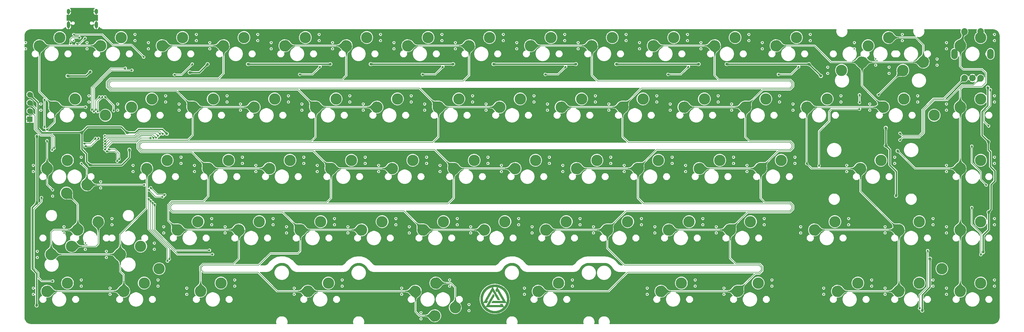
<source format=gbr>
%TF.GenerationSoftware,KiCad,Pcbnew,(5.1.11)-1*%
%TF.CreationDate,2022-07-12T18:19:21+07:00*%
%TF.ProjectId,Malenia,4d616c65-6e69-4612-9e6b-696361645f70,rev?*%
%TF.SameCoordinates,Original*%
%TF.FileFunction,Copper,L1,Top*%
%TF.FilePolarity,Positive*%
%FSLAX46Y46*%
G04 Gerber Fmt 4.6, Leading zero omitted, Abs format (unit mm)*
G04 Created by KiCad (PCBNEW (5.1.11)-1) date 2022-07-12 18:19:21*
%MOMM*%
%LPD*%
G01*
G04 APERTURE LIST*
%TA.AperFunction,EtchedComponent*%
%ADD10C,0.010000*%
%TD*%
%TA.AperFunction,ComponentPad*%
%ADD11R,1.700000X1.700000*%
%TD*%
%TA.AperFunction,ComponentPad*%
%ADD12O,1.700000X1.700000*%
%TD*%
%TA.AperFunction,ComponentPad*%
%ADD13C,0.500000*%
%TD*%
%TA.AperFunction,ComponentPad*%
%ADD14C,3.500000*%
%TD*%
%TA.AperFunction,ComponentPad*%
%ADD15C,2.000000*%
%TD*%
%TA.AperFunction,ComponentPad*%
%ADD16O,2.000000X3.200000*%
%TD*%
%TA.AperFunction,ComponentPad*%
%ADD17O,1.000000X2.100000*%
%TD*%
%TA.AperFunction,ComponentPad*%
%ADD18O,1.000000X1.600000*%
%TD*%
%TA.AperFunction,ViaPad*%
%ADD19C,0.600000*%
%TD*%
%TA.AperFunction,ViaPad*%
%ADD20C,0.800000*%
%TD*%
%TA.AperFunction,Conductor*%
%ADD21C,0.200000*%
%TD*%
%TA.AperFunction,Conductor*%
%ADD22C,0.400000*%
%TD*%
%TA.AperFunction,Conductor*%
%ADD23C,0.100000*%
%TD*%
%TA.AperFunction,Conductor*%
%ADD24C,0.025400*%
%TD*%
G04 APERTURE END LIST*
D10*
%TO.C,G\u002A\u002A\u002A*%
G36*
X175687476Y-109670231D02*
G01*
X175762279Y-109671522D01*
X175833352Y-109673732D01*
X175898718Y-109676862D01*
X175956398Y-109680912D01*
X175967085Y-109681855D01*
X176013249Y-109686351D01*
X176062068Y-109691571D01*
X176112573Y-109697374D01*
X176163796Y-109703618D01*
X176214770Y-109710163D01*
X176264525Y-109716868D01*
X176312093Y-109723592D01*
X176356507Y-109730194D01*
X176396798Y-109736533D01*
X176431998Y-109742469D01*
X176461139Y-109747860D01*
X176483252Y-109752566D01*
X176497370Y-109756446D01*
X176502523Y-109759359D01*
X176502438Y-109759748D01*
X176503964Y-109761724D01*
X176507896Y-109760717D01*
X176516583Y-109759758D01*
X176529896Y-109760736D01*
X176545189Y-109763107D01*
X176559820Y-109766327D01*
X176571144Y-109769853D01*
X176576517Y-109773141D01*
X176575904Y-109774700D01*
X176575140Y-109776902D01*
X176583125Y-109776357D01*
X176586364Y-109775779D01*
X176597979Y-109774597D01*
X176600755Y-109777087D01*
X176600488Y-109777593D01*
X176601962Y-109780728D01*
X176610613Y-109780189D01*
X176619677Y-109779482D01*
X176620559Y-109782946D01*
X176619835Y-109784248D01*
X176618530Y-109788447D01*
X176621876Y-109787066D01*
X176628423Y-109786880D01*
X176642123Y-109788801D01*
X176660877Y-109792334D01*
X176682585Y-109796986D01*
X176705149Y-109802262D01*
X176726470Y-109807668D01*
X176744448Y-109812712D01*
X176756984Y-109816897D01*
X176761980Y-109819731D01*
X176761939Y-109820027D01*
X176764582Y-109821655D01*
X176773173Y-109820829D01*
X176782242Y-109820408D01*
X176783333Y-109823369D01*
X176784869Y-109826441D01*
X176793493Y-109825909D01*
X176802557Y-109825202D01*
X176803439Y-109828666D01*
X176802715Y-109829968D01*
X176801428Y-109834191D01*
X176804356Y-109833033D01*
X176810733Y-109833369D01*
X176825302Y-109836320D01*
X176846546Y-109841507D01*
X176872947Y-109848554D01*
X176902988Y-109857085D01*
X176913091Y-109860057D01*
X177107079Y-109922805D01*
X177298361Y-109995165D01*
X177487039Y-110077189D01*
X177673212Y-110168927D01*
X177856980Y-110270433D01*
X178038445Y-110381755D01*
X178217705Y-110502947D01*
X178331825Y-110586090D01*
X178417916Y-110652866D01*
X178504463Y-110724610D01*
X178592578Y-110802301D01*
X178598679Y-110807987D01*
X178597740Y-110807334D01*
X178594263Y-110806736D01*
X178595499Y-110809575D01*
X178600614Y-110815028D01*
X178603555Y-110813909D01*
X178603605Y-110813199D01*
X178601202Y-110810338D01*
X178683370Y-110886918D01*
X178777949Y-110979441D01*
X178778956Y-110980448D01*
X178868054Y-111071443D01*
X178951130Y-111160424D01*
X179029278Y-111248799D01*
X179103589Y-111337977D01*
X179175157Y-111429366D01*
X179245073Y-111524376D01*
X179314432Y-111624414D01*
X179384325Y-111730891D01*
X179455845Y-111845214D01*
X179478379Y-111882240D01*
X179518646Y-111951290D01*
X179560714Y-112028058D01*
X179603573Y-112110502D01*
X179646210Y-112196577D01*
X179687612Y-112284240D01*
X179726768Y-112371447D01*
X179762665Y-112456154D01*
X179762716Y-112456280D01*
X179792917Y-112533008D01*
X179823298Y-112615939D01*
X179853337Y-112703327D01*
X179882515Y-112793423D01*
X179910310Y-112884480D01*
X179936202Y-112974752D01*
X179959670Y-113062491D01*
X179980194Y-113145949D01*
X179997252Y-113223380D01*
X180007958Y-113279265D01*
X180018779Y-113341613D01*
X180028828Y-113401398D01*
X180037917Y-113457410D01*
X180045857Y-113508436D01*
X180052461Y-113553263D01*
X180057540Y-113590680D01*
X180060907Y-113619474D01*
X180061179Y-113622215D01*
X180063372Y-113644775D01*
X180066303Y-113674867D01*
X180069719Y-113709910D01*
X180073370Y-113747323D01*
X180077004Y-113784525D01*
X180077525Y-113789855D01*
X180080186Y-113818276D01*
X180082388Y-113844983D01*
X180084171Y-113871334D01*
X180085579Y-113898687D01*
X180086653Y-113928402D01*
X180087436Y-113961838D01*
X180087970Y-114000353D01*
X180088297Y-114045305D01*
X180088459Y-114098055D01*
X180088498Y-114142840D01*
X180088428Y-114205892D01*
X180088164Y-114259926D01*
X180087678Y-114306081D01*
X180086940Y-114345497D01*
X180085921Y-114379312D01*
X180084592Y-114408668D01*
X180082922Y-114434704D01*
X180080884Y-114458560D01*
X180080201Y-114465420D01*
X180076512Y-114501703D01*
X180072341Y-114543386D01*
X180068155Y-114585755D01*
X180064422Y-114624095D01*
X180063804Y-114630520D01*
X180058226Y-114680894D01*
X180050209Y-114741127D01*
X180039755Y-114811216D01*
X180026864Y-114891158D01*
X180011536Y-114980947D01*
X180007958Y-115001334D01*
X179993865Y-115073500D01*
X179975865Y-115153068D01*
X179954476Y-115238293D01*
X179930218Y-115327432D01*
X179903610Y-115418742D01*
X179875171Y-115510479D01*
X179845422Y-115600900D01*
X179814881Y-115688260D01*
X179784067Y-115770817D01*
X179762816Y-115824320D01*
X179726422Y-115910436D01*
X179686781Y-115998832D01*
X179644905Y-116087470D01*
X179601803Y-116174310D01*
X179558485Y-116257313D01*
X179515960Y-116334443D01*
X179478468Y-116398360D01*
X179452053Y-116441655D01*
X179426587Y-116483017D01*
X179402828Y-116521236D01*
X179381534Y-116555102D01*
X179363466Y-116583405D01*
X179349381Y-116604936D01*
X179343047Y-116614260D01*
X179330555Y-116632673D01*
X179318788Y-116650811D01*
X179310861Y-116663792D01*
X179301459Y-116678587D01*
X179286519Y-116700152D01*
X179266901Y-116727367D01*
X179243466Y-116759109D01*
X179217073Y-116794259D01*
X179188583Y-116831693D01*
X179158856Y-116870291D01*
X179128752Y-116908931D01*
X179099132Y-116946492D01*
X179070855Y-116981852D01*
X179044782Y-117013890D01*
X179021773Y-117041484D01*
X179015706Y-117048600D01*
X178976009Y-117093654D01*
X178930050Y-117143732D01*
X178879304Y-117197358D01*
X178825248Y-117253056D01*
X178769358Y-117309350D01*
X178713110Y-117364765D01*
X178657980Y-117417824D01*
X178605445Y-117467053D01*
X178556979Y-117510974D01*
X178527405Y-117536797D01*
X178454772Y-117596213D01*
X178456285Y-117594700D01*
X178453745Y-117592160D01*
X178451205Y-117594700D01*
X178453642Y-117597137D01*
X178427909Y-117618188D01*
X178428345Y-117617560D01*
X178429639Y-117612810D01*
X178428944Y-117612480D01*
X178424308Y-117616056D01*
X178423265Y-117617560D01*
X178421970Y-117622309D01*
X178422540Y-117622580D01*
X178383600Y-117654434D01*
X178231709Y-117768053D01*
X178073367Y-117876588D01*
X177910211Y-117978969D01*
X177743877Y-118074128D01*
X177576000Y-118160997D01*
X177557799Y-118169860D01*
X177367268Y-118256450D01*
X177172639Y-118333850D01*
X176974372Y-118401954D01*
X176772924Y-118460655D01*
X176568756Y-118509843D01*
X176362326Y-118549412D01*
X176154093Y-118579254D01*
X175944516Y-118599262D01*
X175734054Y-118609326D01*
X175680890Y-118610282D01*
X175634792Y-118610672D01*
X175587477Y-118610781D01*
X175541056Y-118610626D01*
X175497636Y-118610222D01*
X175459327Y-118609584D01*
X175428238Y-118608728D01*
X175418445Y-118608335D01*
X175309832Y-118601716D01*
X175195651Y-118591589D01*
X175078269Y-118578293D01*
X174960052Y-118562167D01*
X174843369Y-118543551D01*
X174730585Y-118522784D01*
X174624068Y-118500206D01*
X174563055Y-118485658D01*
X174385704Y-118438168D01*
X174216116Y-118386156D01*
X174052697Y-118329052D01*
X173893849Y-118266287D01*
X173737978Y-118197289D01*
X173684796Y-118172029D01*
X173515968Y-118085820D01*
X173348713Y-117991296D01*
X173184624Y-117889494D01*
X173161518Y-117873824D01*
X175162240Y-117873824D01*
X175171283Y-117875938D01*
X175174605Y-117876640D01*
X175191499Y-117879051D01*
X175210979Y-117880316D01*
X175215245Y-117880372D01*
X175238105Y-117880362D01*
X175212705Y-117876406D01*
X175194320Y-117874069D01*
X175177464Y-117872774D01*
X175172065Y-117872673D01*
X175162640Y-117872954D01*
X175162240Y-117873824D01*
X173161518Y-117873824D01*
X173155371Y-117869656D01*
X175128180Y-117869656D01*
X175134927Y-117870536D01*
X175136505Y-117870569D01*
X175145180Y-117870020D01*
X175145944Y-117868430D01*
X175145491Y-117868227D01*
X175135406Y-117867222D01*
X175130251Y-117868039D01*
X175128180Y-117869656D01*
X173155371Y-117869656D01*
X173148459Y-117864969D01*
X175091416Y-117864969D01*
X175098405Y-117865677D01*
X175105616Y-117864879D01*
X175104755Y-117863115D01*
X175094354Y-117862444D01*
X175092055Y-117863115D01*
X175091416Y-117864969D01*
X173148459Y-117864969D01*
X173133476Y-117854809D01*
X175025376Y-117854809D01*
X175032365Y-117855517D01*
X175039576Y-117854719D01*
X175038715Y-117852955D01*
X175028314Y-117852284D01*
X175026015Y-117852955D01*
X175025376Y-117854809D01*
X173133476Y-117854809D01*
X173125405Y-117849336D01*
X174991020Y-117849336D01*
X174997767Y-117850216D01*
X174999345Y-117850249D01*
X175008020Y-117849700D01*
X175008784Y-117848110D01*
X175008331Y-117847907D01*
X174998246Y-117846902D01*
X174993091Y-117847719D01*
X174991020Y-117849336D01*
X173125405Y-117849336D01*
X173117913Y-117844256D01*
X174960540Y-117844256D01*
X174967287Y-117845136D01*
X174968865Y-117845169D01*
X174977540Y-117844620D01*
X174978304Y-117843030D01*
X174977851Y-117842827D01*
X174967766Y-117841822D01*
X174962611Y-117842639D01*
X174960540Y-117844256D01*
X173117913Y-117844256D01*
X173110421Y-117839176D01*
X174930060Y-117839176D01*
X174936807Y-117840056D01*
X174938385Y-117840089D01*
X174947060Y-117839540D01*
X174947824Y-117837950D01*
X174947371Y-117837747D01*
X174937286Y-117836742D01*
X174932131Y-117837559D01*
X174930060Y-117839176D01*
X173110421Y-117839176D01*
X173103945Y-117834785D01*
X174907568Y-117834785D01*
X174912561Y-117835598D01*
X174919150Y-117834664D01*
X174919229Y-117832930D01*
X174912430Y-117831718D01*
X174909492Y-117832529D01*
X174907568Y-117834785D01*
X173103945Y-117834785D01*
X173025295Y-117781453D01*
X172915980Y-117700533D01*
X174399058Y-117700533D01*
X174399755Y-117703553D01*
X174402445Y-117703920D01*
X174406626Y-117702061D01*
X174405831Y-117700533D01*
X174399802Y-117699925D01*
X174399058Y-117700533D01*
X172915980Y-117700533D01*
X172872320Y-117668214D01*
X172815427Y-117622158D01*
X172817485Y-117620100D01*
X172814945Y-117617560D01*
X172812619Y-117619886D01*
X172786736Y-117598933D01*
X174139978Y-117598933D01*
X174140675Y-117601953D01*
X174143365Y-117602320D01*
X174147546Y-117600461D01*
X174146751Y-117598933D01*
X174140722Y-117598325D01*
X174139978Y-117598933D01*
X172786736Y-117598933D01*
X172784545Y-117597160D01*
X172787005Y-117594700D01*
X172784465Y-117592160D01*
X172781925Y-117594700D01*
X172783701Y-117596476D01*
X172768957Y-117584540D01*
X174107805Y-117584540D01*
X174110345Y-117587080D01*
X174112885Y-117584540D01*
X174110345Y-117582000D01*
X174107805Y-117584540D01*
X172768957Y-117584540D01*
X172761635Y-117578613D01*
X174094258Y-117578613D01*
X174094955Y-117581633D01*
X174097645Y-117582000D01*
X174101826Y-117580141D01*
X174101031Y-117578613D01*
X174095002Y-117578005D01*
X174094258Y-117578613D01*
X172761635Y-117578613D01*
X172737580Y-117559140D01*
X174051925Y-117559140D01*
X174054465Y-117561680D01*
X174057005Y-117559140D01*
X174054465Y-117556600D01*
X174051925Y-117559140D01*
X172737580Y-117559140D01*
X172727293Y-117550813D01*
X172713362Y-117538947D01*
X172667033Y-117498216D01*
X172632545Y-117466616D01*
X172635423Y-117466616D01*
X172636659Y-117469455D01*
X172641774Y-117474908D01*
X172644715Y-117473789D01*
X172644765Y-117473079D01*
X172641156Y-117468783D01*
X172638900Y-117467214D01*
X172635423Y-117466616D01*
X172632545Y-117466616D01*
X172628124Y-117462565D01*
X173858885Y-117462565D01*
X173863171Y-117465498D01*
X173874928Y-117472063D01*
X173892502Y-117481421D01*
X173914239Y-117492735D01*
X173938485Y-117505165D01*
X173963588Y-117517875D01*
X173987894Y-117530026D01*
X174009749Y-117540780D01*
X174027499Y-117549299D01*
X174039491Y-117554745D01*
X174043881Y-117556330D01*
X174046788Y-117555086D01*
X174046421Y-117554630D01*
X174040872Y-117551342D01*
X174028135Y-117544638D01*
X174009839Y-117535319D01*
X173987613Y-117524183D01*
X173963087Y-117512031D01*
X173937891Y-117499662D01*
X173913654Y-117487878D01*
X173892005Y-117477477D01*
X173874575Y-117469261D01*
X173862992Y-117464027D01*
X173858885Y-117462565D01*
X172628124Y-117462565D01*
X172615701Y-117451183D01*
X172560869Y-117399351D01*
X172504041Y-117344220D01*
X172446719Y-117287293D01*
X172390408Y-117230072D01*
X172336611Y-117174057D01*
X172286831Y-117120751D01*
X172242571Y-117071656D01*
X172222503Y-117048600D01*
X172200560Y-117022528D01*
X172175300Y-116991682D01*
X172147583Y-116957184D01*
X172118269Y-116920155D01*
X172088218Y-116881717D01*
X172058291Y-116842990D01*
X172029347Y-116805096D01*
X172002247Y-116769157D01*
X171977851Y-116736295D01*
X171957020Y-116707630D01*
X171940613Y-116684285D01*
X171929490Y-116667380D01*
X171927348Y-116663792D01*
X171918665Y-116649619D01*
X171906758Y-116631324D01*
X171895162Y-116614260D01*
X171893479Y-116611756D01*
X172781009Y-116611756D01*
X172801393Y-116635868D01*
X172815255Y-116651375D01*
X172833039Y-116670060D01*
X172851199Y-116688212D01*
X172853528Y-116690460D01*
X172865419Y-116701765D01*
X172871438Y-116707133D01*
X172871363Y-116706224D01*
X172864971Y-116698697D01*
X172852040Y-116684214D01*
X172842492Y-116673638D01*
X172826029Y-116655186D01*
X172812181Y-116639187D01*
X172802332Y-116627275D01*
X172797866Y-116621082D01*
X172797784Y-116620886D01*
X172800164Y-116622264D01*
X172808058Y-116630004D01*
X172820248Y-116642855D01*
X172835518Y-116659566D01*
X172836417Y-116660567D01*
X172855225Y-116681487D01*
X172874254Y-116702638D01*
X172890956Y-116721185D01*
X172900415Y-116731676D01*
X172911754Y-116744882D01*
X172919344Y-116754982D01*
X172921617Y-116759878D01*
X172921565Y-116759946D01*
X172923706Y-116764310D01*
X172931608Y-116773264D01*
X172940768Y-116782230D01*
X172962265Y-116802220D01*
X172944485Y-116781729D01*
X172941165Y-116777514D01*
X172944197Y-116779937D01*
X172952872Y-116788329D01*
X172966480Y-116802021D01*
X172972425Y-116808093D01*
X172987344Y-116823212D01*
X173002504Y-116838165D01*
X173018976Y-116853940D01*
X173037830Y-116871526D01*
X173060136Y-116891909D01*
X173086963Y-116916079D01*
X173119383Y-116945022D01*
X173155426Y-116977033D01*
X173166951Y-116987536D01*
X173173524Y-116994114D01*
X173173836Y-116995447D01*
X173173570Y-116995298D01*
X173168887Y-116993837D01*
X173170111Y-116997097D01*
X173175582Y-117001185D01*
X173177438Y-117000788D01*
X173182994Y-117002553D01*
X173192983Y-117009587D01*
X173198940Y-117014676D01*
X173207100Y-117022364D01*
X173209015Y-117024887D01*
X173206367Y-117023200D01*
X173199357Y-117018261D01*
X173199399Y-117019512D01*
X173205312Y-117026667D01*
X173214072Y-117033939D01*
X173221008Y-117035326D01*
X173228735Y-117036918D01*
X173234501Y-117042018D01*
X173239007Y-117048142D01*
X173236776Y-117047388D01*
X173231505Y-117043520D01*
X173224604Y-117038620D01*
X173224854Y-117040258D01*
X173228182Y-117044627D01*
X173234968Y-117051337D01*
X173238342Y-117052711D01*
X173246740Y-117054029D01*
X173254136Y-117058952D01*
X173256373Y-117064565D01*
X173256090Y-117065157D01*
X173255714Y-117068350D01*
X173257392Y-117067648D01*
X173263845Y-117068767D01*
X173274176Y-117075076D01*
X173277227Y-117077488D01*
X173286730Y-117085071D01*
X173302454Y-117097265D01*
X173322483Y-117112595D01*
X173344899Y-117129591D01*
X173353425Y-117136013D01*
X173379853Y-117155944D01*
X173398764Y-117170352D01*
X173410805Y-117179759D01*
X173416625Y-117184684D01*
X173416874Y-117185649D01*
X173412330Y-117183249D01*
X173407648Y-117181798D01*
X173408871Y-117185057D01*
X173414529Y-117189026D01*
X173416527Y-117188545D01*
X173423032Y-117189471D01*
X173430146Y-117193919D01*
X173434742Y-117198415D01*
X173432165Y-117198022D01*
X173427590Y-117196821D01*
X173428778Y-117198915D01*
X173436222Y-117203820D01*
X173437668Y-117204175D01*
X173447039Y-117205365D01*
X173447704Y-117205445D01*
X173450694Y-117209202D01*
X173449867Y-117211285D01*
X173449422Y-117215272D01*
X173450837Y-117215193D01*
X173456364Y-117217380D01*
X173468675Y-117224274D01*
X173486133Y-117234900D01*
X173507101Y-117248282D01*
X173514921Y-117253406D01*
X173537105Y-117267901D01*
X173556671Y-117280426D01*
X173571857Y-117289874D01*
X173580906Y-117295137D01*
X173582202Y-117295750D01*
X173587159Y-117300598D01*
X173586698Y-117303258D01*
X173586738Y-117307169D01*
X173587997Y-117307204D01*
X173598576Y-117307105D01*
X173602945Y-117310567D01*
X173602267Y-117312885D01*
X173601844Y-117317224D01*
X173603237Y-117317364D01*
X173613816Y-117317265D01*
X173618185Y-117320727D01*
X173617507Y-117323045D01*
X173617084Y-117327384D01*
X173618477Y-117327524D01*
X173629056Y-117327425D01*
X173633425Y-117330887D01*
X173632747Y-117333205D01*
X173632324Y-117337544D01*
X173633717Y-117337684D01*
X173644240Y-117337571D01*
X173648723Y-117340920D01*
X173648100Y-117343181D01*
X173648961Y-117345985D01*
X173653714Y-117344858D01*
X173659652Y-117343977D01*
X173658680Y-117347582D01*
X173657693Y-117352186D01*
X173659328Y-117352255D01*
X173665455Y-117353870D01*
X173678044Y-117359438D01*
X173695161Y-117367906D01*
X173714871Y-117378216D01*
X173735237Y-117389315D01*
X173754325Y-117400146D01*
X173770200Y-117409655D01*
X173780927Y-117416786D01*
X173784570Y-117420483D01*
X173784542Y-117420544D01*
X173786272Y-117422277D01*
X173790874Y-117421058D01*
X173796812Y-117420177D01*
X173795840Y-117423782D01*
X173794752Y-117428534D01*
X173796277Y-117428719D01*
X173804751Y-117429118D01*
X173814117Y-117432633D01*
X173820254Y-117437338D01*
X173820594Y-117440067D01*
X173821875Y-117442452D01*
X173826434Y-117441378D01*
X173832386Y-117440535D01*
X173831514Y-117443918D01*
X173831342Y-117447651D01*
X173836594Y-117446458D01*
X173842506Y-117445469D01*
X173841153Y-117449841D01*
X173839762Y-117454193D01*
X173842578Y-117453119D01*
X173848402Y-117454293D01*
X173850974Y-117455291D01*
X173848725Y-117457540D01*
X173851265Y-117460080D01*
X173853805Y-117457540D01*
X173851926Y-117455661D01*
X173861526Y-117459388D01*
X173880448Y-117467662D01*
X173903669Y-117478372D01*
X173929686Y-117490776D01*
X173956999Y-117504131D01*
X173984106Y-117517694D01*
X174009507Y-117530724D01*
X174031700Y-117542477D01*
X174049185Y-117552211D01*
X174060460Y-117559183D01*
X174064024Y-117562650D01*
X174064016Y-117562664D01*
X174065679Y-117564495D01*
X174070274Y-117563298D01*
X174076226Y-117562455D01*
X174075354Y-117565838D01*
X174075182Y-117569571D01*
X174080434Y-117568378D01*
X174086346Y-117567389D01*
X174084993Y-117571761D01*
X174083575Y-117576078D01*
X174087006Y-117574675D01*
X174094783Y-117573719D01*
X174105422Y-117576187D01*
X174115191Y-117580625D01*
X174120360Y-117585577D01*
X174120176Y-117587611D01*
X174121586Y-117589811D01*
X174126154Y-117588698D01*
X174132066Y-117587709D01*
X174130713Y-117592081D01*
X174129313Y-117596414D01*
X174132465Y-117595157D01*
X174140602Y-117593475D01*
X174149742Y-117595284D01*
X174155746Y-117599265D01*
X174155874Y-117602627D01*
X174157155Y-117605012D01*
X174161714Y-117603938D01*
X174167666Y-117603142D01*
X174167051Y-117606062D01*
X174167814Y-117609505D01*
X174174632Y-117608666D01*
X174182278Y-117608049D01*
X174181995Y-117611621D01*
X174181910Y-117615291D01*
X174187114Y-117614098D01*
X174193026Y-117613109D01*
X174191673Y-117617481D01*
X174190281Y-117621858D01*
X174192667Y-117621025D01*
X174199250Y-117621515D01*
X174212944Y-117625356D01*
X174231536Y-117631862D01*
X174246539Y-117637741D01*
X174269550Y-117646921D01*
X174291397Y-117655258D01*
X174308886Y-117661549D01*
X174315666Y-117663754D01*
X174327637Y-117668299D01*
X174333598Y-117672494D01*
X174333691Y-117673720D01*
X174335809Y-117675642D01*
X174342272Y-117674706D01*
X174349878Y-117674157D01*
X174349954Y-117677146D01*
X174350611Y-117681818D01*
X174352969Y-117682226D01*
X174367918Y-117682809D01*
X174374908Y-117685653D01*
X174374797Y-117688206D01*
X174376523Y-117690702D01*
X174382912Y-117689946D01*
X174390461Y-117689138D01*
X174389979Y-117693372D01*
X174389754Y-117693744D01*
X174388415Y-117698033D01*
X174391266Y-117696929D01*
X174400047Y-117695465D01*
X174410314Y-117696816D01*
X174418857Y-117700321D01*
X174417388Y-117704102D01*
X174416047Y-117706960D01*
X174423256Y-117707640D01*
X174431477Y-117708938D01*
X174447880Y-117712786D01*
X174470923Y-117718777D01*
X174499067Y-117726503D01*
X174530774Y-117735557D01*
X174549765Y-117741130D01*
X174582114Y-117750413D01*
X174618477Y-117760333D01*
X174657392Y-117770541D01*
X174697393Y-117780685D01*
X174737017Y-117790414D01*
X174774800Y-117799378D01*
X174809277Y-117807225D01*
X174838986Y-117813606D01*
X174862462Y-117818168D01*
X174878241Y-117820562D01*
X174882353Y-117820837D01*
X174889184Y-117821679D01*
X174886679Y-117825071D01*
X174885045Y-117826250D01*
X174881233Y-117829674D01*
X174886091Y-117829118D01*
X174888863Y-117828367D01*
X174897463Y-117827925D01*
X174912822Y-117829004D01*
X174933156Y-117831307D01*
X174956681Y-117834537D01*
X174981611Y-117838398D01*
X175006162Y-117842592D01*
X175028550Y-117846823D01*
X175046990Y-117850795D01*
X175059697Y-117854210D01*
X175064887Y-117856773D01*
X175064344Y-117857547D01*
X175060209Y-117859942D01*
X175065515Y-117859381D01*
X175067925Y-117858882D01*
X175076793Y-117858607D01*
X175093949Y-117859460D01*
X175117598Y-117861301D01*
X175145948Y-117863988D01*
X175177205Y-117867381D01*
X175179685Y-117867667D01*
X175213823Y-117871765D01*
X175238517Y-117875055D01*
X175254439Y-117877664D01*
X175262262Y-117879718D01*
X175262658Y-117881342D01*
X175258425Y-117882363D01*
X175254570Y-117883499D01*
X175259732Y-117884133D01*
X175272775Y-117884211D01*
X175288905Y-117883811D01*
X175310868Y-117883349D01*
X175323879Y-117883740D01*
X175327494Y-117884954D01*
X175324465Y-117886207D01*
X175321447Y-117887995D01*
X175328228Y-117888989D01*
X175344474Y-117889164D01*
X175360025Y-117888825D01*
X175382550Y-117888417D01*
X175394967Y-117888835D01*
X175397270Y-117890078D01*
X175393045Y-117891397D01*
X175388798Y-117893148D01*
X175394546Y-117894123D01*
X175410153Y-117894314D01*
X175428605Y-117893926D01*
X175448326Y-117893602D01*
X175461532Y-117893901D01*
X175466970Y-117894751D01*
X175464165Y-117895934D01*
X175464790Y-117896767D01*
X175474564Y-117897530D01*
X175492474Y-117898202D01*
X175517507Y-117898757D01*
X175548652Y-117899174D01*
X175584896Y-117899428D01*
X175618786Y-117899500D01*
X175658702Y-117899399D01*
X175694504Y-117899112D01*
X175725155Y-117898664D01*
X175749618Y-117898077D01*
X175766859Y-117897377D01*
X175775840Y-117896586D01*
X175776266Y-117895875D01*
X175774622Y-117894536D01*
X175781749Y-117893724D01*
X175796266Y-117893517D01*
X175812145Y-117893835D01*
X175834131Y-117894231D01*
X175847140Y-117893798D01*
X175850739Y-117892566D01*
X175847705Y-117891318D01*
X175844498Y-117889513D01*
X175851111Y-117888540D01*
X175867234Y-117888421D01*
X175880725Y-117888751D01*
X175902152Y-117889104D01*
X175914925Y-117888568D01*
X175918465Y-117887187D01*
X175916285Y-117886088D01*
X175914653Y-117884321D01*
X175922433Y-117883398D01*
X175938905Y-117883366D01*
X175951845Y-117883762D01*
X175969924Y-117884244D01*
X175980919Y-117884081D01*
X175983715Y-117883325D01*
X175979785Y-117882406D01*
X175974937Y-117881021D01*
X175976297Y-117879797D01*
X176003068Y-117879797D01*
X176005457Y-117881188D01*
X176015211Y-117881463D01*
X176029612Y-117880763D01*
X176045942Y-117879232D01*
X176061484Y-117877013D01*
X176063605Y-117876624D01*
X176072444Y-117874688D01*
X176072480Y-117873828D01*
X176063265Y-117874005D01*
X176045825Y-117875078D01*
X176026620Y-117876607D01*
X176011728Y-117878180D01*
X176003718Y-117879514D01*
X176003068Y-117879797D01*
X175976297Y-117879797D01*
X175976834Y-117879314D01*
X175986173Y-117877154D01*
X176003654Y-117874407D01*
X176029973Y-117870944D01*
X176040622Y-117869656D01*
X176093380Y-117869656D01*
X176100127Y-117870536D01*
X176101705Y-117870569D01*
X176110380Y-117870020D01*
X176111144Y-117868430D01*
X176110691Y-117868227D01*
X176100606Y-117867222D01*
X176095451Y-117868039D01*
X176093380Y-117869656D01*
X176040622Y-117869656D01*
X176058945Y-117867440D01*
X176081273Y-117864969D01*
X176132816Y-117864969D01*
X176139805Y-117865677D01*
X176147016Y-117864879D01*
X176146155Y-117863115D01*
X176135754Y-117862444D01*
X176133455Y-117863115D01*
X176132816Y-117864969D01*
X176081273Y-117864969D01*
X176090590Y-117863938D01*
X176119638Y-117861157D01*
X176144252Y-117859239D01*
X176162600Y-117858326D01*
X176172846Y-117858558D01*
X176173245Y-117858628D01*
X176181551Y-117859790D01*
X176180319Y-117858167D01*
X176178873Y-117857495D01*
X176179804Y-117855139D01*
X176180854Y-117854809D01*
X176203936Y-117854809D01*
X176210925Y-117855517D01*
X176218136Y-117854719D01*
X176217275Y-117852955D01*
X176206874Y-117852284D01*
X176204575Y-117852955D01*
X176203936Y-117854809D01*
X176180854Y-117854809D01*
X176190720Y-117851709D01*
X176199915Y-117849729D01*
X176234416Y-117849729D01*
X176241405Y-117850437D01*
X176248616Y-117849639D01*
X176247755Y-117847875D01*
X176237354Y-117847204D01*
X176235055Y-117847875D01*
X176234416Y-117849729D01*
X176199915Y-117849729D01*
X176211507Y-117847233D01*
X176228051Y-117844256D01*
X176266100Y-117844256D01*
X176272847Y-117845136D01*
X176274425Y-117845169D01*
X176283100Y-117844620D01*
X176283864Y-117843030D01*
X176283411Y-117842827D01*
X176273326Y-117841822D01*
X176268171Y-117842639D01*
X176266100Y-117844256D01*
X176228051Y-117844256D01*
X176242050Y-117841737D01*
X176257498Y-117839176D01*
X176296580Y-117839176D01*
X176303327Y-117840056D01*
X176304905Y-117840089D01*
X176313580Y-117839540D01*
X176314344Y-117837950D01*
X176313891Y-117837747D01*
X176303806Y-117836742D01*
X176298651Y-117837559D01*
X176296580Y-117839176D01*
X176257498Y-117839176D01*
X176258385Y-117839029D01*
X176286097Y-117834785D01*
X176324888Y-117834785D01*
X176329881Y-117835598D01*
X176336470Y-117834664D01*
X176336549Y-117832930D01*
X176329750Y-117831718D01*
X176326812Y-117832529D01*
X176324888Y-117834785D01*
X176286097Y-117834785D01*
X176287488Y-117834572D01*
X176313315Y-117831126D01*
X176334116Y-117828882D01*
X176348147Y-117828033D01*
X176353451Y-117828556D01*
X176357396Y-117829672D01*
X176355768Y-117825942D01*
X176355279Y-117821672D01*
X176362545Y-117821092D01*
X176367415Y-117821698D01*
X176377718Y-117822043D01*
X176380221Y-117819353D01*
X176380081Y-117819104D01*
X176381816Y-117816240D01*
X176390356Y-117816749D01*
X176399247Y-117817435D01*
X176401363Y-117815580D01*
X176404014Y-117812561D01*
X176413306Y-117809818D01*
X176425723Y-117807888D01*
X176437749Y-117807303D01*
X176445868Y-117808599D01*
X176446183Y-117808765D01*
X176449454Y-117809590D01*
X176448323Y-117807936D01*
X176451583Y-117805388D01*
X176463166Y-117801244D01*
X176481452Y-117795990D01*
X176504821Y-117790114D01*
X176516903Y-117787320D01*
X176545074Y-117780576D01*
X176579973Y-117771606D01*
X176618627Y-117761209D01*
X176658065Y-117750185D01*
X176695315Y-117739333D01*
X176696065Y-117739109D01*
X176727999Y-117729743D01*
X176757253Y-117721503D01*
X176782221Y-117714812D01*
X176801295Y-117710097D01*
X176812869Y-117707783D01*
X176814953Y-117707622D01*
X176822391Y-117706814D01*
X176820821Y-117704102D01*
X176819439Y-117700533D01*
X176832378Y-117700533D01*
X176833075Y-117703553D01*
X176835765Y-117703920D01*
X176839946Y-117702061D01*
X176839151Y-117700533D01*
X176833122Y-117699925D01*
X176832378Y-117700533D01*
X176819439Y-117700533D01*
X176819355Y-117700318D01*
X176827895Y-117696816D01*
X176839866Y-117695475D01*
X176846943Y-117696929D01*
X176850122Y-117697341D01*
X176848455Y-117693744D01*
X176847584Y-117689229D01*
X176854685Y-117689788D01*
X176855297Y-117689946D01*
X176862651Y-117690495D01*
X176863412Y-117688206D01*
X176865173Y-117684211D01*
X176875651Y-117682269D01*
X176885240Y-117682226D01*
X176889049Y-117679375D01*
X176888255Y-117677146D01*
X176889212Y-117673878D01*
X176895937Y-117674706D01*
X176903484Y-117675517D01*
X176904518Y-117673720D01*
X176907346Y-117670083D01*
X176917272Y-117665494D01*
X176922543Y-117663754D01*
X176936131Y-117659162D01*
X176955892Y-117651841D01*
X176978633Y-117642993D01*
X176991670Y-117637741D01*
X177012402Y-117629755D01*
X177029810Y-117623945D01*
X177041683Y-117621000D01*
X177045542Y-117621025D01*
X177048184Y-117620943D01*
X177046536Y-117617481D01*
X177045395Y-117612952D01*
X177051095Y-117614098D01*
X177057053Y-117614926D01*
X177056214Y-117611621D01*
X177056475Y-117607830D01*
X177063577Y-117608666D01*
X177071221Y-117609222D01*
X177071158Y-117606062D01*
X177071492Y-117602765D01*
X177076495Y-117603938D01*
X177082363Y-117604718D01*
X177082335Y-117602627D01*
X177083403Y-117598933D01*
X177091458Y-117598933D01*
X177092155Y-117601953D01*
X177094845Y-117602320D01*
X177099026Y-117600461D01*
X177098231Y-117598933D01*
X177092202Y-117598325D01*
X177091458Y-117598933D01*
X177083403Y-117598933D01*
X177083698Y-117597913D01*
X177091084Y-117594449D01*
X177100357Y-117593554D01*
X177105744Y-117595157D01*
X177109218Y-117595849D01*
X177107496Y-117592081D01*
X177106355Y-117587552D01*
X177112055Y-117588698D01*
X177118007Y-117589541D01*
X177117135Y-117586158D01*
X177116963Y-117582425D01*
X177122215Y-117583618D01*
X177128083Y-117584398D01*
X177128055Y-117582307D01*
X177128878Y-117579460D01*
X177135485Y-117579460D01*
X177138025Y-117582000D01*
X177140565Y-117579460D01*
X177138025Y-117576920D01*
X177135485Y-117579460D01*
X177128878Y-117579460D01*
X177129418Y-117577593D01*
X177136804Y-117574129D01*
X177146077Y-117573234D01*
X177151464Y-117574837D01*
X177154938Y-117575529D01*
X177153216Y-117571761D01*
X177152075Y-117567232D01*
X177157775Y-117568378D01*
X177163727Y-117569221D01*
X177162855Y-117565838D01*
X177162683Y-117562105D01*
X177167935Y-117563298D01*
X177173993Y-117564347D01*
X177174193Y-117562664D01*
X177177675Y-117559235D01*
X177177828Y-117559140D01*
X177181205Y-117559140D01*
X177183745Y-117561680D01*
X177186285Y-117559140D01*
X177183792Y-117556647D01*
X177190620Y-117556647D01*
X177195026Y-117555551D01*
X177205673Y-117551038D01*
X177223228Y-117542804D01*
X177248359Y-117530545D01*
X177281732Y-117513957D01*
X177287938Y-117510853D01*
X177315669Y-117496851D01*
X177340015Y-117484328D01*
X177357744Y-117474989D01*
X178594690Y-117474989D01*
X178595385Y-117475320D01*
X178600021Y-117471743D01*
X178601065Y-117470240D01*
X178602359Y-117465490D01*
X178601664Y-117465160D01*
X178597028Y-117468736D01*
X178595985Y-117470240D01*
X178594690Y-117474989D01*
X177357744Y-117474989D01*
X177359616Y-117474003D01*
X177373109Y-117466596D01*
X177379135Y-117462825D01*
X177379325Y-117462566D01*
X177375059Y-117464096D01*
X177363347Y-117469395D01*
X177345819Y-117477661D01*
X177324105Y-117488096D01*
X177299834Y-117499899D01*
X177274635Y-117512271D01*
X177250138Y-117524410D01*
X177227973Y-117535519D01*
X177209769Y-117544796D01*
X177197156Y-117551441D01*
X177191788Y-117554630D01*
X177190620Y-117556647D01*
X177183792Y-117556647D01*
X177183745Y-117556600D01*
X177181205Y-117559140D01*
X177177828Y-117559140D01*
X177188881Y-117552293D01*
X177206313Y-117542583D01*
X177228467Y-117530846D01*
X177253844Y-117517825D01*
X177280942Y-117504264D01*
X177308260Y-117490903D01*
X177334297Y-117478486D01*
X177357552Y-117467756D01*
X177376524Y-117459454D01*
X177386289Y-117455656D01*
X177384405Y-117457540D01*
X177386945Y-117460080D01*
X177389485Y-117457540D01*
X177387234Y-117455289D01*
X177389712Y-117454325D01*
X177395615Y-117453109D01*
X177395631Y-117453119D01*
X177398755Y-117453484D01*
X177397056Y-117449841D01*
X177395915Y-117445312D01*
X177401615Y-117446458D01*
X177407567Y-117447301D01*
X177406695Y-117443918D01*
X177406523Y-117440185D01*
X177411775Y-117441378D01*
X177417643Y-117442158D01*
X177417615Y-117440067D01*
X177419560Y-117435604D01*
X177427353Y-117431111D01*
X177436872Y-117428510D01*
X177441932Y-117428719D01*
X177443637Y-117426501D01*
X177442369Y-117423782D01*
X177441958Y-117419869D01*
X177447335Y-117421058D01*
X177453428Y-117422156D01*
X177453667Y-117420544D01*
X177456994Y-117417002D01*
X177467480Y-117409986D01*
X177483190Y-117400550D01*
X177502189Y-117389751D01*
X177522541Y-117378643D01*
X177542312Y-117368281D01*
X177559567Y-117359722D01*
X177572370Y-117354020D01*
X177578787Y-117352231D01*
X177578881Y-117352255D01*
X177580778Y-117350293D01*
X177579529Y-117347582D01*
X177579118Y-117343669D01*
X177584495Y-117344858D01*
X177590416Y-117345636D01*
X177590109Y-117343181D01*
X177591126Y-117338657D01*
X177599371Y-117337142D01*
X177604492Y-117337684D01*
X177606392Y-117335206D01*
X177605462Y-117333205D01*
X177606365Y-117328535D01*
X177614601Y-117326979D01*
X177619732Y-117327524D01*
X177621632Y-117325046D01*
X177620702Y-117323045D01*
X177621605Y-117318375D01*
X177629841Y-117316819D01*
X177634972Y-117317364D01*
X177637006Y-117314974D01*
X177636271Y-117313418D01*
X177637464Y-117307867D01*
X177640462Y-117306027D01*
X177646961Y-117302408D01*
X177660301Y-117294183D01*
X177678863Y-117282375D01*
X177701031Y-117268008D01*
X177715363Y-117258603D01*
X177738600Y-117243527D01*
X177758941Y-117230785D01*
X177774859Y-117221298D01*
X177784831Y-117215985D01*
X177787372Y-117215193D01*
X177789282Y-117213275D01*
X177788342Y-117211285D01*
X177788661Y-117206108D01*
X177790505Y-117205445D01*
X177799956Y-117204254D01*
X177800541Y-117204175D01*
X177808085Y-117200213D01*
X177809431Y-117198915D01*
X177809827Y-117196612D01*
X177806045Y-117198022D01*
X177803527Y-117198293D01*
X177808063Y-117193919D01*
X177817304Y-117189048D01*
X177822818Y-117189247D01*
X177825568Y-117189122D01*
X177824639Y-117187077D01*
X177825886Y-117181536D01*
X177832974Y-117176522D01*
X177841814Y-117174705D01*
X177843252Y-117174919D01*
X177845291Y-117172736D01*
X177844551Y-117171178D01*
X177846087Y-117166095D01*
X177853301Y-117161338D01*
X177861963Y-117159466D01*
X177863572Y-117159679D01*
X177865611Y-117157496D01*
X177864871Y-117155938D01*
X177866407Y-117150855D01*
X177873621Y-117146098D01*
X177882283Y-117144226D01*
X177883892Y-117144439D01*
X177885931Y-117142256D01*
X177885191Y-117140698D01*
X177886727Y-117135615D01*
X177893941Y-117130858D01*
X177902603Y-117128986D01*
X177904212Y-117129199D01*
X177906251Y-117127016D01*
X177905511Y-117125458D01*
X177906967Y-117120326D01*
X177914279Y-117115717D01*
X177923306Y-117113958D01*
X177925424Y-117114256D01*
X177927746Y-117112988D01*
X177926727Y-117111708D01*
X177927823Y-117106921D01*
X177934304Y-117100014D01*
X177942781Y-117093993D01*
X177949131Y-117091817D01*
X177955297Y-117088568D01*
X177956751Y-117087155D01*
X177957147Y-117084852D01*
X177953365Y-117086262D01*
X177950847Y-117086533D01*
X177955383Y-117082159D01*
X177964105Y-117076994D01*
X177968777Y-117076646D01*
X177974417Y-117075060D01*
X177979459Y-117070134D01*
X177983761Y-117064072D01*
X177981207Y-117064696D01*
X177978525Y-117066380D01*
X177975808Y-117067371D01*
X177980266Y-117062650D01*
X177980324Y-117062597D01*
X177988771Y-117056711D01*
X177993566Y-117055949D01*
X177998912Y-117053998D01*
X178009166Y-117046688D01*
X178019707Y-117037728D01*
X178042265Y-117017292D01*
X178018135Y-117036098D01*
X178005493Y-117045544D01*
X177996757Y-117051296D01*
X177994005Y-117052184D01*
X177997731Y-117047268D01*
X178007163Y-117038915D01*
X178019679Y-117029085D01*
X178032656Y-117019739D01*
X178043474Y-117012841D01*
X178049511Y-117010351D01*
X178049791Y-117010442D01*
X178055383Y-117008727D01*
X178063176Y-117001490D01*
X178069523Y-116993795D01*
X178069106Y-116992998D01*
X178062361Y-116997800D01*
X178059987Y-116999004D01*
X178064285Y-116994452D01*
X178072472Y-116986824D01*
X178084335Y-116976899D01*
X178093193Y-116971020D01*
X178096250Y-116970259D01*
X178101516Y-116968443D01*
X178106459Y-116963454D01*
X178110733Y-116957539D01*
X178108199Y-116958368D01*
X178103225Y-116961802D01*
X178101247Y-116962583D01*
X178105877Y-116957694D01*
X178115925Y-116948365D01*
X178128443Y-116937785D01*
X178137956Y-116931056D01*
X178141916Y-116929633D01*
X178147018Y-116927583D01*
X178154616Y-116920210D01*
X178160962Y-116912520D01*
X178160566Y-116911728D01*
X178153905Y-116916520D01*
X178152127Y-116917257D01*
X178156852Y-116912223D01*
X178167066Y-116902478D01*
X178169145Y-116900550D01*
X178182325Y-116889030D01*
X178192616Y-116881260D01*
X178197845Y-116878876D01*
X178197899Y-116878904D01*
X178203129Y-116877019D01*
X178208059Y-116872014D01*
X178212344Y-116866117D01*
X178209904Y-116866971D01*
X178204825Y-116870596D01*
X178203435Y-116870936D01*
X178208459Y-116865470D01*
X178218857Y-116855292D01*
X178224151Y-116850276D01*
X178243225Y-116831835D01*
X178263864Y-116811119D01*
X178280031Y-116794271D01*
X178290239Y-116783530D01*
X178294977Y-116778964D01*
X178293660Y-116781109D01*
X178291185Y-116784111D01*
X178275945Y-116802220D01*
X178294743Y-116784956D01*
X178305328Y-116774432D01*
X178311657Y-116766564D01*
X178312523Y-116764195D01*
X178315457Y-116759513D01*
X178324229Y-116748597D01*
X178337788Y-116732683D01*
X178355082Y-116713004D01*
X178372757Y-116693355D01*
X178378646Y-116693355D01*
X178378748Y-116693983D01*
X178385003Y-116688168D01*
X178396948Y-116676330D01*
X178406972Y-116666184D01*
X178424709Y-116647808D01*
X178439310Y-116632063D01*
X178449562Y-116620308D01*
X178454250Y-116613901D01*
X178454357Y-116613179D01*
X178450048Y-116615363D01*
X178441304Y-116623446D01*
X178432549Y-116632858D01*
X178419225Y-116647868D01*
X178402559Y-116666513D01*
X178386036Y-116684897D01*
X178385165Y-116685863D01*
X178378646Y-116693355D01*
X178372757Y-116693355D01*
X178375005Y-116690857D01*
X178395178Y-116668526D01*
X178412893Y-116648642D01*
X178427042Y-116632471D01*
X178436517Y-116621279D01*
X178440201Y-116616359D01*
X178435271Y-116616034D01*
X178420366Y-116615719D01*
X178395668Y-116615413D01*
X178361363Y-116615117D01*
X178317632Y-116614831D01*
X178264662Y-116614556D01*
X178202635Y-116614292D01*
X178131736Y-116614039D01*
X178052148Y-116613797D01*
X177964055Y-116613567D01*
X177867641Y-116613349D01*
X177763091Y-116613144D01*
X177650588Y-116612951D01*
X177530316Y-116612771D01*
X177402459Y-116612604D01*
X177267200Y-116612451D01*
X177124725Y-116612311D01*
X176975216Y-116612186D01*
X176818858Y-116612075D01*
X176655834Y-116611979D01*
X176486329Y-116611898D01*
X176310527Y-116611833D01*
X176128611Y-116611783D01*
X175940765Y-116611749D01*
X175747173Y-116611731D01*
X175611453Y-116611729D01*
X172781009Y-116611756D01*
X171893479Y-116611756D01*
X171885221Y-116599471D01*
X171871424Y-116578237D01*
X171855198Y-116552787D01*
X171837968Y-116525354D01*
X171826947Y-116507580D01*
X171810686Y-116481247D01*
X171795393Y-116456552D01*
X171782234Y-116435372D01*
X171772372Y-116419581D01*
X171767884Y-116412470D01*
X171756899Y-116394371D01*
X171742166Y-116368767D01*
X171724520Y-116337220D01*
X171704798Y-116301291D01*
X171683837Y-116262543D01*
X171662472Y-116222537D01*
X171641540Y-116182835D01*
X171621878Y-116144998D01*
X171604323Y-116110588D01*
X171589710Y-116081167D01*
X171589563Y-116080860D01*
X172395845Y-116080860D01*
X172398385Y-116083400D01*
X172400925Y-116080860D01*
X172398385Y-116078320D01*
X172395845Y-116080860D01*
X171589563Y-116080860D01*
X171583458Y-116068160D01*
X171577776Y-116055460D01*
X172380605Y-116055460D01*
X172383145Y-116058000D01*
X172385685Y-116055460D01*
X172383145Y-116052920D01*
X172380605Y-116055460D01*
X171577776Y-116055460D01*
X171566410Y-116030060D01*
X172365365Y-116030060D01*
X172367905Y-116032600D01*
X172370445Y-116030060D01*
X172367905Y-116027520D01*
X172365365Y-116030060D01*
X171566410Y-116030060D01*
X171555044Y-116004660D01*
X172350125Y-116004660D01*
X172352665Y-116007200D01*
X172355205Y-116004660D01*
X172352665Y-116002120D01*
X172350125Y-116004660D01*
X171555044Y-116004660D01*
X171530038Y-115948780D01*
X172319645Y-115948780D01*
X172322185Y-115951320D01*
X172324725Y-115948780D01*
X172322185Y-115946240D01*
X172319645Y-115948780D01*
X171530038Y-115948780D01*
X171502310Y-115886818D01*
X171436392Y-115721068D01*
X172203181Y-115721068D01*
X172205972Y-115730143D01*
X172209737Y-115735994D01*
X172211518Y-115736020D01*
X172211236Y-115730338D01*
X172208505Y-115724371D01*
X172204013Y-115718403D01*
X172203181Y-115721068D01*
X171436392Y-115721068D01*
X171431998Y-115710020D01*
X172197725Y-115710020D01*
X172200265Y-115712560D01*
X172202805Y-115710020D01*
X172200265Y-115707480D01*
X172197725Y-115710020D01*
X171431998Y-115710020D01*
X171429572Y-115703922D01*
X171365833Y-115521009D01*
X171336768Y-115427489D01*
X171322082Y-115376951D01*
X171317930Y-115362040D01*
X172065827Y-115362040D01*
X172083488Y-115410829D01*
X172090582Y-115431762D01*
X172095633Y-115449322D01*
X172098039Y-115461234D01*
X172097852Y-115464954D01*
X172097744Y-115467807D01*
X172101220Y-115466170D01*
X172105735Y-115465299D01*
X172105176Y-115472400D01*
X172105018Y-115473012D01*
X172104462Y-115480656D01*
X172107622Y-115480593D01*
X172110919Y-115480927D01*
X172109746Y-115485930D01*
X172108918Y-115491888D01*
X172112223Y-115491049D01*
X172116014Y-115491310D01*
X172115178Y-115498412D01*
X172114629Y-115505766D01*
X172116918Y-115506527D01*
X172120913Y-115508288D01*
X172122855Y-115518766D01*
X172122898Y-115528355D01*
X172124841Y-115532786D01*
X172126269Y-115532427D01*
X172129739Y-115535521D01*
X172134935Y-115545833D01*
X172139105Y-115556612D01*
X172145961Y-115574717D01*
X172155219Y-115597259D01*
X172164928Y-115619497D01*
X172165353Y-115620433D01*
X172172900Y-115638478D01*
X172177852Y-115653206D01*
X172179385Y-115662063D01*
X172179099Y-115663128D01*
X172179092Y-115665971D01*
X172181700Y-115664785D01*
X172186738Y-115665667D01*
X172188931Y-115676284D01*
X172188938Y-115685835D01*
X172191817Y-115689622D01*
X172194081Y-115688811D01*
X172197271Y-115689263D01*
X172196106Y-115694210D01*
X172195192Y-115700172D01*
X172197074Y-115700262D01*
X172201663Y-115702397D01*
X172207224Y-115711062D01*
X172212344Y-115722909D01*
X172215607Y-115734592D01*
X172215599Y-115742765D01*
X172215292Y-115743383D01*
X172214216Y-115747262D01*
X172218123Y-115745531D01*
X172222652Y-115744390D01*
X172221506Y-115750090D01*
X172220663Y-115756042D01*
X172224046Y-115755170D01*
X172227779Y-115754998D01*
X172226586Y-115760250D01*
X172225743Y-115766202D01*
X172229126Y-115765330D01*
X172232859Y-115765158D01*
X172231666Y-115770410D01*
X172230823Y-115776362D01*
X172234206Y-115775490D01*
X172237939Y-115775318D01*
X172236746Y-115780570D01*
X172235903Y-115786522D01*
X172239286Y-115785650D01*
X172243019Y-115785478D01*
X172241826Y-115790730D01*
X172240983Y-115796682D01*
X172244366Y-115795810D01*
X172248099Y-115795638D01*
X172246906Y-115800890D01*
X172245942Y-115806887D01*
X172247751Y-115807018D01*
X172251613Y-115809922D01*
X172257934Y-115819500D01*
X172265337Y-115833014D01*
X172272443Y-115847730D01*
X172277875Y-115860913D01*
X172280253Y-115869827D01*
X172280149Y-115871318D01*
X172282104Y-115873356D01*
X172284822Y-115872124D01*
X172288735Y-115871713D01*
X172287546Y-115877090D01*
X172286703Y-115883042D01*
X172290086Y-115882170D01*
X172293819Y-115881998D01*
X172292626Y-115887250D01*
X172291783Y-115893202D01*
X172295166Y-115892330D01*
X172298899Y-115892158D01*
X172297706Y-115897410D01*
X172296863Y-115903362D01*
X172300246Y-115902490D01*
X172303979Y-115902318D01*
X172302786Y-115907570D01*
X172301943Y-115913522D01*
X172305326Y-115912650D01*
X172309127Y-115912460D01*
X172308157Y-115916972D01*
X172308660Y-115926851D01*
X172312654Y-115934316D01*
X172317774Y-115940350D01*
X172317463Y-115938185D01*
X172314666Y-115932270D01*
X172311010Y-115922984D01*
X172312040Y-115921228D01*
X172316456Y-115926323D01*
X172322262Y-115936229D01*
X172326723Y-115948221D01*
X172326940Y-115956838D01*
X172326687Y-115957334D01*
X172326188Y-115960601D01*
X172329883Y-115958891D01*
X172334412Y-115957750D01*
X172333266Y-115963450D01*
X172332423Y-115969402D01*
X172335806Y-115968530D01*
X172339539Y-115968358D01*
X172338346Y-115973610D01*
X172337503Y-115979562D01*
X172340886Y-115978690D01*
X172344658Y-115978516D01*
X172343590Y-115983343D01*
X172343595Y-115992117D01*
X172346051Y-115995122D01*
X172349378Y-115995338D01*
X172347993Y-115991474D01*
X172347794Y-115989400D01*
X172352400Y-115994354D01*
X172357728Y-116004260D01*
X172358078Y-116010701D01*
X172359300Y-116018679D01*
X172361291Y-116020522D01*
X172364618Y-116020738D01*
X172363233Y-116016874D01*
X172363034Y-116014800D01*
X172367640Y-116019754D01*
X172372805Y-116030167D01*
X172372828Y-116037379D01*
X172372040Y-116042111D01*
X172373530Y-116041367D01*
X172378577Y-116041610D01*
X172384150Y-116047944D01*
X172387981Y-116056692D01*
X172387804Y-116064177D01*
X172387704Y-116064358D01*
X172386620Y-116067956D01*
X172388224Y-116066922D01*
X172393634Y-116067219D01*
X172399511Y-116073540D01*
X172403408Y-116082178D01*
X172402974Y-116089273D01*
X172402387Y-116092769D01*
X172404854Y-116091731D01*
X172409851Y-116093342D01*
X172414697Y-116100942D01*
X172417344Y-116110539D01*
X172417045Y-116115527D01*
X172419059Y-116117527D01*
X172420753Y-116116723D01*
X172425330Y-116118598D01*
X172429900Y-116126350D01*
X172432514Y-116135882D01*
X172432285Y-116140927D01*
X172434365Y-116142834D01*
X172436359Y-116141897D01*
X172441146Y-116141815D01*
X172441565Y-116143408D01*
X172444183Y-116149519D01*
X172451189Y-116161872D01*
X172461305Y-116178270D01*
X172466568Y-116186438D01*
X172477255Y-116203743D01*
X172484858Y-116217891D01*
X172488297Y-116226775D01*
X172488158Y-116228544D01*
X172488376Y-116230009D01*
X172491095Y-116228694D01*
X172496696Y-116229048D01*
X172498420Y-116237231D01*
X172497623Y-116243419D01*
X172499031Y-116245820D01*
X172500203Y-116244895D01*
X172504209Y-116247524D01*
X172512777Y-116257198D01*
X172524794Y-116272535D01*
X172539146Y-116292151D01*
X172545214Y-116300775D01*
X172562952Y-116325926D01*
X172581388Y-116351504D01*
X172598442Y-116374659D01*
X172612036Y-116392537D01*
X172613039Y-116393816D01*
X172624800Y-116409455D01*
X172633247Y-116422054D01*
X172637053Y-116429575D01*
X172637032Y-116430646D01*
X172637278Y-116431885D01*
X172637959Y-116431412D01*
X172642828Y-116433004D01*
X172649158Y-116440198D01*
X172654348Y-116449283D01*
X172655798Y-116456549D01*
X172655732Y-116456779D01*
X172656468Y-116459238D01*
X172657641Y-116458297D01*
X172661772Y-116460646D01*
X172670270Y-116469068D01*
X172681419Y-116481499D01*
X172693498Y-116495875D01*
X172704790Y-116510134D01*
X172713576Y-116522212D01*
X172718137Y-116530047D01*
X172718425Y-116531268D01*
X172721636Y-116537449D01*
X172723049Y-116538906D01*
X172725287Y-116539330D01*
X172723761Y-116535520D01*
X172724040Y-116534053D01*
X172729355Y-116539345D01*
X172732623Y-116543137D01*
X172740296Y-116553537D01*
X172743589Y-116560571D01*
X172743461Y-116561508D01*
X172745474Y-116566611D01*
X172752834Y-116574211D01*
X172764145Y-116583780D01*
X172743825Y-116558380D01*
X172755378Y-116568169D01*
X172763003Y-116576768D01*
X172764931Y-116583409D01*
X172766335Y-116591116D01*
X172770675Y-116597750D01*
X172777804Y-116604837D01*
X172781331Y-116606420D01*
X172779653Y-116601993D01*
X172780062Y-116596380D01*
X172781296Y-116595643D01*
X172784108Y-116591175D01*
X172791834Y-116578182D01*
X172804316Y-116556941D01*
X172821391Y-116527730D01*
X172842901Y-116490825D01*
X172868684Y-116446502D01*
X172898581Y-116395040D01*
X172932431Y-116336715D01*
X172970073Y-116271803D01*
X173011349Y-116200582D01*
X173056096Y-116123330D01*
X173104156Y-116040321D01*
X173155367Y-115951835D01*
X173209570Y-115858147D01*
X173266604Y-115759535D01*
X173326308Y-115656275D01*
X173388524Y-115548644D01*
X173453089Y-115436920D01*
X173519845Y-115321379D01*
X173588630Y-115202298D01*
X173659285Y-115079954D01*
X173731649Y-114954625D01*
X173805562Y-114826586D01*
X173880863Y-114696116D01*
X173937770Y-114597500D01*
X174014005Y-114465383D01*
X174088966Y-114335483D01*
X174162493Y-114208076D01*
X174234426Y-114083440D01*
X174304605Y-113961852D01*
X174372870Y-113843591D01*
X174439059Y-113728931D01*
X174503015Y-113618152D01*
X174564575Y-113511531D01*
X174623580Y-113409344D01*
X174679870Y-113311870D01*
X174733284Y-113219385D01*
X174783662Y-113132167D01*
X174830845Y-113050492D01*
X174874672Y-112974639D01*
X174914983Y-112904885D01*
X174951617Y-112841507D01*
X174984414Y-112784782D01*
X175013215Y-112734988D01*
X175037859Y-112692402D01*
X175058186Y-112657301D01*
X175074036Y-112629962D01*
X175085248Y-112610664D01*
X175091662Y-112599683D01*
X175093227Y-112597073D01*
X175096204Y-112600722D01*
X175103709Y-112612331D01*
X175115242Y-112631034D01*
X175130300Y-112655965D01*
X175148379Y-112686258D01*
X175168977Y-112721047D01*
X175191592Y-112759465D01*
X175215721Y-112800647D01*
X175240861Y-112843727D01*
X175266510Y-112887838D01*
X175292166Y-112932115D01*
X175317325Y-112975691D01*
X175341484Y-113017701D01*
X175364143Y-113057277D01*
X175384797Y-113093555D01*
X175402944Y-113125667D01*
X175418082Y-113152749D01*
X175429708Y-113173933D01*
X175437319Y-113188354D01*
X175440414Y-113195146D01*
X175440458Y-113195426D01*
X175437953Y-113200248D01*
X175430564Y-113213540D01*
X175418484Y-113234970D01*
X175401901Y-113264205D01*
X175381006Y-113300914D01*
X175355991Y-113344763D01*
X175327045Y-113395422D01*
X175294359Y-113452556D01*
X175258124Y-113515835D01*
X175218529Y-113584925D01*
X175175767Y-113659495D01*
X175130027Y-113739212D01*
X175081499Y-113823744D01*
X175030375Y-113912759D01*
X174976845Y-114005924D01*
X174921099Y-114102907D01*
X174863329Y-114203375D01*
X174803723Y-114306997D01*
X174742474Y-114413440D01*
X174679771Y-114522372D01*
X174634431Y-114601117D01*
X174570822Y-114711589D01*
X174508530Y-114819792D01*
X174447746Y-114925395D01*
X174388661Y-115028066D01*
X174331464Y-115127474D01*
X174276347Y-115223287D01*
X174223500Y-115315174D01*
X174173112Y-115402804D01*
X174125376Y-115485844D01*
X174080481Y-115563964D01*
X174038617Y-115636832D01*
X173999975Y-115704117D01*
X173964746Y-115765486D01*
X173933119Y-115820609D01*
X173905286Y-115869155D01*
X173881437Y-115910791D01*
X173861762Y-115945186D01*
X173846451Y-115972008D01*
X173835696Y-115990927D01*
X173829686Y-116001611D01*
X173828405Y-116004017D01*
X173833424Y-116004255D01*
X173848242Y-116004489D01*
X173872495Y-116004718D01*
X173905821Y-116004941D01*
X173947859Y-116005157D01*
X173998246Y-116005366D01*
X174056619Y-116005567D01*
X174122618Y-116005759D01*
X174195878Y-116005942D01*
X174276039Y-116006116D01*
X174362739Y-116006279D01*
X174455614Y-116006431D01*
X174554302Y-116006571D01*
X174658443Y-116006699D01*
X174767672Y-116006814D01*
X174881629Y-116006915D01*
X174999951Y-116007002D01*
X175122275Y-116007074D01*
X175248240Y-116007130D01*
X175377484Y-116007170D01*
X175509644Y-116007194D01*
X175619648Y-116007200D01*
X175780694Y-116007197D01*
X175931887Y-116007187D01*
X176073531Y-116007170D01*
X176205934Y-116007144D01*
X176329401Y-116007107D01*
X176444239Y-116007058D01*
X176550754Y-116006995D01*
X176649251Y-116006918D01*
X176740038Y-116006825D01*
X176823419Y-116006715D01*
X176899702Y-116006586D01*
X176969191Y-116006436D01*
X177032195Y-116006265D01*
X177089017Y-116006071D01*
X177139966Y-116005853D01*
X177185346Y-116005610D01*
X177225464Y-116005339D01*
X177260625Y-116005040D01*
X177291137Y-116004711D01*
X177317305Y-116004351D01*
X177339436Y-116003959D01*
X177357835Y-116003533D01*
X177372808Y-116003072D01*
X177384662Y-116002574D01*
X177393703Y-116002039D01*
X177400237Y-116001464D01*
X177404570Y-116000848D01*
X177407007Y-116000191D01*
X177407856Y-115999490D01*
X177407832Y-115999228D01*
X177404669Y-115992989D01*
X177397128Y-115979023D01*
X177385829Y-115958450D01*
X177371391Y-115932390D01*
X177354434Y-115901961D01*
X177335577Y-115868284D01*
X177324234Y-115848098D01*
X177304424Y-115812863D01*
X177286008Y-115780068D01*
X177269635Y-115750868D01*
X177255950Y-115726417D01*
X177245602Y-115707874D01*
X177239237Y-115696392D01*
X177237671Y-115693510D01*
X177231647Y-115682080D01*
X177926418Y-115682080D01*
X178189378Y-116138010D01*
X178225517Y-116200609D01*
X178260272Y-116260700D01*
X178293306Y-116317700D01*
X178324276Y-116371028D01*
X178352842Y-116420100D01*
X178378665Y-116464335D01*
X178401403Y-116503149D01*
X178420716Y-116535961D01*
X178436265Y-116562189D01*
X178447707Y-116581249D01*
X178454704Y-116592560D01*
X178456883Y-116595643D01*
X178459007Y-116600620D01*
X178457983Y-116603263D01*
X178458641Y-116604686D01*
X178464936Y-116600059D01*
X178465451Y-116599611D01*
X178472561Y-116591547D01*
X178473972Y-116586170D01*
X178475187Y-116579991D01*
X178480442Y-116572639D01*
X178485201Y-116568130D01*
X178484255Y-116570793D01*
X178484225Y-116570840D01*
X178481431Y-116575958D01*
X178484986Y-116574082D01*
X178487872Y-116571862D01*
X178494384Y-116565058D01*
X178495492Y-116561604D01*
X178497317Y-116555327D01*
X178503492Y-116546545D01*
X178511211Y-116538428D01*
X178517669Y-116534148D01*
X178519533Y-116534422D01*
X178521844Y-116534572D01*
X178521478Y-116532965D01*
X178523503Y-116526904D01*
X178530370Y-116515817D01*
X178540424Y-116501798D01*
X178552009Y-116486938D01*
X178563470Y-116473329D01*
X178573151Y-116463063D01*
X178579397Y-116458233D01*
X178580568Y-116458297D01*
X178582833Y-116458370D01*
X178582477Y-116456780D01*
X178583692Y-116449688D01*
X178588766Y-116440605D01*
X178595101Y-116433241D01*
X178600095Y-116431309D01*
X178600250Y-116431412D01*
X178601630Y-116431307D01*
X178601177Y-116430646D01*
X178602988Y-116425452D01*
X178609918Y-116414446D01*
X178620639Y-116399666D01*
X178625170Y-116393816D01*
X178638342Y-116376565D01*
X178655165Y-116353776D01*
X178673561Y-116328301D01*
X178691450Y-116302992D01*
X178692995Y-116300775D01*
X178707964Y-116279848D01*
X178721036Y-116262656D01*
X178731099Y-116250580D01*
X178737040Y-116245003D01*
X178738006Y-116244895D01*
X178740718Y-116244939D01*
X178740586Y-116243420D01*
X178740147Y-116232128D01*
X178743983Y-116227770D01*
X178747115Y-116228694D01*
X178750904Y-116229958D01*
X178750058Y-116228550D01*
X178751200Y-116222962D01*
X178757031Y-116210992D01*
X178766502Y-116194643D01*
X178773806Y-116183092D01*
X178786309Y-116163495D01*
X178797234Y-116145622D01*
X178804964Y-116132150D01*
X178807166Y-116127815D01*
X178812839Y-116119028D01*
X178817808Y-116116941D01*
X178817833Y-116116956D01*
X178821288Y-116116740D01*
X178821164Y-116115527D01*
X178821561Y-116106961D01*
X178825137Y-116097616D01*
X178829938Y-116091587D01*
X178832696Y-116091323D01*
X178836480Y-116091452D01*
X178836404Y-116090127D01*
X178836791Y-116081227D01*
X178840585Y-116071964D01*
X178845740Y-116066332D01*
X178848595Y-116066331D01*
X178851680Y-116066562D01*
X178850475Y-116063873D01*
X178850101Y-116056540D01*
X178850600Y-116055460D01*
X178852525Y-116055460D01*
X178855065Y-116058000D01*
X178857605Y-116055460D01*
X178855065Y-116052920D01*
X178852525Y-116055460D01*
X178850600Y-116055460D01*
X178854086Y-116047917D01*
X178859983Y-116041712D01*
X178865225Y-116041522D01*
X178867014Y-116041645D01*
X178865745Y-116038958D01*
X178865398Y-116031577D01*
X178866044Y-116030060D01*
X178867765Y-116030060D01*
X178870305Y-116032600D01*
X178872845Y-116030060D01*
X178870305Y-116027520D01*
X178867765Y-116030060D01*
X178866044Y-116030060D01*
X178869134Y-116022812D01*
X178874685Y-116016341D01*
X178879785Y-116015840D01*
X178879919Y-116015967D01*
X178881620Y-116015509D01*
X178880621Y-116011979D01*
X178881146Y-116004660D01*
X178883005Y-116004660D01*
X178885545Y-116007200D01*
X178888085Y-116004660D01*
X178885545Y-116002120D01*
X178883005Y-116004660D01*
X178881146Y-116004660D01*
X178881298Y-116002543D01*
X178885809Y-115994354D01*
X178890482Y-115989356D01*
X178890216Y-115991474D01*
X178889254Y-115996133D01*
X178892158Y-115995122D01*
X178895446Y-115988135D01*
X178894619Y-115983343D01*
X178894001Y-115977742D01*
X178897323Y-115978690D01*
X178901056Y-115978862D01*
X178899863Y-115973610D01*
X178899020Y-115967658D01*
X178902403Y-115968530D01*
X178906136Y-115968702D01*
X178904943Y-115963450D01*
X178904100Y-115957498D01*
X178907483Y-115958370D01*
X178911216Y-115958542D01*
X178910023Y-115953290D01*
X178909180Y-115947338D01*
X178912563Y-115948210D01*
X178916490Y-115948437D01*
X178915854Y-115945088D01*
X178916530Y-115938620D01*
X178918565Y-115938620D01*
X178921105Y-115941160D01*
X178923645Y-115938620D01*
X178921105Y-115936080D01*
X178918565Y-115938620D01*
X178916530Y-115938620D01*
X178916769Y-115936338D01*
X178921369Y-115928314D01*
X178926042Y-115923316D01*
X178925776Y-115925434D01*
X178924814Y-115930093D01*
X178927718Y-115929082D01*
X178931006Y-115922095D01*
X178930179Y-115917303D01*
X178929561Y-115911702D01*
X178932883Y-115912650D01*
X178936616Y-115912822D01*
X178935423Y-115907570D01*
X178934580Y-115901618D01*
X178937963Y-115902490D01*
X178941696Y-115902662D01*
X178940503Y-115897410D01*
X178939660Y-115891458D01*
X178943043Y-115892330D01*
X178946776Y-115892502D01*
X178945583Y-115887250D01*
X178944740Y-115881298D01*
X178948123Y-115882170D01*
X178951856Y-115882342D01*
X178950663Y-115877090D01*
X178949782Y-115871152D01*
X178953387Y-115872124D01*
X178957989Y-115873031D01*
X178958060Y-115871318D01*
X178959187Y-115864323D01*
X178963802Y-115852194D01*
X178970527Y-115837667D01*
X178977985Y-115823477D01*
X178984798Y-115812359D01*
X178989586Y-115807049D01*
X178990458Y-115807018D01*
X178992462Y-115805473D01*
X178991303Y-115800890D01*
X178990460Y-115794938D01*
X178993843Y-115795810D01*
X178997576Y-115795982D01*
X178996383Y-115790730D01*
X178995540Y-115784778D01*
X178998923Y-115785650D01*
X179002656Y-115785822D01*
X179001463Y-115780570D01*
X179000620Y-115774618D01*
X179004003Y-115775490D01*
X179007736Y-115775662D01*
X179006543Y-115770410D01*
X179005700Y-115764458D01*
X179009083Y-115765330D01*
X179012816Y-115765502D01*
X179011623Y-115760250D01*
X179010780Y-115754298D01*
X179014163Y-115755170D01*
X179017896Y-115755342D01*
X179016703Y-115750090D01*
X179015714Y-115744178D01*
X179020086Y-115745531D01*
X179024396Y-115746956D01*
X179022917Y-115743383D01*
X179022392Y-115735897D01*
X179022514Y-115735420D01*
X179025400Y-115735420D01*
X179027496Y-115736328D01*
X179030325Y-115732880D01*
X179034623Y-115723619D01*
X179035249Y-115720180D01*
X179033153Y-115719271D01*
X179030325Y-115722720D01*
X179026026Y-115731980D01*
X179025400Y-115735420D01*
X179022514Y-115735420D01*
X179025318Y-115724474D01*
X179030279Y-115712462D01*
X179031752Y-115710020D01*
X179035405Y-115710020D01*
X179037945Y-115712560D01*
X179040485Y-115710020D01*
X179037945Y-115707480D01*
X179035405Y-115710020D01*
X179031752Y-115710020D01*
X179035863Y-115703207D01*
X179040654Y-115700055D01*
X179041135Y-115700262D01*
X179043239Y-115698785D01*
X179042103Y-115694210D01*
X179041313Y-115688263D01*
X179044128Y-115688811D01*
X179048853Y-115688197D01*
X179049271Y-115685835D01*
X179049955Y-115670074D01*
X179053489Y-115664037D01*
X179056509Y-115664785D01*
X179060034Y-115665387D01*
X179059110Y-115663128D01*
X179059562Y-115656329D01*
X179063657Y-115642959D01*
X179070573Y-115625570D01*
X179072856Y-115620433D01*
X179082539Y-115598323D01*
X179091861Y-115575691D01*
X179098870Y-115557278D01*
X179099104Y-115556612D01*
X179104732Y-115542564D01*
X179109603Y-115533908D01*
X179111940Y-115532427D01*
X179115096Y-115530698D01*
X179115311Y-115528355D01*
X179115894Y-115513406D01*
X179118738Y-115506416D01*
X179121291Y-115506527D01*
X179123787Y-115504801D01*
X179123031Y-115498412D01*
X179122414Y-115490766D01*
X179125986Y-115491049D01*
X179129656Y-115491134D01*
X179128463Y-115485930D01*
X179127667Y-115479978D01*
X179130587Y-115480593D01*
X179134030Y-115479830D01*
X179133191Y-115473012D01*
X179132383Y-115465463D01*
X179136617Y-115465945D01*
X179136989Y-115466170D01*
X179141296Y-115467507D01*
X179140357Y-115464954D01*
X179140610Y-115458204D01*
X179143921Y-115444253D01*
X179149686Y-115425377D01*
X179154719Y-115410835D01*
X179172378Y-115362051D01*
X176868689Y-115360775D01*
X174565000Y-115359500D01*
X174738449Y-115058510D01*
X174825538Y-114907380D01*
X178913485Y-114907380D01*
X178916025Y-114909920D01*
X178918565Y-114907380D01*
X178916025Y-114904840D01*
X178913485Y-114907380D01*
X174825538Y-114907380D01*
X174840175Y-114881980D01*
X178898245Y-114881980D01*
X178900785Y-114884520D01*
X178903325Y-114881980D01*
X178900785Y-114879440D01*
X178898245Y-114881980D01*
X174840175Y-114881980D01*
X174860667Y-114846420D01*
X178877925Y-114846420D01*
X178880465Y-114848960D01*
X178883005Y-114846420D01*
X178880465Y-114843880D01*
X178877925Y-114846420D01*
X174860667Y-114846420D01*
X174875304Y-114821020D01*
X178862685Y-114821020D01*
X178865225Y-114823560D01*
X178867765Y-114821020D01*
X178865225Y-114818480D01*
X178862685Y-114821020D01*
X174875304Y-114821020D01*
X174895796Y-114785460D01*
X178842365Y-114785460D01*
X178844905Y-114788000D01*
X178847445Y-114785460D01*
X178844905Y-114782920D01*
X178842365Y-114785460D01*
X174895796Y-114785460D01*
X174910433Y-114760060D01*
X178827125Y-114760060D01*
X178829665Y-114762600D01*
X178832205Y-114760060D01*
X178829665Y-114757520D01*
X178827125Y-114760060D01*
X174910433Y-114760060D01*
X174911897Y-114757520D01*
X176522075Y-114757520D01*
X176677649Y-114757513D01*
X176823359Y-114757494D01*
X176959498Y-114757461D01*
X177086360Y-114757412D01*
X177204241Y-114757346D01*
X177313435Y-114757263D01*
X177414237Y-114757160D01*
X177506941Y-114757037D01*
X177591842Y-114756893D01*
X177669234Y-114756726D01*
X177739412Y-114756535D01*
X177802671Y-114756319D01*
X177859305Y-114756076D01*
X177909609Y-114755806D01*
X177953877Y-114755507D01*
X177992405Y-114755179D01*
X178025486Y-114754819D01*
X178053415Y-114754426D01*
X178076488Y-114754000D01*
X178094997Y-114753540D01*
X178109239Y-114753043D01*
X178119508Y-114752509D01*
X178126098Y-114751936D01*
X178129303Y-114751324D01*
X178129720Y-114750923D01*
X178127017Y-114746076D01*
X178119415Y-114732748D01*
X178114688Y-114724500D01*
X178806805Y-114724500D01*
X178809345Y-114727040D01*
X178811885Y-114724500D01*
X178809345Y-114721960D01*
X178806805Y-114724500D01*
X178114688Y-114724500D01*
X178107097Y-114711255D01*
X178094280Y-114688940D01*
X178786485Y-114688940D01*
X178789025Y-114691480D01*
X178791565Y-114688940D01*
X178789025Y-114686400D01*
X178786485Y-114688940D01*
X178094280Y-114688940D01*
X178090244Y-114681914D01*
X178073835Y-114653380D01*
X178766165Y-114653380D01*
X178768705Y-114655920D01*
X178771245Y-114653380D01*
X178768705Y-114650840D01*
X178766165Y-114653380D01*
X178073835Y-114653380D01*
X178069040Y-114645043D01*
X178059220Y-114627980D01*
X178750925Y-114627980D01*
X178753465Y-114630520D01*
X178756005Y-114627980D01*
X178753465Y-114625440D01*
X178750925Y-114627980D01*
X178059220Y-114627980D01*
X178043667Y-114600957D01*
X178038752Y-114592420D01*
X178730605Y-114592420D01*
X178733145Y-114594960D01*
X178735685Y-114592420D01*
X178733145Y-114589880D01*
X178730605Y-114592420D01*
X178038752Y-114592420D01*
X178018274Y-114556860D01*
X178710285Y-114556860D01*
X178712825Y-114559400D01*
X178715365Y-114556860D01*
X178712825Y-114554320D01*
X178710285Y-114556860D01*
X178018274Y-114556860D01*
X178014308Y-114549973D01*
X178003643Y-114531460D01*
X178695045Y-114531460D01*
X178697585Y-114534000D01*
X178700125Y-114531460D01*
X178697585Y-114528920D01*
X178695045Y-114531460D01*
X178003643Y-114531460D01*
X177983157Y-114495900D01*
X178674725Y-114495900D01*
X178677265Y-114498440D01*
X178679805Y-114495900D01*
X178677265Y-114493360D01*
X178674725Y-114495900D01*
X177983157Y-114495900D01*
X177981145Y-114492408D01*
X177962665Y-114460340D01*
X178654405Y-114460340D01*
X178656945Y-114462880D01*
X178659485Y-114460340D01*
X178656945Y-114457800D01*
X178654405Y-114460340D01*
X177962665Y-114460340D01*
X177944361Y-114428578D01*
X177942172Y-114424780D01*
X178634085Y-114424780D01*
X178636625Y-114427320D01*
X178639165Y-114424780D01*
X178636625Y-114422240D01*
X178634085Y-114424780D01*
X177942172Y-114424780D01*
X177927531Y-114399380D01*
X178618845Y-114399380D01*
X178621385Y-114401920D01*
X178623925Y-114399380D01*
X178621385Y-114396840D01*
X178618845Y-114399380D01*
X177927531Y-114399380D01*
X177907032Y-114363820D01*
X178598525Y-114363820D01*
X178601065Y-114366360D01*
X178603605Y-114363820D01*
X178601065Y-114361280D01*
X178598525Y-114363820D01*
X177907032Y-114363820D01*
X177904138Y-114358801D01*
X177886530Y-114328260D01*
X178578205Y-114328260D01*
X178580745Y-114330800D01*
X178583285Y-114328260D01*
X178580745Y-114325720D01*
X178578205Y-114328260D01*
X177886530Y-114328260D01*
X177866027Y-114292700D01*
X178557885Y-114292700D01*
X178560425Y-114295240D01*
X178562965Y-114292700D01*
X178560425Y-114290160D01*
X178557885Y-114292700D01*
X177866027Y-114292700D01*
X177860660Y-114283392D01*
X177851380Y-114267300D01*
X178542645Y-114267300D01*
X178545185Y-114269840D01*
X178547725Y-114267300D01*
X178545185Y-114264760D01*
X178542645Y-114267300D01*
X177851380Y-114267300D01*
X177830873Y-114231740D01*
X178522325Y-114231740D01*
X178524865Y-114234280D01*
X178527405Y-114231740D01*
X178524865Y-114229200D01*
X178522325Y-114231740D01*
X177830873Y-114231740D01*
X177814108Y-114202669D01*
X177810366Y-114196180D01*
X178502005Y-114196180D01*
X178504545Y-114198720D01*
X178507085Y-114196180D01*
X178504545Y-114193640D01*
X178502005Y-114196180D01*
X177810366Y-114196180D01*
X177795716Y-114170780D01*
X178486765Y-114170780D01*
X178489305Y-114173320D01*
X178491845Y-114170780D01*
X178489305Y-114168240D01*
X178486765Y-114170780D01*
X177795716Y-114170780D01*
X177775205Y-114135220D01*
X178466445Y-114135220D01*
X178468985Y-114137760D01*
X178471525Y-114135220D01*
X178468985Y-114132680D01*
X178466445Y-114135220D01*
X177775205Y-114135220D01*
X177764665Y-114116948D01*
X177754693Y-114099660D01*
X178446125Y-114099660D01*
X178448665Y-114102200D01*
X178451205Y-114099660D01*
X178448665Y-114097120D01*
X178446125Y-114099660D01*
X177754693Y-114099660D01*
X177734179Y-114064100D01*
X178425805Y-114064100D01*
X178428345Y-114066640D01*
X178430885Y-114064100D01*
X178428345Y-114061560D01*
X178425805Y-114064100D01*
X177734179Y-114064100D01*
X177719526Y-114038700D01*
X178410565Y-114038700D01*
X178413105Y-114041240D01*
X178415645Y-114038700D01*
X178413105Y-114036160D01*
X178410565Y-114038700D01*
X177719526Y-114038700D01*
X177712514Y-114026546D01*
X177699011Y-114003140D01*
X178390245Y-114003140D01*
X178392785Y-114005680D01*
X178395325Y-114003140D01*
X178392785Y-114000600D01*
X178390245Y-114003140D01*
X177699011Y-114003140D01*
X177678495Y-113967580D01*
X178369925Y-113967580D01*
X178372465Y-113970120D01*
X178375005Y-113967580D01*
X178372465Y-113965040D01*
X178369925Y-113967580D01*
X177678495Y-113967580D01*
X177657978Y-113932020D01*
X178349605Y-113932020D01*
X178352145Y-113934560D01*
X178354685Y-113932020D01*
X178352145Y-113929480D01*
X178349605Y-113932020D01*
X177657978Y-113932020D01*
X177657838Y-113931779D01*
X177643321Y-113906620D01*
X178334365Y-113906620D01*
X178336905Y-113909160D01*
X178339445Y-113906620D01*
X178336905Y-113904080D01*
X178334365Y-113906620D01*
X177643321Y-113906620D01*
X177622802Y-113871060D01*
X178314045Y-113871060D01*
X178316585Y-113873600D01*
X178319125Y-113871060D01*
X178316585Y-113868520D01*
X178314045Y-113871060D01*
X177622802Y-113871060D01*
X177602282Y-113835500D01*
X178293725Y-113835500D01*
X178296265Y-113838040D01*
X178298805Y-113835500D01*
X178296265Y-113832960D01*
X178293725Y-113835500D01*
X177602282Y-113835500D01*
X177600819Y-113832965D01*
X177587624Y-113810100D01*
X178278485Y-113810100D01*
X178281025Y-113812640D01*
X178283565Y-113810100D01*
X178281025Y-113807560D01*
X178278485Y-113810100D01*
X177587624Y-113810100D01*
X177567102Y-113774540D01*
X178258165Y-113774540D01*
X178260705Y-113777080D01*
X178263245Y-113774540D01*
X178260705Y-113772000D01*
X178258165Y-113774540D01*
X177567102Y-113774540D01*
X177546580Y-113738980D01*
X178237845Y-113738980D01*
X178240385Y-113741520D01*
X178242925Y-113738980D01*
X178240385Y-113736440D01*
X178237845Y-113738980D01*
X177546580Y-113738980D01*
X177541639Y-113730419D01*
X177526057Y-113703420D01*
X178217525Y-113703420D01*
X178220065Y-113705960D01*
X178222605Y-113703420D01*
X178220065Y-113700880D01*
X178217525Y-113703420D01*
X177526057Y-113703420D01*
X177511397Y-113678020D01*
X178202285Y-113678020D01*
X178204825Y-113680560D01*
X178207365Y-113678020D01*
X178204825Y-113675480D01*
X178202285Y-113678020D01*
X177511397Y-113678020D01*
X177490872Y-113642460D01*
X178181965Y-113642460D01*
X178184505Y-113645000D01*
X178187045Y-113642460D01*
X178184505Y-113639920D01*
X178181965Y-113642460D01*
X177490872Y-113642460D01*
X177480482Y-113624459D01*
X177470347Y-113606900D01*
X178161645Y-113606900D01*
X178164185Y-113609440D01*
X178166725Y-113606900D01*
X178164185Y-113604360D01*
X178161645Y-113606900D01*
X177470347Y-113606900D01*
X177449820Y-113571340D01*
X178141325Y-113571340D01*
X178143865Y-113573880D01*
X178146405Y-113571340D01*
X178143865Y-113568800D01*
X178141325Y-113571340D01*
X177449820Y-113571340D01*
X177435158Y-113545940D01*
X178126085Y-113545940D01*
X178128625Y-113548480D01*
X178131165Y-113545940D01*
X178128625Y-113543400D01*
X178126085Y-113545940D01*
X177435158Y-113545940D01*
X177417529Y-113515401D01*
X177414631Y-113510380D01*
X178105765Y-113510380D01*
X178108305Y-113512920D01*
X178110845Y-113510380D01*
X178108305Y-113507840D01*
X178105765Y-113510380D01*
X177414631Y-113510380D01*
X177394103Y-113474820D01*
X178085445Y-113474820D01*
X178087985Y-113477360D01*
X178090525Y-113474820D01*
X178087985Y-113472280D01*
X178085445Y-113474820D01*
X177394103Y-113474820D01*
X177379439Y-113449420D01*
X178070205Y-113449420D01*
X178072745Y-113451960D01*
X178075285Y-113449420D01*
X178072745Y-113446880D01*
X178070205Y-113449420D01*
X177379439Y-113449420D01*
X177358910Y-113413860D01*
X178049885Y-113413860D01*
X178052425Y-113416400D01*
X178054965Y-113413860D01*
X178052425Y-113411320D01*
X178049885Y-113413860D01*
X177358910Y-113413860D01*
X177352964Y-113403561D01*
X177338380Y-113378300D01*
X178029565Y-113378300D01*
X178032105Y-113380840D01*
X178034645Y-113378300D01*
X178032105Y-113375760D01*
X178029565Y-113378300D01*
X177338380Y-113378300D01*
X177317849Y-113342740D01*
X178009245Y-113342740D01*
X178011785Y-113345280D01*
X178014325Y-113342740D01*
X178011785Y-113340200D01*
X178009245Y-113342740D01*
X177317849Y-113342740D01*
X177303184Y-113317340D01*
X177994005Y-113317340D01*
X177996545Y-113319880D01*
X177999085Y-113317340D01*
X177996545Y-113314800D01*
X177994005Y-113317340D01*
X177303184Y-113317340D01*
X177286969Y-113289257D01*
X177282652Y-113281780D01*
X177973685Y-113281780D01*
X177976225Y-113284320D01*
X177978765Y-113281780D01*
X177976225Y-113279240D01*
X177973685Y-113281780D01*
X177282652Y-113281780D01*
X177262119Y-113246220D01*
X177953365Y-113246220D01*
X177955905Y-113248760D01*
X177958445Y-113246220D01*
X177955905Y-113243680D01*
X177953365Y-113246220D01*
X177262119Y-113246220D01*
X177247452Y-113220820D01*
X177938125Y-113220820D01*
X177940665Y-113223360D01*
X177943205Y-113220820D01*
X177940665Y-113218280D01*
X177938125Y-113220820D01*
X177247452Y-113220820D01*
X177238509Y-113205333D01*
X177226919Y-113185260D01*
X177917805Y-113185260D01*
X177920345Y-113187800D01*
X177922885Y-113185260D01*
X177920345Y-113182720D01*
X177917805Y-113185260D01*
X177226919Y-113185260D01*
X177206385Y-113149700D01*
X177897485Y-113149700D01*
X177900025Y-113152240D01*
X177902565Y-113149700D01*
X177900025Y-113147160D01*
X177897485Y-113149700D01*
X177206385Y-113149700D01*
X177171578Y-113089422D01*
X177171185Y-113088740D01*
X177861925Y-113088740D01*
X177864465Y-113091280D01*
X177867005Y-113088740D01*
X177864465Y-113086200D01*
X177861925Y-113088740D01*
X177171185Y-113088740D01*
X177150651Y-113053180D01*
X177841605Y-113053180D01*
X177844145Y-113055720D01*
X177846685Y-113053180D01*
X177844145Y-113050640D01*
X177841605Y-113053180D01*
X177150651Y-113053180D01*
X177130117Y-113017620D01*
X177821285Y-113017620D01*
X177823825Y-113020160D01*
X177826365Y-113017620D01*
X177823825Y-113015080D01*
X177821285Y-113017620D01*
X177130117Y-113017620D01*
X177105933Y-112975739D01*
X177094917Y-112956660D01*
X177785725Y-112956660D01*
X177788265Y-112959200D01*
X177790805Y-112956660D01*
X177788265Y-112954120D01*
X177785725Y-112956660D01*
X177094917Y-112956660D01*
X177074384Y-112921100D01*
X177765405Y-112921100D01*
X177767945Y-112923640D01*
X177770485Y-112921100D01*
X177767945Y-112918560D01*
X177765405Y-112921100D01*
X177074384Y-112921100D01*
X177041759Y-112864600D01*
X177039184Y-112860140D01*
X177729845Y-112860140D01*
X177732385Y-112862680D01*
X177734925Y-112860140D01*
X177732385Y-112857600D01*
X177729845Y-112860140D01*
X177039184Y-112860140D01*
X177018651Y-112824580D01*
X177709525Y-112824580D01*
X177712065Y-112827120D01*
X177714605Y-112824580D01*
X177712065Y-112822040D01*
X177709525Y-112824580D01*
X177018651Y-112824580D01*
X176979237Y-112756323D01*
X176962918Y-112728060D01*
X177653645Y-112728060D01*
X177656185Y-112730600D01*
X177658725Y-112728060D01*
X177656185Y-112725520D01*
X177653645Y-112728060D01*
X176962918Y-112728060D01*
X176942385Y-112692500D01*
X177633325Y-112692500D01*
X177635865Y-112695040D01*
X177638405Y-112692500D01*
X177635865Y-112689960D01*
X177633325Y-112692500D01*
X176942385Y-112692500D01*
X176918551Y-112651224D01*
X176886653Y-112595980D01*
X177577445Y-112595980D01*
X177579985Y-112598520D01*
X177582525Y-112595980D01*
X177579985Y-112593440D01*
X177577445Y-112595980D01*
X176886653Y-112595980D01*
X176859884Y-112549621D01*
X176830922Y-112499460D01*
X177521565Y-112499460D01*
X177524105Y-112502000D01*
X177526645Y-112499460D01*
X177524105Y-112496920D01*
X177521565Y-112499460D01*
X176830922Y-112499460D01*
X176803420Y-112451831D01*
X176754659Y-112367380D01*
X177445365Y-112367380D01*
X177447905Y-112369920D01*
X177450445Y-112367380D01*
X177447905Y-112364840D01*
X177445365Y-112367380D01*
X176754659Y-112367380D01*
X176749341Y-112358171D01*
X176697830Y-112268958D01*
X176649071Y-112184510D01*
X176603247Y-112105143D01*
X176560541Y-112031176D01*
X176521136Y-111962924D01*
X176485215Y-111900705D01*
X176452961Y-111844837D01*
X176424557Y-111795636D01*
X176400187Y-111753420D01*
X176380034Y-111718505D01*
X176364280Y-111691209D01*
X176353109Y-111671850D01*
X176346704Y-111660744D01*
X176345147Y-111658036D01*
X176342813Y-111657651D01*
X176338315Y-111661834D01*
X176331255Y-111671214D01*
X176321230Y-111686419D01*
X176307840Y-111708078D01*
X176290684Y-111736820D01*
X176269360Y-111773273D01*
X176246988Y-111811956D01*
X176225706Y-111848620D01*
X176205934Y-111882169D01*
X176188250Y-111911659D01*
X176173233Y-111936147D01*
X176161463Y-111954689D01*
X176153518Y-111966341D01*
X176149977Y-111970161D01*
X176149917Y-111970119D01*
X176146932Y-111965428D01*
X176139209Y-111952926D01*
X176127279Y-111933487D01*
X176111675Y-111907985D01*
X176092927Y-111877295D01*
X176071568Y-111842292D01*
X176048130Y-111803849D01*
X176023146Y-111762841D01*
X175997147Y-111720142D01*
X175970665Y-111676627D01*
X175944232Y-111633170D01*
X175918381Y-111590646D01*
X175893643Y-111549929D01*
X175870550Y-111511893D01*
X175849635Y-111477413D01*
X175831429Y-111447363D01*
X175816464Y-111422617D01*
X175805273Y-111404051D01*
X175798387Y-111392538D01*
X175796379Y-111389078D01*
X175798660Y-111384373D01*
X175805708Y-111371457D01*
X175817194Y-111350905D01*
X175832787Y-111323297D01*
X175852158Y-111289208D01*
X175874977Y-111249216D01*
X175900915Y-111203897D01*
X175929641Y-111153830D01*
X175960826Y-111099591D01*
X175994140Y-111041758D01*
X176029252Y-110980907D01*
X176063461Y-110921718D01*
X176107336Y-110845811D01*
X176146332Y-110778229D01*
X176180695Y-110718527D01*
X176210673Y-110666258D01*
X176236515Y-110620977D01*
X176258469Y-110582238D01*
X176276782Y-110549595D01*
X176291702Y-110522603D01*
X176303478Y-110500816D01*
X176312357Y-110483788D01*
X176318588Y-110471074D01*
X176322127Y-110462898D01*
X176353165Y-110462898D01*
X176353165Y-110462900D01*
X176355659Y-110467448D01*
X176362942Y-110480273D01*
X176374717Y-110500855D01*
X176390684Y-110528676D01*
X176410544Y-110563220D01*
X176434000Y-110603967D01*
X176460752Y-110650398D01*
X176490503Y-110701997D01*
X176522952Y-110758245D01*
X176557803Y-110818624D01*
X176594756Y-110882615D01*
X176633512Y-110949701D01*
X176673774Y-111019363D01*
X176684211Y-111037417D01*
X176724834Y-111107729D01*
X176764025Y-111175657D01*
X176801485Y-111240678D01*
X176836917Y-111302270D01*
X176870019Y-111359908D01*
X176900493Y-111413069D01*
X176928041Y-111461231D01*
X176952362Y-111503870D01*
X176973158Y-111540463D01*
X176990129Y-111570487D01*
X177002977Y-111593418D01*
X177011402Y-111608734D01*
X177015105Y-111615911D01*
X177015258Y-111616369D01*
X177017429Y-111620826D01*
X177018902Y-111620461D01*
X177022773Y-111623049D01*
X177027901Y-111631653D01*
X177032575Y-111642568D01*
X177035088Y-111652092D01*
X177034967Y-111655287D01*
X177036734Y-111657349D01*
X177038249Y-111656622D01*
X177042604Y-111658917D01*
X177048138Y-111667288D01*
X177053041Y-111678099D01*
X177055504Y-111687717D01*
X177055287Y-111690847D01*
X177057100Y-111692851D01*
X177058793Y-111692043D01*
X177063370Y-111693918D01*
X177067940Y-111701670D01*
X177070554Y-111711202D01*
X177070325Y-111716247D01*
X177072543Y-111717952D01*
X177075262Y-111716684D01*
X177079175Y-111716273D01*
X177077986Y-111721650D01*
X177077206Y-111727518D01*
X177079297Y-111727490D01*
X177083760Y-111729435D01*
X177088253Y-111737228D01*
X177090854Y-111746747D01*
X177090645Y-111751807D01*
X177092863Y-111753512D01*
X177095582Y-111752244D01*
X177099495Y-111751833D01*
X177098306Y-111757210D01*
X177097526Y-111763078D01*
X177099617Y-111763050D01*
X177104080Y-111764995D01*
X177108573Y-111772788D01*
X177111174Y-111782307D01*
X177110965Y-111787367D01*
X177112979Y-111789367D01*
X177114673Y-111788563D01*
X177119250Y-111790438D01*
X177123820Y-111798190D01*
X177126434Y-111807722D01*
X177126205Y-111812767D01*
X177128423Y-111814472D01*
X177131142Y-111813204D01*
X177135055Y-111812793D01*
X177133866Y-111818170D01*
X177133086Y-111824038D01*
X177135177Y-111824010D01*
X177139640Y-111825955D01*
X177144133Y-111833748D01*
X177146734Y-111843267D01*
X177146525Y-111848327D01*
X177148743Y-111850032D01*
X177151462Y-111848764D01*
X177155375Y-111848353D01*
X177154186Y-111853730D01*
X177153406Y-111859598D01*
X177155497Y-111859570D01*
X177159960Y-111861515D01*
X177164453Y-111869308D01*
X177167054Y-111878827D01*
X177166845Y-111883887D01*
X177168815Y-111885945D01*
X177170329Y-111885222D01*
X177174684Y-111887517D01*
X177180218Y-111895888D01*
X177185121Y-111906699D01*
X177187584Y-111916317D01*
X177187367Y-111919447D01*
X177189180Y-111921451D01*
X177190873Y-111920643D01*
X177195450Y-111922518D01*
X177200020Y-111930270D01*
X177202634Y-111939802D01*
X177202405Y-111944847D01*
X177204623Y-111946552D01*
X177207342Y-111945284D01*
X177211255Y-111944873D01*
X177210066Y-111950250D01*
X177209286Y-111956118D01*
X177211377Y-111956090D01*
X177215840Y-111958035D01*
X177220333Y-111965828D01*
X177222934Y-111975347D01*
X177222725Y-111980407D01*
X177224943Y-111982112D01*
X177227662Y-111980844D01*
X177231575Y-111980433D01*
X177230386Y-111985810D01*
X177229606Y-111991678D01*
X177231697Y-111991650D01*
X177236160Y-111993595D01*
X177240653Y-112001388D01*
X177243254Y-112010907D01*
X177243045Y-112015967D01*
X177245059Y-112017967D01*
X177246753Y-112017163D01*
X177251330Y-112019038D01*
X177255900Y-112026790D01*
X177258514Y-112036322D01*
X177258285Y-112041367D01*
X177260503Y-112043072D01*
X177263222Y-112041804D01*
X177267135Y-112041393D01*
X177265946Y-112046770D01*
X177265166Y-112052638D01*
X177267257Y-112052610D01*
X177271720Y-112054555D01*
X177276213Y-112062348D01*
X177278814Y-112071867D01*
X177278605Y-112076927D01*
X177280823Y-112078632D01*
X177283542Y-112077364D01*
X177287455Y-112076953D01*
X177286266Y-112082330D01*
X177285486Y-112088198D01*
X177287577Y-112088170D01*
X177292040Y-112090115D01*
X177296533Y-112097908D01*
X177299134Y-112107427D01*
X177298925Y-112112487D01*
X177301143Y-112114192D01*
X177303862Y-112112924D01*
X177307775Y-112112513D01*
X177306586Y-112117890D01*
X177305806Y-112123758D01*
X177307897Y-112123730D01*
X177312360Y-112125675D01*
X177316853Y-112133468D01*
X177319454Y-112142987D01*
X177319245Y-112148047D01*
X177321259Y-112150047D01*
X177322953Y-112149243D01*
X177327530Y-112151118D01*
X177332100Y-112158870D01*
X177334714Y-112168402D01*
X177334485Y-112173447D01*
X177336703Y-112175152D01*
X177339422Y-112173884D01*
X177343335Y-112173473D01*
X177342146Y-112178850D01*
X177341366Y-112184718D01*
X177343457Y-112184690D01*
X177347920Y-112186635D01*
X177352413Y-112194428D01*
X177355014Y-112203947D01*
X177354805Y-112209007D01*
X177357023Y-112210712D01*
X177359742Y-112209444D01*
X177363655Y-112209033D01*
X177362466Y-112214410D01*
X177361686Y-112220278D01*
X177363777Y-112220250D01*
X177368240Y-112222195D01*
X177372733Y-112229988D01*
X177375334Y-112239507D01*
X177375125Y-112244567D01*
X177377139Y-112246567D01*
X177378833Y-112245763D01*
X177383410Y-112247638D01*
X177387980Y-112255390D01*
X177390594Y-112264922D01*
X177390365Y-112269967D01*
X177392583Y-112271672D01*
X177395302Y-112270404D01*
X177399215Y-112269993D01*
X177398026Y-112275370D01*
X177397246Y-112281238D01*
X177399337Y-112281210D01*
X177403800Y-112283155D01*
X177408293Y-112290948D01*
X177410894Y-112300467D01*
X177410685Y-112305527D01*
X177412903Y-112307232D01*
X177415622Y-112305964D01*
X177419535Y-112305553D01*
X177418346Y-112310930D01*
X177417566Y-112316798D01*
X177419657Y-112316770D01*
X177424120Y-112318715D01*
X177428613Y-112326508D01*
X177431214Y-112336027D01*
X177431005Y-112341087D01*
X177433223Y-112342792D01*
X177435942Y-112341524D01*
X177439778Y-112341095D01*
X177438339Y-112347341D01*
X177436842Y-112353468D01*
X177438290Y-112353287D01*
X177443316Y-112353581D01*
X177448931Y-112359890D01*
X177452790Y-112368500D01*
X177452551Y-112375698D01*
X177452494Y-112375793D01*
X177451907Y-112379289D01*
X177454374Y-112378251D01*
X177459371Y-112379862D01*
X177464217Y-112387462D01*
X177466864Y-112397059D01*
X177466565Y-112402047D01*
X177468783Y-112403752D01*
X177471502Y-112402484D01*
X177475415Y-112402073D01*
X177474226Y-112407450D01*
X177473446Y-112413318D01*
X177475537Y-112413290D01*
X177480000Y-112415235D01*
X177484493Y-112423028D01*
X177487094Y-112432547D01*
X177486885Y-112437607D01*
X177489103Y-112439312D01*
X177491822Y-112438044D01*
X177495735Y-112437633D01*
X177494546Y-112443010D01*
X177493766Y-112448878D01*
X177495857Y-112448850D01*
X177500320Y-112450795D01*
X177504813Y-112458588D01*
X177507414Y-112468107D01*
X177507205Y-112473167D01*
X177509423Y-112474872D01*
X177512142Y-112473604D01*
X177515978Y-112473175D01*
X177514539Y-112479421D01*
X177513042Y-112485548D01*
X177514490Y-112485367D01*
X177519516Y-112485661D01*
X177525131Y-112491970D01*
X177528990Y-112500580D01*
X177528751Y-112507778D01*
X177528694Y-112507873D01*
X177528107Y-112511369D01*
X177530574Y-112510331D01*
X177535571Y-112511942D01*
X177540417Y-112519542D01*
X177543064Y-112529139D01*
X177542765Y-112534127D01*
X177544983Y-112535832D01*
X177547702Y-112534564D01*
X177551615Y-112534153D01*
X177550426Y-112539530D01*
X177549646Y-112545398D01*
X177551737Y-112545370D01*
X177556200Y-112547315D01*
X177560693Y-112555108D01*
X177563294Y-112564627D01*
X177563085Y-112569687D01*
X177565303Y-112571392D01*
X177568022Y-112570124D01*
X177571858Y-112569695D01*
X177570419Y-112575941D01*
X177568922Y-112582068D01*
X177570370Y-112581887D01*
X177575396Y-112582181D01*
X177581011Y-112588490D01*
X177584870Y-112597100D01*
X177584631Y-112604298D01*
X177584574Y-112604393D01*
X177583987Y-112607889D01*
X177586454Y-112606851D01*
X177591451Y-112608462D01*
X177596297Y-112616062D01*
X177598944Y-112625659D01*
X177598645Y-112630647D01*
X177600863Y-112632352D01*
X177603582Y-112631084D01*
X177607495Y-112630673D01*
X177606306Y-112636050D01*
X177605526Y-112641918D01*
X177607617Y-112641890D01*
X177612080Y-112643835D01*
X177616573Y-112651628D01*
X177619174Y-112661147D01*
X177618965Y-112666207D01*
X177621183Y-112667912D01*
X177623902Y-112666644D01*
X177627738Y-112666215D01*
X177626299Y-112672461D01*
X177624802Y-112678588D01*
X177626250Y-112678407D01*
X177631276Y-112678701D01*
X177636891Y-112685010D01*
X177640750Y-112693620D01*
X177640511Y-112700818D01*
X177640454Y-112700913D01*
X177639816Y-112704330D01*
X177643563Y-112702611D01*
X177648012Y-112701454D01*
X177646634Y-112707984D01*
X177646619Y-112708021D01*
X177645122Y-112714148D01*
X177646570Y-112713967D01*
X177651596Y-112714261D01*
X177657211Y-112720570D01*
X177661070Y-112729180D01*
X177660831Y-112736378D01*
X177660774Y-112736473D01*
X177660187Y-112739969D01*
X177662654Y-112738931D01*
X177667651Y-112740542D01*
X177672497Y-112748142D01*
X177675144Y-112757739D01*
X177674845Y-112762727D01*
X177677063Y-112764432D01*
X177679782Y-112763164D01*
X177683695Y-112762753D01*
X177682506Y-112768130D01*
X177681726Y-112773998D01*
X177683817Y-112773970D01*
X177688280Y-112775915D01*
X177692773Y-112783708D01*
X177695374Y-112793227D01*
X177695165Y-112798287D01*
X177697383Y-112799992D01*
X177700102Y-112798724D01*
X177703938Y-112798295D01*
X177702499Y-112804541D01*
X177701002Y-112810668D01*
X177702450Y-112810487D01*
X177707476Y-112810781D01*
X177713091Y-112817090D01*
X177716950Y-112825700D01*
X177716711Y-112832898D01*
X177716654Y-112832993D01*
X177716016Y-112836410D01*
X177719763Y-112834691D01*
X177724212Y-112833534D01*
X177722834Y-112840064D01*
X177722819Y-112840101D01*
X177721322Y-112846228D01*
X177722770Y-112846047D01*
X177727796Y-112846341D01*
X177733411Y-112852650D01*
X177737270Y-112861260D01*
X177737031Y-112868458D01*
X177736974Y-112868553D01*
X177736387Y-112872049D01*
X177738854Y-112871011D01*
X177743851Y-112872622D01*
X177748697Y-112880222D01*
X177751344Y-112889819D01*
X177751045Y-112894807D01*
X177753263Y-112896512D01*
X177755982Y-112895244D01*
X177759818Y-112894815D01*
X177758379Y-112901061D01*
X177756882Y-112907188D01*
X177758330Y-112907007D01*
X177763356Y-112907301D01*
X177768971Y-112913610D01*
X177772830Y-112922220D01*
X177772591Y-112929418D01*
X177772534Y-112929513D01*
X177771896Y-112932930D01*
X177775643Y-112931211D01*
X177780092Y-112930054D01*
X177778714Y-112936584D01*
X177778699Y-112936621D01*
X177777202Y-112942748D01*
X177778650Y-112942567D01*
X177783676Y-112942861D01*
X177789291Y-112949170D01*
X177793150Y-112957780D01*
X177792911Y-112964978D01*
X177792854Y-112965073D01*
X177792267Y-112968569D01*
X177794734Y-112967531D01*
X177799731Y-112969142D01*
X177804577Y-112976742D01*
X177807224Y-112986339D01*
X177806925Y-112991327D01*
X177809143Y-112993032D01*
X177811862Y-112991764D01*
X177815698Y-112991335D01*
X177814259Y-112997581D01*
X177812762Y-113003708D01*
X177814210Y-113003527D01*
X177819236Y-113003821D01*
X177824851Y-113010130D01*
X177828710Y-113018740D01*
X177828471Y-113025938D01*
X177828414Y-113026033D01*
X177827776Y-113029450D01*
X177831523Y-113027731D01*
X177835972Y-113026574D01*
X177834594Y-113033104D01*
X177834579Y-113033141D01*
X177833082Y-113039268D01*
X177834530Y-113039087D01*
X177839556Y-113039381D01*
X177845171Y-113045690D01*
X177849030Y-113054300D01*
X177848791Y-113061498D01*
X177848734Y-113061593D01*
X177848096Y-113065010D01*
X177851843Y-113063291D01*
X177856292Y-113062134D01*
X177854914Y-113068664D01*
X177854899Y-113068701D01*
X177853402Y-113074828D01*
X177854850Y-113074647D01*
X177859876Y-113074941D01*
X177865491Y-113081250D01*
X177869350Y-113089860D01*
X177869111Y-113097058D01*
X177869054Y-113097153D01*
X177868467Y-113100649D01*
X177870934Y-113099611D01*
X177875931Y-113101222D01*
X177880777Y-113108822D01*
X177883424Y-113118419D01*
X177883125Y-113123407D01*
X177885343Y-113125112D01*
X177888062Y-113123844D01*
X177891898Y-113123415D01*
X177890459Y-113129661D01*
X177888962Y-113135788D01*
X177890410Y-113135607D01*
X177895436Y-113135901D01*
X177901051Y-113142210D01*
X177904910Y-113150820D01*
X177904671Y-113158018D01*
X177904614Y-113158113D01*
X177903976Y-113161530D01*
X177907723Y-113159811D01*
X177912172Y-113158654D01*
X177910794Y-113165184D01*
X177910779Y-113165221D01*
X177909282Y-113171348D01*
X177910730Y-113171167D01*
X177915756Y-113171461D01*
X177921371Y-113177770D01*
X177925230Y-113186380D01*
X177924991Y-113193578D01*
X177924934Y-113193673D01*
X177924296Y-113197090D01*
X177928043Y-113195371D01*
X177932492Y-113194214D01*
X177931114Y-113200744D01*
X177931099Y-113200781D01*
X177929602Y-113206908D01*
X177931050Y-113206727D01*
X177936097Y-113206970D01*
X177941670Y-113213304D01*
X177945501Y-113222052D01*
X177945324Y-113229537D01*
X177945224Y-113229718D01*
X177944140Y-113233316D01*
X177945744Y-113232282D01*
X177951154Y-113232579D01*
X177957031Y-113238900D01*
X177960928Y-113247538D01*
X177960494Y-113254633D01*
X177959856Y-113258050D01*
X177963603Y-113256331D01*
X177968052Y-113255174D01*
X177966674Y-113261704D01*
X177966659Y-113261741D01*
X177965162Y-113267868D01*
X177966610Y-113267687D01*
X177971636Y-113267981D01*
X177977251Y-113274290D01*
X177981110Y-113282900D01*
X177980871Y-113290098D01*
X177980814Y-113290193D01*
X177980176Y-113293610D01*
X177983923Y-113291891D01*
X177988372Y-113290734D01*
X177986994Y-113297264D01*
X177986979Y-113297301D01*
X177985482Y-113303428D01*
X177986930Y-113303247D01*
X177991977Y-113303490D01*
X177997550Y-113309824D01*
X178001381Y-113318572D01*
X178001204Y-113326057D01*
X178001104Y-113326238D01*
X178000020Y-113329836D01*
X178001624Y-113328802D01*
X178007034Y-113329099D01*
X178012911Y-113335420D01*
X178016808Y-113344058D01*
X178016374Y-113351153D01*
X178015736Y-113354570D01*
X178019483Y-113352851D01*
X178023932Y-113351694D01*
X178022554Y-113358224D01*
X178022539Y-113358261D01*
X178021042Y-113364388D01*
X178022490Y-113364207D01*
X178027516Y-113364501D01*
X178033131Y-113370810D01*
X178036990Y-113379420D01*
X178036751Y-113386618D01*
X178036694Y-113386713D01*
X178036056Y-113390130D01*
X178039803Y-113388411D01*
X178044252Y-113387254D01*
X178042874Y-113393784D01*
X178042859Y-113393821D01*
X178041362Y-113399948D01*
X178042810Y-113399767D01*
X178047836Y-113400061D01*
X178053451Y-113406370D01*
X178057310Y-113414980D01*
X178057071Y-113422178D01*
X178057014Y-113422273D01*
X178056376Y-113425690D01*
X178060123Y-113423971D01*
X178064572Y-113422814D01*
X178063194Y-113429344D01*
X178063179Y-113429381D01*
X178061682Y-113435508D01*
X178063130Y-113435327D01*
X178068177Y-113435570D01*
X178073750Y-113441904D01*
X178077581Y-113450652D01*
X178077404Y-113458137D01*
X178077304Y-113458318D01*
X178076220Y-113461916D01*
X178077824Y-113460882D01*
X178083234Y-113461179D01*
X178089111Y-113467500D01*
X178093008Y-113476138D01*
X178092574Y-113483233D01*
X178091936Y-113486650D01*
X178095683Y-113484931D01*
X178100132Y-113483774D01*
X178098754Y-113490304D01*
X178098739Y-113490341D01*
X178097242Y-113496468D01*
X178098690Y-113496287D01*
X178103716Y-113496581D01*
X178109331Y-113502890D01*
X178113190Y-113511500D01*
X178112951Y-113518698D01*
X178112894Y-113518793D01*
X178112256Y-113522210D01*
X178116003Y-113520491D01*
X178120452Y-113519334D01*
X178119074Y-113525864D01*
X178119059Y-113525901D01*
X178117562Y-113532028D01*
X178119010Y-113531847D01*
X178124057Y-113532090D01*
X178129630Y-113538424D01*
X178133461Y-113547172D01*
X178133284Y-113554657D01*
X178133184Y-113554838D01*
X178132100Y-113558436D01*
X178133704Y-113557402D01*
X178139114Y-113557699D01*
X178144991Y-113564020D01*
X178148888Y-113572658D01*
X178148454Y-113579753D01*
X178147816Y-113583170D01*
X178151563Y-113581451D01*
X178156012Y-113580294D01*
X178154634Y-113586824D01*
X178154619Y-113586861D01*
X178153122Y-113592988D01*
X178154570Y-113592807D01*
X178159596Y-113593101D01*
X178165211Y-113599410D01*
X178169070Y-113608020D01*
X178168831Y-113615218D01*
X178168774Y-113615313D01*
X178168136Y-113618730D01*
X178171883Y-113617011D01*
X178176332Y-113615854D01*
X178174954Y-113622384D01*
X178174939Y-113622421D01*
X178173442Y-113628548D01*
X178174890Y-113628367D01*
X178179916Y-113628661D01*
X178185531Y-113634970D01*
X178189390Y-113643580D01*
X178189151Y-113650778D01*
X178189094Y-113650873D01*
X178188456Y-113654290D01*
X178192203Y-113652571D01*
X178196774Y-113651437D01*
X178195750Y-113656703D01*
X178195755Y-113665477D01*
X178198211Y-113668482D01*
X178201538Y-113668698D01*
X178200153Y-113664834D01*
X178199954Y-113662760D01*
X178204560Y-113667714D01*
X178209725Y-113678127D01*
X178209748Y-113685339D01*
X178208960Y-113690071D01*
X178210450Y-113689327D01*
X178215476Y-113689621D01*
X178221091Y-113695930D01*
X178224950Y-113704540D01*
X178224711Y-113711738D01*
X178224654Y-113711833D01*
X178224016Y-113715250D01*
X178227763Y-113713531D01*
X178232212Y-113712374D01*
X178230834Y-113718904D01*
X178230819Y-113718941D01*
X178229322Y-113725068D01*
X178230770Y-113724887D01*
X178235796Y-113725181D01*
X178241411Y-113731490D01*
X178245270Y-113740100D01*
X178245031Y-113747298D01*
X178244974Y-113747393D01*
X178244336Y-113750810D01*
X178248083Y-113749091D01*
X178252532Y-113747934D01*
X178251154Y-113754464D01*
X178251139Y-113754501D01*
X178249642Y-113760628D01*
X178251090Y-113760447D01*
X178256116Y-113760741D01*
X178261731Y-113767050D01*
X178265590Y-113775660D01*
X178265351Y-113782858D01*
X178265294Y-113782953D01*
X178264656Y-113786370D01*
X178268403Y-113784651D01*
X178272974Y-113783517D01*
X178271950Y-113788783D01*
X178271955Y-113797557D01*
X178274411Y-113800562D01*
X178277738Y-113800778D01*
X178276353Y-113796914D01*
X178276154Y-113794840D01*
X178280760Y-113799794D01*
X178285925Y-113810207D01*
X178285948Y-113817419D01*
X178285160Y-113822151D01*
X178286650Y-113821407D01*
X178291676Y-113821701D01*
X178297291Y-113828010D01*
X178301150Y-113836620D01*
X178300911Y-113843818D01*
X178300854Y-113843913D01*
X178300216Y-113847330D01*
X178303963Y-113845611D01*
X178308412Y-113844454D01*
X178307034Y-113850984D01*
X178307019Y-113851021D01*
X178305522Y-113857148D01*
X178306970Y-113856967D01*
X178311996Y-113857261D01*
X178317611Y-113863570D01*
X178321470Y-113872180D01*
X178321231Y-113879378D01*
X178321174Y-113879473D01*
X178320536Y-113882890D01*
X178324283Y-113881171D01*
X178328854Y-113880037D01*
X178327830Y-113885303D01*
X178327835Y-113894077D01*
X178330291Y-113897082D01*
X178333618Y-113897298D01*
X178332233Y-113893434D01*
X178332034Y-113891360D01*
X178336640Y-113896314D01*
X178341805Y-113906727D01*
X178341828Y-113913939D01*
X178341040Y-113918671D01*
X178342530Y-113917927D01*
X178347556Y-113918221D01*
X178353171Y-113924530D01*
X178357030Y-113933140D01*
X178356791Y-113940338D01*
X178356734Y-113940433D01*
X178356096Y-113943850D01*
X178359843Y-113942131D01*
X178364292Y-113940974D01*
X178362914Y-113947504D01*
X178362899Y-113947541D01*
X178361402Y-113953668D01*
X178362850Y-113953487D01*
X178367876Y-113953781D01*
X178373491Y-113960090D01*
X178377350Y-113968700D01*
X178377111Y-113975898D01*
X178377054Y-113975993D01*
X178376416Y-113979410D01*
X178380163Y-113977691D01*
X178384612Y-113976534D01*
X178383234Y-113983064D01*
X178383219Y-113983101D01*
X178381722Y-113989228D01*
X178383170Y-113989047D01*
X178388196Y-113989341D01*
X178393811Y-113995650D01*
X178397670Y-114004260D01*
X178397431Y-114011458D01*
X178397374Y-114011553D01*
X178396736Y-114014970D01*
X178400483Y-114013251D01*
X178405054Y-114012117D01*
X178404030Y-114017383D01*
X178404035Y-114026157D01*
X178406491Y-114029162D01*
X178409818Y-114029378D01*
X178408433Y-114025514D01*
X178408234Y-114023440D01*
X178412840Y-114028394D01*
X178418005Y-114038807D01*
X178418028Y-114046019D01*
X178417240Y-114050751D01*
X178418730Y-114050007D01*
X178423756Y-114050301D01*
X178429371Y-114056610D01*
X178433230Y-114065220D01*
X178432991Y-114072418D01*
X178432934Y-114072513D01*
X178432296Y-114075930D01*
X178436043Y-114074211D01*
X178440492Y-114073054D01*
X178439114Y-114079584D01*
X178439099Y-114079621D01*
X178437602Y-114085748D01*
X178439050Y-114085567D01*
X178444076Y-114085861D01*
X178449691Y-114092170D01*
X178453550Y-114100780D01*
X178453311Y-114107978D01*
X178453254Y-114108073D01*
X178452616Y-114111490D01*
X178456363Y-114109771D01*
X178460934Y-114108637D01*
X178459910Y-114113903D01*
X178459915Y-114122677D01*
X178462371Y-114125682D01*
X178465698Y-114125898D01*
X178464313Y-114122034D01*
X178464114Y-114119960D01*
X178468720Y-114124914D01*
X178473994Y-114134989D01*
X178474235Y-114141688D01*
X178474527Y-114145918D01*
X178477526Y-114144810D01*
X178481298Y-114144636D01*
X178480230Y-114149463D01*
X178480235Y-114158237D01*
X178482691Y-114161242D01*
X178486018Y-114161458D01*
X178484633Y-114157594D01*
X178484434Y-114155520D01*
X178489040Y-114160474D01*
X178494205Y-114170887D01*
X178494228Y-114178099D01*
X178493440Y-114182831D01*
X178494930Y-114182087D01*
X178499956Y-114182381D01*
X178505571Y-114188690D01*
X178509430Y-114197300D01*
X178509191Y-114204498D01*
X178509134Y-114204593D01*
X178508496Y-114208010D01*
X178512243Y-114206291D01*
X178516814Y-114205157D01*
X178515790Y-114210423D01*
X178515795Y-114219197D01*
X178518251Y-114222202D01*
X178521578Y-114222418D01*
X178520193Y-114218554D01*
X178519994Y-114216480D01*
X178524600Y-114221434D01*
X178529874Y-114231509D01*
X178530115Y-114238208D01*
X178530407Y-114242438D01*
X178533406Y-114241330D01*
X178537178Y-114241156D01*
X178536110Y-114245983D01*
X178536115Y-114254757D01*
X178538571Y-114257762D01*
X178541898Y-114257978D01*
X178540513Y-114254114D01*
X178540314Y-114252040D01*
X178544920Y-114256994D01*
X178550085Y-114267407D01*
X178550108Y-114274619D01*
X178549320Y-114279351D01*
X178550810Y-114278607D01*
X178555836Y-114278901D01*
X178561451Y-114285210D01*
X178565310Y-114293820D01*
X178565071Y-114301018D01*
X178565014Y-114301113D01*
X178564376Y-114304530D01*
X178568123Y-114302811D01*
X178572572Y-114301654D01*
X178571194Y-114308184D01*
X178571179Y-114308221D01*
X178569682Y-114314348D01*
X178571130Y-114314167D01*
X178576156Y-114314461D01*
X178581771Y-114320770D01*
X178585630Y-114329380D01*
X178585391Y-114336578D01*
X178585334Y-114336673D01*
X178584696Y-114340090D01*
X178588443Y-114338371D01*
X178593014Y-114337237D01*
X178591990Y-114342503D01*
X178591995Y-114351277D01*
X178594451Y-114354282D01*
X178597778Y-114354498D01*
X178596393Y-114350634D01*
X178596194Y-114348560D01*
X178600800Y-114353514D01*
X178606074Y-114363589D01*
X178606315Y-114370288D01*
X178606607Y-114374518D01*
X178609606Y-114373410D01*
X178613378Y-114373236D01*
X178612310Y-114378063D01*
X178612315Y-114386837D01*
X178614771Y-114389842D01*
X178618098Y-114390058D01*
X178616713Y-114386194D01*
X178616514Y-114384120D01*
X178621120Y-114389074D01*
X178626285Y-114399487D01*
X178626308Y-114406699D01*
X178625520Y-114411431D01*
X178627010Y-114410687D01*
X178632036Y-114410981D01*
X178637651Y-114417290D01*
X178641510Y-114425900D01*
X178641271Y-114433098D01*
X178641214Y-114433193D01*
X178640576Y-114436610D01*
X178644323Y-114434891D01*
X178648894Y-114433757D01*
X178647870Y-114439023D01*
X178647875Y-114447797D01*
X178650331Y-114450802D01*
X178653658Y-114451018D01*
X178652273Y-114447154D01*
X178652074Y-114445080D01*
X178656680Y-114450034D01*
X178661954Y-114460109D01*
X178662195Y-114466808D01*
X178662487Y-114471038D01*
X178665486Y-114469930D01*
X178669258Y-114469756D01*
X178668190Y-114474583D01*
X178668195Y-114483357D01*
X178670651Y-114486362D01*
X178673978Y-114486578D01*
X178672593Y-114482714D01*
X178672394Y-114480640D01*
X178677000Y-114485594D01*
X178682274Y-114495669D01*
X178682515Y-114502368D01*
X178682807Y-114506598D01*
X178685806Y-114505490D01*
X178689578Y-114505316D01*
X178688510Y-114510143D01*
X178688515Y-114518917D01*
X178690971Y-114521922D01*
X178694298Y-114522138D01*
X178692913Y-114518274D01*
X178692714Y-114516200D01*
X178697320Y-114521154D01*
X178702648Y-114531060D01*
X178702998Y-114537501D01*
X178704220Y-114545479D01*
X178706211Y-114547322D01*
X178709538Y-114547538D01*
X178708153Y-114543674D01*
X178707954Y-114541600D01*
X178712560Y-114546554D01*
X178717834Y-114556629D01*
X178718075Y-114563328D01*
X178718367Y-114567558D01*
X178721366Y-114566450D01*
X178725138Y-114566276D01*
X178724070Y-114571103D01*
X178724075Y-114579877D01*
X178726531Y-114582882D01*
X178729858Y-114583098D01*
X178728473Y-114579234D01*
X178728274Y-114577160D01*
X178732880Y-114582114D01*
X178738154Y-114592189D01*
X178738395Y-114598888D01*
X178738687Y-114603118D01*
X178741686Y-114602010D01*
X178745458Y-114601836D01*
X178744390Y-114606663D01*
X178744395Y-114615437D01*
X178746851Y-114618442D01*
X178750178Y-114618658D01*
X178748793Y-114614794D01*
X178748594Y-114612720D01*
X178753200Y-114617674D01*
X178758365Y-114628087D01*
X178758388Y-114635299D01*
X178757600Y-114640031D01*
X178759090Y-114639287D01*
X178764116Y-114639581D01*
X178769731Y-114645890D01*
X178773590Y-114654500D01*
X178773351Y-114661698D01*
X178773294Y-114661793D01*
X178772656Y-114665210D01*
X178776403Y-114663491D01*
X178780974Y-114662357D01*
X178779950Y-114667623D01*
X178779955Y-114676397D01*
X178782411Y-114679402D01*
X178785738Y-114679618D01*
X178784353Y-114675754D01*
X178784154Y-114673680D01*
X178788760Y-114678634D01*
X178794034Y-114688709D01*
X178794275Y-114695408D01*
X178794567Y-114699638D01*
X178797566Y-114698530D01*
X178801338Y-114698356D01*
X178800270Y-114703183D01*
X178800275Y-114711957D01*
X178802731Y-114714962D01*
X178806058Y-114715178D01*
X178804673Y-114711314D01*
X178804474Y-114709240D01*
X178809080Y-114714194D01*
X178814354Y-114724269D01*
X178814595Y-114730968D01*
X178814887Y-114735198D01*
X178817886Y-114734090D01*
X178821658Y-114733916D01*
X178820590Y-114738743D01*
X178820595Y-114747517D01*
X178823051Y-114750522D01*
X178826378Y-114750738D01*
X178824993Y-114746874D01*
X178824794Y-114744800D01*
X178829400Y-114749754D01*
X178834728Y-114759660D01*
X178835078Y-114766101D01*
X178836300Y-114774079D01*
X178838291Y-114775922D01*
X178841618Y-114776138D01*
X178840233Y-114772274D01*
X178840034Y-114770200D01*
X178844640Y-114775154D01*
X178849914Y-114785229D01*
X178850155Y-114791928D01*
X178850447Y-114796158D01*
X178853446Y-114795050D01*
X178857218Y-114794876D01*
X178856150Y-114799703D01*
X178856155Y-114808477D01*
X178858611Y-114811482D01*
X178861938Y-114811698D01*
X178860553Y-114807834D01*
X178860354Y-114805760D01*
X178864960Y-114810714D01*
X178870125Y-114821127D01*
X178870148Y-114828339D01*
X178869360Y-114833071D01*
X178870850Y-114832327D01*
X178875876Y-114832621D01*
X178881491Y-114838930D01*
X178885350Y-114847540D01*
X178885111Y-114854738D01*
X178885054Y-114854833D01*
X178884416Y-114858250D01*
X178888163Y-114856531D01*
X178892734Y-114855397D01*
X178891710Y-114860663D01*
X178891715Y-114869437D01*
X178894171Y-114872442D01*
X178897498Y-114872658D01*
X178896113Y-114868794D01*
X178895914Y-114866720D01*
X178900520Y-114871674D01*
X178905685Y-114882087D01*
X178905708Y-114889299D01*
X178904920Y-114894031D01*
X178906410Y-114893287D01*
X178911436Y-114893581D01*
X178917051Y-114899890D01*
X178920910Y-114908500D01*
X178920671Y-114915698D01*
X178920614Y-114915793D01*
X178920027Y-114919289D01*
X178922494Y-114918251D01*
X178927491Y-114919862D01*
X178932337Y-114927462D01*
X178934984Y-114937059D01*
X178934685Y-114942047D01*
X178936903Y-114943752D01*
X178939622Y-114942484D01*
X178943535Y-114942073D01*
X178942346Y-114947450D01*
X178941566Y-114953318D01*
X178943657Y-114953290D01*
X178948120Y-114955235D01*
X178952613Y-114963028D01*
X178955214Y-114972547D01*
X178955005Y-114977607D01*
X178957019Y-114979607D01*
X178958713Y-114978803D01*
X178963290Y-114980678D01*
X178967860Y-114988430D01*
X178970474Y-114997962D01*
X178970245Y-115003007D01*
X178972463Y-115004712D01*
X178975182Y-115003444D01*
X178979095Y-115003033D01*
X178977906Y-115008410D01*
X178977126Y-115014278D01*
X178979217Y-115014250D01*
X178983680Y-115016195D01*
X178988173Y-115023988D01*
X178990774Y-115033507D01*
X178990565Y-115038567D01*
X178992535Y-115040625D01*
X178994049Y-115039902D01*
X178998404Y-115042197D01*
X179003938Y-115050568D01*
X179008841Y-115061379D01*
X179011304Y-115070997D01*
X179011087Y-115074127D01*
X179012900Y-115076131D01*
X179014593Y-115075323D01*
X179019170Y-115077198D01*
X179023740Y-115084950D01*
X179026354Y-115094482D01*
X179026125Y-115099527D01*
X179028095Y-115101585D01*
X179029609Y-115100862D01*
X179034051Y-115103077D01*
X179039512Y-115111479D01*
X179044277Y-115122467D01*
X179046630Y-115132443D01*
X179046349Y-115135980D01*
X179047239Y-115138291D01*
X179048541Y-115137236D01*
X179052657Y-115139147D01*
X179059437Y-115147665D01*
X179067361Y-115160140D01*
X179074908Y-115173920D01*
X179080557Y-115186357D01*
X179082786Y-115194799D01*
X179082461Y-115196346D01*
X179082841Y-115198721D01*
X179084887Y-115197754D01*
X179090891Y-115198708D01*
X179093220Y-115202276D01*
X179096754Y-115209365D01*
X179104144Y-115222866D01*
X179114375Y-115241028D01*
X179126429Y-115262098D01*
X179139288Y-115284325D01*
X179151936Y-115305957D01*
X179163354Y-115325242D01*
X179172527Y-115340428D01*
X179178436Y-115349763D01*
X179180091Y-115351880D01*
X179180322Y-115347733D01*
X179178909Y-115340925D01*
X179178358Y-115333300D01*
X179181451Y-115333312D01*
X179184826Y-115332474D01*
X179183991Y-115325692D01*
X179183438Y-115318062D01*
X179186531Y-115318072D01*
X179189906Y-115317234D01*
X179189071Y-115310452D01*
X179188518Y-115302822D01*
X179191611Y-115302832D01*
X179194986Y-115301994D01*
X179194151Y-115295212D01*
X179193343Y-115287663D01*
X179197577Y-115288145D01*
X179197949Y-115288370D01*
X179202246Y-115289707D01*
X179201212Y-115286985D01*
X179200379Y-115279778D01*
X179201949Y-115267907D01*
X179205068Y-115254733D01*
X179208879Y-115243619D01*
X179212528Y-115237926D01*
X179213704Y-115237888D01*
X179215458Y-115235656D01*
X179214471Y-115229172D01*
X179213663Y-115221623D01*
X179217897Y-115222105D01*
X179218269Y-115222330D01*
X179222572Y-115223667D01*
X179221593Y-115221043D01*
X179221962Y-115214835D01*
X179224771Y-115200249D01*
X179229689Y-115178684D01*
X179236386Y-115151539D01*
X179244533Y-115120212D01*
X179251288Y-115095205D01*
X179260466Y-115061359D01*
X179268663Y-115030380D01*
X179275509Y-115003736D01*
X179280630Y-114982895D01*
X179283654Y-114969326D01*
X179284325Y-114964906D01*
X179285973Y-114957970D01*
X179288343Y-114957523D01*
X179290433Y-114954822D01*
X179290553Y-114945004D01*
X179290246Y-114941890D01*
X179289955Y-114930468D01*
X179292202Y-114926461D01*
X179292929Y-114926738D01*
X179295673Y-114924666D01*
X179295554Y-114914951D01*
X179295423Y-114914010D01*
X179295061Y-114904082D01*
X179297262Y-114900884D01*
X179297612Y-114901052D01*
X179300566Y-114898317D01*
X179302693Y-114888207D01*
X179303124Y-114882723D01*
X179304477Y-114867664D01*
X179307132Y-114847784D01*
X179310729Y-114824976D01*
X179314907Y-114801138D01*
X179319306Y-114778163D01*
X179323566Y-114757947D01*
X179327326Y-114742384D01*
X179330225Y-114733371D01*
X179331738Y-114732260D01*
X179333237Y-114734053D01*
X179332186Y-114728279D01*
X179331350Y-114718661D01*
X179331829Y-114704040D01*
X179332117Y-114700666D01*
X179337586Y-114700666D01*
X179338188Y-114705372D01*
X179340034Y-114701640D01*
X179343220Y-114687287D01*
X179344778Y-114671583D01*
X179344697Y-114659422D01*
X179343650Y-114656630D01*
X179341931Y-114662496D01*
X179339833Y-114676308D01*
X179338689Y-114686400D01*
X179337586Y-114700666D01*
X179332117Y-114700666D01*
X179333325Y-114686533D01*
X179335541Y-114668255D01*
X179338179Y-114651323D01*
X179340943Y-114637853D01*
X179343535Y-114629962D01*
X179345657Y-114629765D01*
X179345916Y-114630528D01*
X179347353Y-114632782D01*
X179347586Y-114626337D01*
X179346621Y-114613220D01*
X179345396Y-114596502D01*
X179346055Y-114588173D01*
X179348836Y-114586594D01*
X179350357Y-114587335D01*
X179354612Y-114588685D01*
X179353259Y-114585372D01*
X179352431Y-114578805D01*
X179352517Y-114564832D01*
X179353348Y-114545542D01*
X179354759Y-114523024D01*
X179356582Y-114499370D01*
X179358651Y-114476669D01*
X179360799Y-114457010D01*
X179362858Y-114442484D01*
X179364664Y-114435180D01*
X179365277Y-114434749D01*
X179366689Y-114431170D01*
X179367395Y-114420066D01*
X179367324Y-114407796D01*
X179366994Y-114392660D01*
X179367284Y-114387066D01*
X179368394Y-114390402D01*
X179370054Y-114399380D01*
X179371120Y-114401223D01*
X179371938Y-114394073D01*
X179372466Y-114379092D01*
X179372663Y-114357446D01*
X179372495Y-114330800D01*
X179372322Y-114303735D01*
X179372512Y-114282193D01*
X179373026Y-114267336D01*
X179373823Y-114260329D01*
X179374844Y-114262220D01*
X179375734Y-114262731D01*
X179376540Y-114254140D01*
X179377229Y-114237502D01*
X179377773Y-114213874D01*
X179378140Y-114184313D01*
X179378300Y-114149875D01*
X179378305Y-114142840D01*
X179378186Y-114107440D01*
X179377852Y-114076580D01*
X179377333Y-114051343D01*
X179376661Y-114032816D01*
X179375866Y-114022084D01*
X179374979Y-114020232D01*
X179374813Y-114020920D01*
X179373751Y-114022032D01*
X179372943Y-114014212D01*
X179372433Y-113998683D01*
X179372263Y-113976670D01*
X179372435Y-113952340D01*
X179372602Y-113925540D01*
X179372383Y-113904122D01*
X179371822Y-113889312D01*
X179370963Y-113882334D01*
X179369972Y-113883760D01*
X179368067Y-113891830D01*
X179367142Y-113891309D01*
X179367045Y-113881581D01*
X179367271Y-113872736D01*
X179367356Y-113857683D01*
X179366681Y-113848228D01*
X179365703Y-113846391D01*
X179364193Y-113842821D01*
X179362140Y-113830976D01*
X179359725Y-113812715D01*
X179357125Y-113789896D01*
X179354520Y-113764379D01*
X179352089Y-113738022D01*
X179350010Y-113712684D01*
X179348462Y-113690225D01*
X179347625Y-113672503D01*
X179347676Y-113661377D01*
X179347791Y-113660240D01*
X179348820Y-113649653D01*
X179347657Y-113648192D01*
X179345141Y-113652620D01*
X179342646Y-113655159D01*
X179341606Y-113649112D01*
X179341949Y-113633830D01*
X179342319Y-113627220D01*
X179343017Y-113611337D01*
X179342673Y-113604522D01*
X179341325Y-113607240D01*
X179340841Y-113609440D01*
X179338827Y-113618047D01*
X179337298Y-113619645D01*
X179335778Y-113613260D01*
X179333791Y-113597919D01*
X179333341Y-113594078D01*
X179332113Y-113578960D01*
X179335927Y-113578960D01*
X179336725Y-113586171D01*
X179338489Y-113585310D01*
X179339160Y-113574909D01*
X179338489Y-113572610D01*
X179336635Y-113571971D01*
X179335927Y-113578960D01*
X179332113Y-113578960D01*
X179331815Y-113575299D01*
X179331691Y-113559440D01*
X179332782Y-113550898D01*
X179334435Y-113544466D01*
X179331775Y-113546878D01*
X179330601Y-113548480D01*
X179326656Y-113552248D01*
X179325177Y-113547465D01*
X179325042Y-113542603D01*
X179324101Y-113533154D01*
X179321551Y-113515749D01*
X179317718Y-113492406D01*
X179312928Y-113465142D01*
X179309502Y-113446516D01*
X179304477Y-113418431D01*
X179300469Y-113393566D01*
X179297736Y-113373753D01*
X179296541Y-113360821D01*
X179296744Y-113356879D01*
X179296907Y-113352143D01*
X179295068Y-113352539D01*
X179291991Y-113349625D01*
X179288893Y-113339215D01*
X179287369Y-113330231D01*
X179285092Y-113318285D01*
X179280492Y-113298273D01*
X179274000Y-113271909D01*
X179266042Y-113240907D01*
X179257047Y-113206981D01*
X179251115Y-113185148D01*
X179242125Y-113151678D01*
X179234345Y-113121354D01*
X179228104Y-113095578D01*
X179223734Y-113075751D01*
X179221563Y-113063275D01*
X179221556Y-113059615D01*
X179221800Y-113056617D01*
X179218269Y-113058269D01*
X179213754Y-113059140D01*
X179214313Y-113052039D01*
X179214471Y-113051427D01*
X179215360Y-113043823D01*
X179213704Y-113042711D01*
X179210343Y-113039985D01*
X179206493Y-113030551D01*
X179203008Y-113017769D01*
X179200743Y-113005001D01*
X179200555Y-112995610D01*
X179201212Y-112993614D01*
X179201495Y-112990573D01*
X179197949Y-112992229D01*
X179193434Y-112993100D01*
X179193993Y-112985999D01*
X179194151Y-112985387D01*
X179194703Y-112977757D01*
X179191611Y-112977767D01*
X179188235Y-112976929D01*
X179189071Y-112970147D01*
X179189623Y-112962517D01*
X179186531Y-112962527D01*
X179183155Y-112961689D01*
X179183991Y-112954907D01*
X179184543Y-112947277D01*
X179181451Y-112947287D01*
X179178112Y-112946410D01*
X179179040Y-112939171D01*
X179180342Y-112931483D01*
X179179261Y-112930490D01*
X179176502Y-112927448D01*
X179171662Y-112916842D01*
X179165480Y-112900873D01*
X179158696Y-112881736D01*
X179152048Y-112861631D01*
X179146276Y-112842754D01*
X179142119Y-112827305D01*
X179140317Y-112817481D01*
X179140534Y-112815358D01*
X179140340Y-112812831D01*
X179136989Y-112814429D01*
X179132474Y-112815300D01*
X179133033Y-112808199D01*
X179133191Y-112807587D01*
X179133747Y-112799943D01*
X179130587Y-112800006D01*
X179127290Y-112799672D01*
X179128463Y-112794669D01*
X179129291Y-112788711D01*
X179125986Y-112789550D01*
X179122195Y-112789289D01*
X179123031Y-112782187D01*
X179123580Y-112774833D01*
X179121291Y-112774072D01*
X179117296Y-112772311D01*
X179115354Y-112761833D01*
X179115311Y-112752244D01*
X179113368Y-112747813D01*
X179111940Y-112748172D01*
X179108470Y-112745078D01*
X179103274Y-112734766D01*
X179099104Y-112723987D01*
X179092248Y-112705882D01*
X179082990Y-112683340D01*
X179073281Y-112661102D01*
X179072856Y-112660166D01*
X179065309Y-112642121D01*
X179060357Y-112627393D01*
X179058824Y-112618536D01*
X179059110Y-112617471D01*
X179059117Y-112614628D01*
X179056509Y-112615814D01*
X179051471Y-112614932D01*
X179049278Y-112604315D01*
X179049271Y-112594764D01*
X179046392Y-112590977D01*
X179044128Y-112591788D01*
X179040938Y-112591336D01*
X179042103Y-112586389D01*
X179043017Y-112580427D01*
X179041135Y-112580337D01*
X179036546Y-112578202D01*
X179031655Y-112570580D01*
X179035405Y-112570580D01*
X179037945Y-112573120D01*
X179040485Y-112570580D01*
X179037945Y-112568040D01*
X179035405Y-112570580D01*
X179031655Y-112570580D01*
X179030985Y-112569537D01*
X179025865Y-112557690D01*
X179022620Y-112546068D01*
X179025621Y-112546068D01*
X179028412Y-112555143D01*
X179032177Y-112560994D01*
X179033958Y-112561020D01*
X179033676Y-112555338D01*
X179030945Y-112549371D01*
X179026453Y-112543403D01*
X179025621Y-112546068D01*
X179022620Y-112546068D01*
X179022602Y-112546007D01*
X179022610Y-112537834D01*
X179022917Y-112537216D01*
X179023993Y-112533337D01*
X179020086Y-112535068D01*
X179015557Y-112536209D01*
X179016703Y-112530509D01*
X179017546Y-112524557D01*
X179014163Y-112525429D01*
X179010430Y-112525601D01*
X179011623Y-112520349D01*
X179012466Y-112514397D01*
X179009083Y-112515269D01*
X179005350Y-112515441D01*
X179006543Y-112510189D01*
X179007386Y-112504237D01*
X179004003Y-112505109D01*
X179000270Y-112505281D01*
X179001463Y-112500029D01*
X179002306Y-112494077D01*
X178998923Y-112494949D01*
X178995190Y-112495121D01*
X178996383Y-112489869D01*
X178997226Y-112483917D01*
X178993843Y-112484789D01*
X178990110Y-112484961D01*
X178991303Y-112479709D01*
X178992267Y-112473712D01*
X178990458Y-112473581D01*
X178986596Y-112470677D01*
X178980275Y-112461099D01*
X178972872Y-112447585D01*
X178965766Y-112432869D01*
X178960334Y-112419686D01*
X178957956Y-112410772D01*
X178958060Y-112409281D01*
X178956105Y-112407243D01*
X178953387Y-112408475D01*
X178949474Y-112408886D01*
X178950663Y-112403509D01*
X178951506Y-112397557D01*
X178948123Y-112398429D01*
X178944390Y-112398601D01*
X178945583Y-112393349D01*
X178946426Y-112387397D01*
X178943043Y-112388269D01*
X178939310Y-112388441D01*
X178940503Y-112383189D01*
X178941346Y-112377237D01*
X178937963Y-112378109D01*
X178934230Y-112378281D01*
X178935423Y-112373029D01*
X178936266Y-112367077D01*
X178932883Y-112367949D01*
X178929111Y-112368123D01*
X178930179Y-112363296D01*
X178930174Y-112354522D01*
X178927718Y-112351517D01*
X178924391Y-112351301D01*
X178925776Y-112355165D01*
X178925975Y-112357239D01*
X178921369Y-112352285D01*
X178916095Y-112342210D01*
X178916087Y-112341980D01*
X178918565Y-112341980D01*
X178921105Y-112344520D01*
X178923645Y-112341980D01*
X178921105Y-112339440D01*
X178918565Y-112341980D01*
X178916087Y-112341980D01*
X178915854Y-112335511D01*
X178915562Y-112331281D01*
X178912563Y-112332389D01*
X178908830Y-112332561D01*
X178910023Y-112327309D01*
X178910866Y-112321357D01*
X178907483Y-112322229D01*
X178903750Y-112322401D01*
X178904943Y-112317149D01*
X178905786Y-112311197D01*
X178902403Y-112312069D01*
X178898670Y-112312241D01*
X178899863Y-112306989D01*
X178900706Y-112301037D01*
X178897323Y-112301909D01*
X178893551Y-112302083D01*
X178894619Y-112297256D01*
X178894614Y-112288482D01*
X178892158Y-112285477D01*
X178888965Y-112285054D01*
X178890624Y-112288639D01*
X178891977Y-112292880D01*
X178888523Y-112291451D01*
X178884734Y-112284158D01*
X178885467Y-112279390D01*
X178886493Y-112274197D01*
X178884999Y-112274792D01*
X178879973Y-112274498D01*
X178874358Y-112268189D01*
X178871002Y-112260700D01*
X178872845Y-112260700D01*
X178875385Y-112263240D01*
X178877925Y-112260700D01*
X178875385Y-112258160D01*
X178872845Y-112260700D01*
X178871002Y-112260700D01*
X178870499Y-112259579D01*
X178870738Y-112252381D01*
X178870795Y-112252286D01*
X178871382Y-112248790D01*
X178868915Y-112249828D01*
X178863860Y-112248297D01*
X178859131Y-112240640D01*
X178856613Y-112230770D01*
X178857021Y-112225140D01*
X178855938Y-112222831D01*
X178854632Y-112223878D01*
X178850783Y-112221268D01*
X178843117Y-112211343D01*
X178832740Y-112195675D01*
X178820760Y-112175834D01*
X178820635Y-112175618D01*
X178806121Y-112150888D01*
X178790903Y-112125483D01*
X178777105Y-112102922D01*
X178769421Y-112090697D01*
X178759565Y-112074513D01*
X178752584Y-112061506D01*
X178749745Y-112054078D01*
X178749780Y-112053489D01*
X178747966Y-112051413D01*
X178745970Y-112052342D01*
X178741314Y-112051487D01*
X178739823Y-112043335D01*
X178740586Y-112037180D01*
X178739178Y-112034779D01*
X178738006Y-112035704D01*
X178734000Y-112033075D01*
X178725432Y-112023401D01*
X178713415Y-112008064D01*
X178699063Y-111988448D01*
X178692995Y-111979824D01*
X178675257Y-111954673D01*
X178656821Y-111929095D01*
X178639767Y-111905940D01*
X178626173Y-111888062D01*
X178625170Y-111886783D01*
X178613409Y-111871144D01*
X178604962Y-111858545D01*
X178601156Y-111851024D01*
X178601177Y-111849953D01*
X178600931Y-111848714D01*
X178600250Y-111849187D01*
X178595381Y-111847595D01*
X178589051Y-111840401D01*
X178583861Y-111831316D01*
X178582411Y-111824050D01*
X178582477Y-111823820D01*
X178581741Y-111821361D01*
X178580568Y-111822302D01*
X178576437Y-111819953D01*
X178567939Y-111811531D01*
X178556790Y-111799100D01*
X178544711Y-111784724D01*
X178533419Y-111770465D01*
X178524633Y-111758387D01*
X178520072Y-111750552D01*
X178519785Y-111749331D01*
X178516573Y-111743150D01*
X178515160Y-111741693D01*
X178512922Y-111741269D01*
X178514448Y-111745080D01*
X178514169Y-111746546D01*
X178508854Y-111741254D01*
X178505586Y-111737462D01*
X178497913Y-111727062D01*
X178494620Y-111720028D01*
X178494748Y-111719091D01*
X178492735Y-111713988D01*
X178485375Y-111706388D01*
X178474065Y-111696820D01*
X178494385Y-111722220D01*
X178482831Y-111712430D01*
X178475163Y-111703824D01*
X178473148Y-111697190D01*
X178470935Y-111691108D01*
X178463600Y-111679691D01*
X178452880Y-111665106D01*
X178440507Y-111649516D01*
X178428216Y-111635087D01*
X178417741Y-111623984D01*
X178410817Y-111618372D01*
X178409782Y-111618080D01*
X178410691Y-111621598D01*
X178417233Y-111631108D01*
X178428255Y-111645042D01*
X178438765Y-111657450D01*
X178451554Y-111672327D01*
X178457912Y-111680078D01*
X178458226Y-111681107D01*
X178452886Y-111675821D01*
X178442279Y-111664623D01*
X178426792Y-111647920D01*
X178406815Y-111626116D01*
X178382735Y-111599617D01*
X178371672Y-111587385D01*
X178329960Y-111541787D01*
X178289297Y-111498450D01*
X178250926Y-111458656D01*
X178216091Y-111423689D01*
X178186036Y-111394832D01*
X178176857Y-111386396D01*
X178163551Y-111374184D01*
X178155077Y-111366078D01*
X178152507Y-111363127D01*
X178153997Y-111364080D01*
X178160805Y-111368997D01*
X178160760Y-111367807D01*
X178154616Y-111360389D01*
X178146858Y-111352897D01*
X178141916Y-111350966D01*
X178136811Y-111348845D01*
X178126697Y-111341428D01*
X178115925Y-111332234D01*
X178105765Y-111322796D01*
X178101225Y-111317983D01*
X178103225Y-111318797D01*
X178110133Y-111323366D01*
X178109735Y-111321447D01*
X178106459Y-111317145D01*
X178099730Y-111310965D01*
X178096250Y-111310340D01*
X178091009Y-111308349D01*
X178080986Y-111301074D01*
X178072472Y-111293775D01*
X178063238Y-111285124D01*
X178059895Y-111281383D01*
X178062361Y-111282800D01*
X178069319Y-111287728D01*
X178069337Y-111286554D01*
X178063176Y-111279109D01*
X178055210Y-111271757D01*
X178049791Y-111270157D01*
X178044508Y-111268331D01*
X178034127Y-111261860D01*
X178021271Y-111252706D01*
X178008561Y-111242830D01*
X177998618Y-111234195D01*
X177994064Y-111228761D01*
X177994005Y-111228415D01*
X177997605Y-111229797D01*
X178006976Y-111236115D01*
X178018135Y-111244501D01*
X178042265Y-111263307D01*
X178019707Y-111242871D01*
X178007210Y-111232385D01*
X177997610Y-111225855D01*
X177993566Y-111224650D01*
X177987609Y-111223304D01*
X177980324Y-111218002D01*
X177975815Y-111213243D01*
X177978478Y-111214189D01*
X177978525Y-111214220D01*
X177983639Y-111217019D01*
X177981802Y-111213510D01*
X177979459Y-111210465D01*
X177972546Y-111204398D01*
X177968777Y-111203953D01*
X177962450Y-111202923D01*
X177955383Y-111198440D01*
X177950787Y-111193944D01*
X177953365Y-111194337D01*
X177957939Y-111195538D01*
X177956751Y-111193444D01*
X177950367Y-111189015D01*
X177949131Y-111188782D01*
X177941666Y-111185968D01*
X177933258Y-111179657D01*
X177927296Y-111172857D01*
X177926727Y-111168891D01*
X177927002Y-111166155D01*
X177925424Y-111166343D01*
X177916334Y-111165689D01*
X177908341Y-111161328D01*
X177905447Y-111155694D01*
X177905919Y-111154482D01*
X177906224Y-111151336D01*
X177904477Y-111152077D01*
X177897672Y-111151243D01*
X177887691Y-111145209D01*
X177887182Y-111144801D01*
X177880686Y-111139016D01*
X177880903Y-111137945D01*
X177881759Y-111138364D01*
X177886413Y-111139414D01*
X177885218Y-111136182D01*
X177879560Y-111132213D01*
X177877562Y-111132694D01*
X177871057Y-111131768D01*
X177863943Y-111127320D01*
X177859193Y-111122808D01*
X177861439Y-111123188D01*
X177866087Y-111124171D01*
X177864898Y-111120942D01*
X177859240Y-111116973D01*
X177857242Y-111117454D01*
X177850737Y-111116528D01*
X177843623Y-111112080D01*
X177838873Y-111107568D01*
X177841119Y-111107948D01*
X177845778Y-111108910D01*
X177844767Y-111106006D01*
X177837682Y-111102366D01*
X177834636Y-111102913D01*
X177826656Y-111101412D01*
X177820828Y-111096341D01*
X177816322Y-111090217D01*
X177818553Y-111090971D01*
X177823825Y-111094840D01*
X177830720Y-111099733D01*
X177830494Y-111098120D01*
X177827263Y-111093871D01*
X177819118Y-111088019D01*
X177813807Y-111087868D01*
X177805508Y-111086635D01*
X177803233Y-111084241D01*
X177802292Y-111080425D01*
X177806530Y-111082169D01*
X177810722Y-111083711D01*
X177809431Y-111081684D01*
X177801987Y-111076779D01*
X177800541Y-111076425D01*
X177791170Y-111075234D01*
X177790505Y-111075155D01*
X177787696Y-111071234D01*
X177788779Y-111068170D01*
X177789866Y-111064568D01*
X177788257Y-111065605D01*
X177781976Y-111065267D01*
X177771542Y-111059731D01*
X177768392Y-111057473D01*
X177754252Y-111047414D01*
X177733020Y-111033187D01*
X177706335Y-111015818D01*
X177675838Y-110996331D01*
X177643168Y-110975753D01*
X177609966Y-110955109D01*
X177577870Y-110935424D01*
X177548522Y-110917724D01*
X177523560Y-110903034D01*
X177504625Y-110892379D01*
X177502916Y-110891463D01*
X177482797Y-110880339D01*
X177466769Y-110870673D01*
X177456514Y-110863536D01*
X177453650Y-110860083D01*
X177451936Y-110858327D01*
X177447335Y-110859541D01*
X177441397Y-110860422D01*
X177442369Y-110856817D01*
X177443457Y-110852065D01*
X177441932Y-110851880D01*
X177433458Y-110851481D01*
X177424092Y-110847966D01*
X177417955Y-110843261D01*
X177417615Y-110840532D01*
X177416334Y-110838147D01*
X177411775Y-110839221D01*
X177405823Y-110840064D01*
X177406695Y-110836681D01*
X177406867Y-110832948D01*
X177401615Y-110834141D01*
X177395663Y-110834984D01*
X177396535Y-110831601D01*
X177396762Y-110827674D01*
X177393413Y-110828310D01*
X177384663Y-110827395D01*
X177377102Y-110823060D01*
X177384405Y-110823060D01*
X177386945Y-110825600D01*
X177389485Y-110823060D01*
X177386945Y-110820520D01*
X177384405Y-110823060D01*
X177377102Y-110823060D01*
X177376639Y-110822795D01*
X177371641Y-110818122D01*
X177373759Y-110818388D01*
X177378418Y-110819350D01*
X177377407Y-110816446D01*
X177370420Y-110813158D01*
X177365628Y-110813985D01*
X177360027Y-110814603D01*
X177360975Y-110811281D01*
X177361147Y-110807548D01*
X177355895Y-110808741D01*
X177349943Y-110809584D01*
X177350815Y-110806201D01*
X177350987Y-110802468D01*
X177345735Y-110803661D01*
X177339783Y-110804504D01*
X177340655Y-110801121D01*
X177340827Y-110797388D01*
X177335575Y-110798581D01*
X177329623Y-110799424D01*
X177330495Y-110796041D01*
X177330667Y-110792308D01*
X177325415Y-110793501D01*
X177319463Y-110794344D01*
X177320335Y-110790961D01*
X177320507Y-110787228D01*
X177315255Y-110788421D01*
X177309303Y-110789264D01*
X177310175Y-110785881D01*
X177310347Y-110782148D01*
X177305095Y-110783341D01*
X177299183Y-110784330D01*
X177300536Y-110779958D01*
X177301368Y-110777340D01*
X178557885Y-110777340D01*
X178560425Y-110779880D01*
X178562965Y-110777340D01*
X178560425Y-110774800D01*
X178557885Y-110777340D01*
X177301368Y-110777340D01*
X177301926Y-110775589D01*
X177299405Y-110776499D01*
X177293257Y-110775500D01*
X177279685Y-110770631D01*
X177260349Y-110762569D01*
X177236909Y-110751995D01*
X177220607Y-110744264D01*
X177195298Y-110732215D01*
X177172973Y-110721919D01*
X177160427Y-110716380D01*
X178486765Y-110716380D01*
X178489305Y-110718920D01*
X178491845Y-110716380D01*
X178489305Y-110713840D01*
X178486765Y-110716380D01*
X177160427Y-110716380D01*
X177155326Y-110714128D01*
X177144049Y-110709599D01*
X177140992Y-110708760D01*
X177137258Y-110705765D01*
X177137989Y-110703738D01*
X177137128Y-110700934D01*
X177132375Y-110702061D01*
X177126423Y-110702904D01*
X177127295Y-110699521D01*
X177127467Y-110695788D01*
X177122215Y-110696981D01*
X177116263Y-110697824D01*
X177117135Y-110694441D01*
X177117307Y-110690708D01*
X177112055Y-110691901D01*
X177106143Y-110692890D01*
X177107496Y-110688518D01*
X177108692Y-110684816D01*
X178452023Y-110684816D01*
X178453259Y-110687655D01*
X178458374Y-110693108D01*
X178461315Y-110691989D01*
X178461365Y-110691279D01*
X178457756Y-110686983D01*
X178455500Y-110685414D01*
X178452023Y-110684816D01*
X177108692Y-110684816D01*
X177108896Y-110684185D01*
X177105744Y-110685442D01*
X177097794Y-110687058D01*
X177088593Y-110685401D01*
X177082342Y-110681705D01*
X177082167Y-110679973D01*
X177091458Y-110679973D01*
X177092155Y-110682993D01*
X177094845Y-110683360D01*
X177099026Y-110681501D01*
X177098231Y-110679973D01*
X177092202Y-110679365D01*
X177091458Y-110679973D01*
X177082167Y-110679973D01*
X177082016Y-110678487D01*
X177080630Y-110674845D01*
X177078280Y-110674573D01*
X177062519Y-110673889D01*
X177056482Y-110670355D01*
X177057230Y-110667335D01*
X177057830Y-110663814D01*
X177055536Y-110664757D01*
X177048455Y-110664529D01*
X177035247Y-110660683D01*
X177032077Y-110659416D01*
X178421543Y-110659416D01*
X178422779Y-110662255D01*
X178427894Y-110667708D01*
X178430835Y-110666589D01*
X178430885Y-110665879D01*
X178427276Y-110661583D01*
X178425020Y-110660014D01*
X178421543Y-110659416D01*
X177032077Y-110659416D01*
X177020461Y-110654774D01*
X176997727Y-110645260D01*
X178400405Y-110645260D01*
X178402945Y-110647800D01*
X178405485Y-110645260D01*
X178402945Y-110642720D01*
X178400405Y-110645260D01*
X176997727Y-110645260D01*
X176985545Y-110640162D01*
X176959035Y-110630020D01*
X178380085Y-110630020D01*
X178382625Y-110632560D01*
X178385165Y-110630020D01*
X178382625Y-110627480D01*
X178380085Y-110630020D01*
X176959035Y-110630020D01*
X176942533Y-110623707D01*
X176893199Y-110605975D01*
X176839316Y-110587534D01*
X176782659Y-110568950D01*
X176725002Y-110550790D01*
X176668118Y-110533620D01*
X176613781Y-110518009D01*
X176563766Y-110504522D01*
X176519845Y-110493727D01*
X176508520Y-110491184D01*
X176484966Y-110485657D01*
X176465911Y-110480460D01*
X176453061Y-110476113D01*
X176448121Y-110473139D01*
X176448236Y-110472750D01*
X176448631Y-110470702D01*
X176446183Y-110471834D01*
X176438447Y-110473274D01*
X176426571Y-110472798D01*
X176414072Y-110470940D01*
X176404464Y-110468235D01*
X176401263Y-110465217D01*
X176401363Y-110465019D01*
X176398900Y-110463127D01*
X176390356Y-110463850D01*
X176381420Y-110464268D01*
X176380081Y-110461495D01*
X176378154Y-110458593D01*
X176368418Y-110458755D01*
X176368136Y-110458795D01*
X176357569Y-110460906D01*
X176353165Y-110462898D01*
X176322127Y-110462898D01*
X176322418Y-110462227D01*
X176324095Y-110456803D01*
X176323868Y-110454354D01*
X176323574Y-110454166D01*
X176314918Y-110452046D01*
X176311354Y-110451373D01*
X176349778Y-110451373D01*
X176350475Y-110454393D01*
X176353165Y-110454760D01*
X176357346Y-110452901D01*
X176356551Y-110451373D01*
X176350522Y-110450765D01*
X176349778Y-110451373D01*
X176311354Y-110451373D01*
X176299024Y-110449045D01*
X176278714Y-110445680D01*
X176269345Y-110444252D01*
X176248119Y-110440823D01*
X176236143Y-110438105D01*
X176232553Y-110435824D01*
X176234156Y-110434943D01*
X176254105Y-110434943D01*
X176287125Y-110441691D01*
X176307179Y-110445480D01*
X176322610Y-110447817D01*
X176332140Y-110448612D01*
X176334492Y-110447774D01*
X176328391Y-110445211D01*
X176325977Y-110444464D01*
X176312584Y-110441527D01*
X176294185Y-110438767D01*
X176282797Y-110437532D01*
X176254105Y-110434943D01*
X176234156Y-110434943D01*
X176236325Y-110433752D01*
X176238835Y-110432185D01*
X176232580Y-110431849D01*
X176221085Y-110432631D01*
X176205549Y-110433665D01*
X176198935Y-110432870D01*
X176200142Y-110430080D01*
X176200765Y-110429601D01*
X176204538Y-110425902D01*
X176199834Y-110425838D01*
X176195685Y-110426645D01*
X176187187Y-110426930D01*
X176171846Y-110426094D01*
X176151712Y-110424382D01*
X176128838Y-110422035D01*
X176105274Y-110419295D01*
X176083073Y-110416404D01*
X176064285Y-110413605D01*
X176050963Y-110411140D01*
X176045158Y-110409251D01*
X176045145Y-110408872D01*
X176042065Y-110407448D01*
X176031567Y-110406483D01*
X176023811Y-110406270D01*
X176011182Y-110405720D01*
X175990541Y-110404331D01*
X175963987Y-110402266D01*
X175933619Y-110399687D01*
X175903585Y-110396950D01*
X175773012Y-110387678D01*
X175639586Y-110384286D01*
X175502052Y-110386804D01*
X175359158Y-110395263D01*
X175209649Y-110409691D01*
X175169685Y-110414406D01*
X175135028Y-110418507D01*
X175103539Y-110421978D01*
X175076679Y-110424677D01*
X175055905Y-110426467D01*
X175042677Y-110427205D01*
X175038612Y-110426996D01*
X175034364Y-110427288D01*
X175035418Y-110430191D01*
X175034678Y-110433558D01*
X175025732Y-110433987D01*
X175016896Y-110433021D01*
X175003848Y-110431827D01*
X175000075Y-110433102D01*
X175002149Y-110435183D01*
X175003325Y-110437934D01*
X174995590Y-110438650D01*
X174981565Y-110437711D01*
X174968254Y-110436851D01*
X174963249Y-110437409D01*
X174966325Y-110438966D01*
X174971964Y-110441318D01*
X174970141Y-110443242D01*
X174959796Y-110445254D01*
X174950847Y-110446486D01*
X174933883Y-110448197D01*
X174920412Y-110448675D01*
X174915287Y-110448209D01*
X174911093Y-110447669D01*
X174912289Y-110448587D01*
X174913150Y-110452675D01*
X174911441Y-110454144D01*
X174913581Y-110458740D01*
X174920682Y-110471901D01*
X174932614Y-110493402D01*
X174949248Y-110523016D01*
X174970453Y-110560516D01*
X174996099Y-110605677D01*
X175026057Y-110658270D01*
X175060195Y-110718071D01*
X175098385Y-110784852D01*
X175140496Y-110858388D01*
X175186399Y-110938451D01*
X175235962Y-111024815D01*
X175289057Y-111117254D01*
X175345553Y-111215541D01*
X175405320Y-111319450D01*
X175468228Y-111428754D01*
X175534148Y-111543227D01*
X175602948Y-111662643D01*
X175674500Y-111786774D01*
X175748673Y-111915395D01*
X175825337Y-112048279D01*
X175904362Y-112185199D01*
X175985618Y-112325930D01*
X176049192Y-112435999D01*
X176125207Y-112567591D01*
X176199961Y-112697006D01*
X176273294Y-112823966D01*
X176345042Y-112948188D01*
X176415045Y-113069394D01*
X176483141Y-113187302D01*
X176549167Y-113301633D01*
X176612963Y-113412107D01*
X176674365Y-113518442D01*
X176733213Y-113620358D01*
X176789345Y-113717576D01*
X176842598Y-113809816D01*
X176892811Y-113896796D01*
X176939822Y-113978236D01*
X176983470Y-114053857D01*
X177023592Y-114123378D01*
X177060026Y-114186518D01*
X177092612Y-114242998D01*
X177121187Y-114292537D01*
X177145589Y-114334854D01*
X177165656Y-114369671D01*
X177181227Y-114396705D01*
X177192140Y-114415678D01*
X177198233Y-114426308D01*
X177199521Y-114428590D01*
X177206865Y-114442560D01*
X176512072Y-114442560D01*
X175704908Y-113046192D01*
X175625204Y-112908328D01*
X175550436Y-112779052D01*
X175480477Y-112658143D01*
X175415197Y-112545382D01*
X175354469Y-112440549D01*
X175298163Y-112343425D01*
X175246151Y-112253788D01*
X175198304Y-112171420D01*
X175154495Y-112096100D01*
X175114593Y-112027609D01*
X175078472Y-111965727D01*
X175046001Y-111910234D01*
X175017053Y-111860911D01*
X174991499Y-111817536D01*
X174969211Y-111779892D01*
X174950059Y-111747757D01*
X174933916Y-111720912D01*
X174920653Y-111699138D01*
X174910141Y-111682213D01*
X174902251Y-111669920D01*
X174896855Y-111662036D01*
X174893825Y-111658344D01*
X174893066Y-111658082D01*
X174890201Y-111663056D01*
X174882438Y-111676511D01*
X174869961Y-111698130D01*
X174852952Y-111727596D01*
X174831595Y-111764592D01*
X174806073Y-111808800D01*
X174776570Y-111859905D01*
X174743267Y-111917587D01*
X174706348Y-111981531D01*
X174665997Y-112051419D01*
X174622396Y-112126934D01*
X174575729Y-112207759D01*
X174526179Y-112293576D01*
X174473928Y-112384070D01*
X174419160Y-112478921D01*
X174362059Y-112577814D01*
X174302806Y-112680430D01*
X174241586Y-112786454D01*
X174178581Y-112895568D01*
X174113975Y-113007454D01*
X174047950Y-113121796D01*
X173999687Y-113205376D01*
X173932773Y-113321264D01*
X173867156Y-113434916D01*
X173803021Y-113546014D01*
X173740549Y-113654243D01*
X173679923Y-113759286D01*
X173621325Y-113860826D01*
X173564939Y-113958546D01*
X173510947Y-114052130D01*
X173459530Y-114141261D01*
X173410873Y-114225623D01*
X173365158Y-114304899D01*
X173322566Y-114378772D01*
X173283281Y-114446926D01*
X173247485Y-114509044D01*
X173215361Y-114564810D01*
X173187092Y-114613906D01*
X173162859Y-114656017D01*
X173142846Y-114690825D01*
X173127235Y-114718014D01*
X173116208Y-114737267D01*
X173109949Y-114748268D01*
X173108496Y-114750903D01*
X173109678Y-114752661D01*
X173115236Y-114754126D01*
X173125985Y-114755331D01*
X173142739Y-114756312D01*
X173166311Y-114757102D01*
X173197514Y-114757738D01*
X173237164Y-114758254D01*
X173286072Y-114758684D01*
X173291850Y-114758726D01*
X173477694Y-114760060D01*
X173126046Y-115362040D01*
X172065827Y-115362040D01*
X171317930Y-115362040D01*
X171307076Y-115323065D01*
X171292192Y-115267586D01*
X171277873Y-115212269D01*
X171264560Y-115158869D01*
X171252698Y-115109142D01*
X171242727Y-115064844D01*
X171235090Y-115027729D01*
X171232572Y-115014060D01*
X171227073Y-114982763D01*
X171220932Y-114947916D01*
X171215060Y-114914696D01*
X171211961Y-114897220D01*
X171205628Y-114858892D01*
X171198726Y-114812428D01*
X171191508Y-114759819D01*
X171184222Y-114703055D01*
X171179843Y-114666715D01*
X171893518Y-114666715D01*
X171893893Y-114678747D01*
X171895535Y-114692180D01*
X171897854Y-114703705D01*
X171900259Y-114710018D01*
X171901285Y-114710213D01*
X171901594Y-114704554D01*
X171900336Y-114692032D01*
X171898668Y-114680826D01*
X171896184Y-114668403D01*
X171894302Y-114663675D01*
X171893518Y-114666715D01*
X171179843Y-114666715D01*
X171177120Y-114644126D01*
X171170450Y-114585024D01*
X171164463Y-114527739D01*
X171160898Y-114490709D01*
X171158051Y-114458619D01*
X171155716Y-114428818D01*
X171153844Y-114399805D01*
X171152388Y-114370077D01*
X171151298Y-114338132D01*
X171150527Y-114302469D01*
X171150026Y-114261586D01*
X171149747Y-114213981D01*
X171149642Y-114158152D01*
X171149638Y-114143167D01*
X171859905Y-114143167D01*
X171860024Y-114178519D01*
X171860362Y-114209330D01*
X171860886Y-114234513D01*
X171861565Y-114252980D01*
X171862368Y-114263647D01*
X171863263Y-114265427D01*
X171863424Y-114264760D01*
X171864491Y-114263647D01*
X171865295Y-114271467D01*
X171865793Y-114286995D01*
X171865946Y-114309009D01*
X171865752Y-114333340D01*
X171865560Y-114359929D01*
X171865754Y-114380934D01*
X171866293Y-114395187D01*
X171867135Y-114401519D01*
X171868134Y-114399380D01*
X171870076Y-114389152D01*
X171871030Y-114387343D01*
X171871198Y-114394566D01*
X171870885Y-114407796D01*
X171870897Y-114422967D01*
X171871771Y-114432669D01*
X171872932Y-114434749D01*
X171874588Y-114438579D01*
X171876567Y-114450467D01*
X171878699Y-114468323D01*
X171880820Y-114490058D01*
X171882761Y-114513582D01*
X171884357Y-114536805D01*
X171885440Y-114557637D01*
X171885844Y-114573988D01*
X171885402Y-114583768D01*
X171884950Y-114585372D01*
X171884096Y-114589023D01*
X171887852Y-114587335D01*
X171891432Y-114586935D01*
X171892809Y-114592711D01*
X171892217Y-114606301D01*
X171891588Y-114613220D01*
X171890609Y-114626717D01*
X171890888Y-114632862D01*
X171892293Y-114630528D01*
X171894319Y-114629391D01*
X171896860Y-114636266D01*
X171899617Y-114649035D01*
X171902293Y-114665584D01*
X171904591Y-114683795D01*
X171906213Y-114701552D01*
X171906863Y-114716740D01*
X171906244Y-114727241D01*
X171906023Y-114728279D01*
X171904997Y-114734278D01*
X171906471Y-114732260D01*
X171908363Y-114734265D01*
X171911420Y-114744419D01*
X171915281Y-114760828D01*
X171919586Y-114781597D01*
X171923974Y-114804830D01*
X171928085Y-114828633D01*
X171931560Y-114851110D01*
X171934036Y-114870367D01*
X171935085Y-114882723D01*
X171936646Y-114895003D01*
X171939370Y-114901021D01*
X171940597Y-114901052D01*
X171943032Y-114903396D01*
X171942955Y-114912769D01*
X171942786Y-114914010D01*
X171942444Y-114924192D01*
X171944995Y-114926893D01*
X171945280Y-114926738D01*
X171947994Y-114928997D01*
X171948244Y-114939095D01*
X171947963Y-114941890D01*
X171947553Y-114952990D01*
X171949199Y-114957679D01*
X171949866Y-114957523D01*
X171953127Y-114959544D01*
X171953885Y-114964713D01*
X171955189Y-114972154D01*
X171958855Y-114987916D01*
X171964510Y-115010534D01*
X171971782Y-115038545D01*
X171980300Y-115070484D01*
X171986957Y-115094952D01*
X171995968Y-115128493D01*
X172003770Y-115158890D01*
X172010034Y-115184743D01*
X172014432Y-115204654D01*
X172016633Y-115217226D01*
X172016653Y-115220984D01*
X172016409Y-115223982D01*
X172019940Y-115222330D01*
X172024455Y-115221459D01*
X172023896Y-115228560D01*
X172023738Y-115229172D01*
X172022974Y-115236684D01*
X172024860Y-115237669D01*
X172028348Y-115239962D01*
X172031363Y-115248542D01*
X172033119Y-115259544D01*
X172032830Y-115269099D01*
X172031817Y-115271906D01*
X172031700Y-115274768D01*
X172035180Y-115273130D01*
X172039695Y-115272259D01*
X172039136Y-115279360D01*
X172038978Y-115279972D01*
X172038426Y-115287602D01*
X172041518Y-115287592D01*
X172044894Y-115288430D01*
X172044058Y-115295212D01*
X172043506Y-115302842D01*
X172046598Y-115302832D01*
X172049974Y-115303670D01*
X172049138Y-115310452D01*
X172048586Y-115318082D01*
X172051678Y-115318072D01*
X172055054Y-115318910D01*
X172054218Y-115325692D01*
X172053666Y-115333322D01*
X172056758Y-115333312D01*
X172060164Y-115334120D01*
X172059400Y-115340545D01*
X172059144Y-115348311D01*
X172062409Y-115348866D01*
X172065272Y-115344371D01*
X172073065Y-115331326D01*
X172085642Y-115309980D01*
X172102860Y-115280586D01*
X172124573Y-115243394D01*
X172150635Y-115198655D01*
X172180902Y-115146619D01*
X172215227Y-115087538D01*
X172253467Y-115021662D01*
X172295475Y-114949242D01*
X172341107Y-114870529D01*
X172390216Y-114785774D01*
X172442659Y-114695227D01*
X172498290Y-114599140D01*
X172556964Y-114497763D01*
X172618535Y-114391347D01*
X172682858Y-114280143D01*
X172749788Y-114164402D01*
X172819180Y-114044374D01*
X172890888Y-113920311D01*
X172964768Y-113792463D01*
X173040674Y-113661081D01*
X173118461Y-113526416D01*
X173197983Y-113388718D01*
X173279096Y-113248239D01*
X173361655Y-113105230D01*
X173445513Y-112959940D01*
X173472805Y-112912650D01*
X173557080Y-112766614D01*
X173640104Y-112622745D01*
X173721730Y-112481296D01*
X173801813Y-112342518D01*
X173880208Y-112206664D01*
X173956768Y-112073985D01*
X174031350Y-111944734D01*
X174103807Y-111819162D01*
X174173994Y-111697523D01*
X174241766Y-111580067D01*
X174306977Y-111467047D01*
X174369481Y-111358715D01*
X174429134Y-111255323D01*
X174485789Y-111157123D01*
X174539303Y-111064367D01*
X174589528Y-110977307D01*
X174636319Y-110896195D01*
X174679532Y-110821284D01*
X174719021Y-110752824D01*
X174754640Y-110691069D01*
X174786244Y-110636271D01*
X174813688Y-110588681D01*
X174836826Y-110548551D01*
X174855512Y-110516133D01*
X174869602Y-110491681D01*
X174878950Y-110475445D01*
X174883410Y-110467677D01*
X174883778Y-110467026D01*
X174887565Y-110457562D01*
X174884955Y-110452453D01*
X174883778Y-110451707D01*
X174880292Y-110450726D01*
X174881473Y-110452491D01*
X174877907Y-110454792D01*
X174865657Y-110458851D01*
X174845981Y-110464330D01*
X174820137Y-110470889D01*
X174789383Y-110478192D01*
X174767173Y-110483218D01*
X174726791Y-110492492D01*
X174683236Y-110503015D01*
X174639654Y-110513992D01*
X174599186Y-110524629D01*
X174564979Y-110534131D01*
X174559925Y-110535602D01*
X174525883Y-110545941D01*
X174486936Y-110558350D01*
X174444850Y-110572213D01*
X174401391Y-110586917D01*
X174358325Y-110601847D01*
X174317419Y-110616390D01*
X174280437Y-110629929D01*
X174249147Y-110641853D01*
X174225313Y-110651545D01*
X174220354Y-110653714D01*
X174203535Y-110660463D01*
X174190080Y-110664454D01*
X174182830Y-110664849D01*
X174182739Y-110664798D01*
X174179782Y-110664684D01*
X174180979Y-110667335D01*
X174180097Y-110672373D01*
X174169480Y-110674566D01*
X174159929Y-110674573D01*
X174155700Y-110676813D01*
X174156193Y-110678487D01*
X174154638Y-110682889D01*
X174147123Y-110686132D01*
X174137851Y-110686986D01*
X174132465Y-110685442D01*
X174128991Y-110684750D01*
X174130713Y-110688518D01*
X174131854Y-110693047D01*
X174126154Y-110691901D01*
X174120202Y-110691058D01*
X174121074Y-110694441D01*
X174121246Y-110698174D01*
X174115994Y-110696981D01*
X174110042Y-110696138D01*
X174110914Y-110699521D01*
X174111086Y-110703254D01*
X174105834Y-110702061D01*
X174099913Y-110701283D01*
X174100220Y-110703738D01*
X174099417Y-110708329D01*
X174097217Y-110708760D01*
X174090761Y-110710877D01*
X174076882Y-110716725D01*
X174057272Y-110725549D01*
X174033622Y-110736596D01*
X174017602Y-110744264D01*
X173992414Y-110756084D01*
X173970273Y-110765824D01*
X173952839Y-110772805D01*
X173941772Y-110776346D01*
X173938804Y-110776499D01*
X173936006Y-110776436D01*
X173937673Y-110779958D01*
X173938814Y-110784487D01*
X173933114Y-110783341D01*
X173927162Y-110782498D01*
X173928034Y-110785881D01*
X173928206Y-110789614D01*
X173922954Y-110788421D01*
X173917002Y-110787578D01*
X173917874Y-110790961D01*
X173918046Y-110794694D01*
X173912794Y-110793501D01*
X173906842Y-110792658D01*
X173907714Y-110796041D01*
X173907886Y-110799774D01*
X173902634Y-110798581D01*
X173896682Y-110797738D01*
X173897554Y-110801121D01*
X173897726Y-110804854D01*
X173892474Y-110803661D01*
X173886522Y-110802818D01*
X173887394Y-110806201D01*
X173887566Y-110809934D01*
X173882314Y-110808741D01*
X173876362Y-110807898D01*
X173877234Y-110811281D01*
X173877408Y-110815053D01*
X173872581Y-110813985D01*
X173863807Y-110813990D01*
X173860802Y-110816446D01*
X173860586Y-110819773D01*
X173864450Y-110818388D01*
X173866524Y-110818189D01*
X173861570Y-110822795D01*
X173851495Y-110828069D01*
X173844796Y-110828310D01*
X173840566Y-110828602D01*
X173841674Y-110831601D01*
X173841846Y-110835334D01*
X173836594Y-110834141D01*
X173830642Y-110833298D01*
X173831514Y-110836681D01*
X173831686Y-110840414D01*
X173826434Y-110839221D01*
X173820566Y-110838441D01*
X173820594Y-110840532D01*
X173818649Y-110844995D01*
X173810856Y-110849488D01*
X173801337Y-110852089D01*
X173796277Y-110851880D01*
X173794572Y-110854098D01*
X173795840Y-110856817D01*
X173796251Y-110860730D01*
X173790874Y-110859541D01*
X173784789Y-110858454D01*
X173784559Y-110860083D01*
X173781318Y-110863836D01*
X173770708Y-110871130D01*
X173754415Y-110880895D01*
X173735293Y-110891435D01*
X173714254Y-110903155D01*
X173686721Y-110919281D01*
X173654635Y-110938601D01*
X173619939Y-110959904D01*
X173584576Y-110981980D01*
X173550487Y-111003617D01*
X173519615Y-111023604D01*
X173493901Y-111040729D01*
X173477352Y-111052276D01*
X173464019Y-111060864D01*
X173453825Y-111065481D01*
X173449868Y-111065521D01*
X173448148Y-111065471D01*
X173449430Y-111068170D01*
X173449804Y-111074103D01*
X173447704Y-111075155D01*
X173438253Y-111076345D01*
X173437668Y-111076425D01*
X173430124Y-111080386D01*
X173428778Y-111081684D01*
X173428382Y-111083987D01*
X173432165Y-111082577D01*
X173434682Y-111082306D01*
X173430146Y-111086680D01*
X173420704Y-111091547D01*
X173414906Y-111091322D01*
X173411921Y-111090696D01*
X173412972Y-111092190D01*
X173410335Y-111096290D01*
X173401059Y-111105045D01*
X173386770Y-111117200D01*
X173369093Y-111131500D01*
X173349654Y-111146689D01*
X173330077Y-111161512D01*
X173311988Y-111174713D01*
X173297014Y-111185038D01*
X173286778Y-111191231D01*
X173283197Y-111192412D01*
X173281151Y-111194221D01*
X173281898Y-111195781D01*
X173280245Y-111200953D01*
X173272386Y-111206167D01*
X173263678Y-111208701D01*
X173257472Y-111212368D01*
X173256058Y-111213764D01*
X173255662Y-111216067D01*
X173259445Y-111214657D01*
X173261962Y-111214386D01*
X173257426Y-111218760D01*
X173248852Y-111224008D01*
X173244424Y-111224515D01*
X173239195Y-111226536D01*
X173229025Y-111233892D01*
X173218502Y-111242871D01*
X173195945Y-111263307D01*
X173220075Y-111244501D01*
X173232714Y-111235071D01*
X173241449Y-111229356D01*
X173244205Y-111228510D01*
X173240473Y-111232903D01*
X173230859Y-111241367D01*
X173217737Y-111252049D01*
X173203479Y-111263097D01*
X173190457Y-111272659D01*
X173181045Y-111278881D01*
X173177925Y-111280260D01*
X173171138Y-111283509D01*
X173169698Y-111284884D01*
X173169302Y-111287187D01*
X173173085Y-111285777D01*
X173177165Y-111284354D01*
X173173072Y-111288352D01*
X173172451Y-111288868D01*
X173127154Y-111327792D01*
X173077239Y-111373340D01*
X173024205Y-111424019D01*
X172969548Y-111478338D01*
X172914764Y-111534806D01*
X172861353Y-111591932D01*
X172810809Y-111648224D01*
X172804958Y-111654910D01*
X172790402Y-111671286D01*
X172778303Y-111684330D01*
X172770192Y-111692424D01*
X172767693Y-111694280D01*
X172767877Y-111692390D01*
X172772529Y-111686173D01*
X172782349Y-111674808D01*
X172798036Y-111657474D01*
X172812002Y-111642303D01*
X172821407Y-111631027D01*
X172826403Y-111622803D01*
X172826544Y-111620366D01*
X172822307Y-111622609D01*
X172813776Y-111631077D01*
X172802591Y-111643750D01*
X172790393Y-111658605D01*
X172778821Y-111673621D01*
X172769515Y-111686777D01*
X172764116Y-111696049D01*
X172763423Y-111698173D01*
X172758951Y-111707604D01*
X172753332Y-111714079D01*
X172747250Y-111719341D01*
X172747922Y-111717247D01*
X172751478Y-111712060D01*
X172755908Y-111705310D01*
X172754222Y-111705870D01*
X172751200Y-111708503D01*
X172745034Y-111715691D01*
X172743825Y-111718788D01*
X172740923Y-111725847D01*
X172734101Y-111734872D01*
X172726184Y-111742785D01*
X172719997Y-111746511D01*
X172718676Y-111746177D01*
X172716365Y-111746027D01*
X172716731Y-111747634D01*
X172714706Y-111753695D01*
X172707839Y-111764782D01*
X172697785Y-111778801D01*
X172686200Y-111793661D01*
X172674739Y-111807270D01*
X172665058Y-111817536D01*
X172658812Y-111822366D01*
X172657641Y-111822302D01*
X172655376Y-111822229D01*
X172655732Y-111823820D01*
X172654517Y-111830911D01*
X172649443Y-111839994D01*
X172643108Y-111847358D01*
X172638114Y-111849290D01*
X172637959Y-111849187D01*
X172636579Y-111849292D01*
X172637032Y-111849953D01*
X172635221Y-111855147D01*
X172628291Y-111866153D01*
X172617570Y-111880933D01*
X172613039Y-111886783D01*
X172599867Y-111904034D01*
X172583044Y-111926823D01*
X172564648Y-111952298D01*
X172546759Y-111977607D01*
X172545214Y-111979824D01*
X172530245Y-112000751D01*
X172517173Y-112017943D01*
X172507110Y-112030019D01*
X172501169Y-112035596D01*
X172500203Y-112035704D01*
X172497491Y-112035660D01*
X172497623Y-112037180D01*
X172498062Y-112048471D01*
X172494226Y-112052829D01*
X172491095Y-112051905D01*
X172487406Y-112050736D01*
X172488354Y-112052251D01*
X172487693Y-112058256D01*
X172482213Y-112069579D01*
X172475824Y-112079709D01*
X172467171Y-112092971D01*
X172454971Y-112112576D01*
X172440733Y-112136059D01*
X172425968Y-112160952D01*
X172423419Y-112165310D01*
X172410236Y-112187236D01*
X172398664Y-112205241D01*
X172389700Y-112217868D01*
X172384341Y-112223656D01*
X172383455Y-112223757D01*
X172380922Y-112223572D01*
X172381188Y-112225140D01*
X172381034Y-112234049D01*
X172377700Y-112243641D01*
X172372984Y-112249901D01*
X172369953Y-112250236D01*
X172366169Y-112250107D01*
X172366245Y-112251432D01*
X172365846Y-112259906D01*
X172362331Y-112269272D01*
X172357626Y-112275409D01*
X172354897Y-112275749D01*
X172352282Y-112276804D01*
X172353069Y-112280242D01*
X172352240Y-112288827D01*
X172349686Y-112291451D01*
X172345898Y-112292433D01*
X172347585Y-112288639D01*
X172348911Y-112284366D01*
X172346051Y-112285477D01*
X172342763Y-112292464D01*
X172343590Y-112297256D01*
X172344208Y-112302857D01*
X172340886Y-112301909D01*
X172337153Y-112301737D01*
X172338346Y-112306989D01*
X172339189Y-112312941D01*
X172335806Y-112312069D01*
X172332073Y-112311897D01*
X172333266Y-112317149D01*
X172334255Y-112323061D01*
X172329883Y-112321708D01*
X172325539Y-112320315D01*
X172326687Y-112323265D01*
X172326954Y-112331277D01*
X172322875Y-112343146D01*
X172322262Y-112344370D01*
X172315909Y-112355061D01*
X172311768Y-112359513D01*
X172311140Y-112357047D01*
X172314666Y-112348330D01*
X172318169Y-112340651D01*
X172316577Y-112341513D01*
X172312654Y-112346283D01*
X172307886Y-112356734D01*
X172308157Y-112363627D01*
X172308600Y-112368943D01*
X172305326Y-112367949D01*
X172301593Y-112367777D01*
X172302786Y-112373029D01*
X172303629Y-112378981D01*
X172300246Y-112378109D01*
X172296513Y-112377937D01*
X172297706Y-112383189D01*
X172298549Y-112389141D01*
X172295166Y-112388269D01*
X172291433Y-112388097D01*
X172292626Y-112393349D01*
X172293469Y-112399301D01*
X172290086Y-112398429D01*
X172286353Y-112398257D01*
X172287546Y-112403509D01*
X172288427Y-112409447D01*
X172284822Y-112408475D01*
X172280220Y-112407568D01*
X172280149Y-112409281D01*
X172279022Y-112416276D01*
X172274407Y-112428405D01*
X172267682Y-112442932D01*
X172260224Y-112457122D01*
X172253411Y-112468240D01*
X172248623Y-112473550D01*
X172247751Y-112473581D01*
X172245747Y-112475126D01*
X172246906Y-112479709D01*
X172247749Y-112485661D01*
X172244366Y-112484789D01*
X172240633Y-112484617D01*
X172241826Y-112489869D01*
X172242669Y-112495821D01*
X172239286Y-112494949D01*
X172235553Y-112494777D01*
X172236746Y-112500029D01*
X172237589Y-112505981D01*
X172234206Y-112505109D01*
X172230473Y-112504937D01*
X172231666Y-112510189D01*
X172232509Y-112516141D01*
X172229126Y-112515269D01*
X172225393Y-112515097D01*
X172226586Y-112520349D01*
X172227429Y-112526301D01*
X172224046Y-112525429D01*
X172220313Y-112525257D01*
X172221506Y-112530509D01*
X172222495Y-112536421D01*
X172218123Y-112535068D01*
X172213813Y-112533643D01*
X172215292Y-112537216D01*
X172215817Y-112544702D01*
X172212891Y-112556125D01*
X172207930Y-112568137D01*
X172202346Y-112577392D01*
X172197555Y-112580544D01*
X172197074Y-112580337D01*
X172194970Y-112581814D01*
X172196106Y-112586389D01*
X172196896Y-112592336D01*
X172194081Y-112591788D01*
X172189356Y-112592402D01*
X172188938Y-112594764D01*
X172188254Y-112610525D01*
X172184720Y-112616562D01*
X172181700Y-112615814D01*
X172178175Y-112615212D01*
X172179099Y-112617471D01*
X172178647Y-112624270D01*
X172174552Y-112637640D01*
X172167636Y-112655029D01*
X172165353Y-112660166D01*
X172155670Y-112682276D01*
X172146348Y-112704908D01*
X172139339Y-112723321D01*
X172139105Y-112723987D01*
X172133477Y-112738035D01*
X172128606Y-112746691D01*
X172126269Y-112748172D01*
X172123113Y-112749901D01*
X172122898Y-112752244D01*
X172122315Y-112767193D01*
X172119471Y-112774183D01*
X172116918Y-112774072D01*
X172114422Y-112775798D01*
X172115178Y-112782187D01*
X172115795Y-112789833D01*
X172112223Y-112789550D01*
X172108553Y-112789465D01*
X172109746Y-112794669D01*
X172110542Y-112800621D01*
X172107622Y-112800006D01*
X172104179Y-112800769D01*
X172105018Y-112807587D01*
X172105826Y-112815136D01*
X172101592Y-112814654D01*
X172101220Y-112814429D01*
X172096895Y-112813086D01*
X172097675Y-112815358D01*
X172097338Y-112821517D01*
X172094275Y-112834408D01*
X172089224Y-112851833D01*
X172082925Y-112871594D01*
X172076117Y-112891494D01*
X172069539Y-112909333D01*
X172063931Y-112922914D01*
X172060031Y-112930040D01*
X172058948Y-112930490D01*
X172057890Y-112932359D01*
X172059169Y-112939171D01*
X172059872Y-112947167D01*
X172056758Y-112947287D01*
X172053383Y-112948125D01*
X172054218Y-112954907D01*
X172054771Y-112962537D01*
X172051678Y-112962527D01*
X172048303Y-112963365D01*
X172049138Y-112970147D01*
X172049691Y-112977777D01*
X172046598Y-112977767D01*
X172043223Y-112978605D01*
X172044058Y-112985387D01*
X172044611Y-112993017D01*
X172041518Y-112993007D01*
X172038143Y-112993845D01*
X172038978Y-113000627D01*
X172039786Y-113008176D01*
X172035552Y-113007694D01*
X172035180Y-113007469D01*
X172030874Y-113006132D01*
X172031817Y-113008693D01*
X172033289Y-113016326D01*
X172032360Y-113027153D01*
X172029817Y-113037306D01*
X172026445Y-113042920D01*
X172024860Y-113042930D01*
X172022834Y-113044977D01*
X172023738Y-113051427D01*
X172024546Y-113058976D01*
X172020312Y-113058494D01*
X172019940Y-113058269D01*
X172015637Y-113056932D01*
X172016616Y-113059556D01*
X172016249Y-113065768D01*
X172013444Y-113080353D01*
X172008530Y-113101908D01*
X172001838Y-113129030D01*
X171993699Y-113160316D01*
X171987107Y-113184715D01*
X171977690Y-113219580D01*
X171969040Y-113252617D01*
X171961588Y-113282101D01*
X171955763Y-113306308D01*
X171951996Y-113323515D01*
X171950889Y-113329858D01*
X171948221Y-113343704D01*
X171945029Y-113351693D01*
X171943141Y-113352539D01*
X171940703Y-113353695D01*
X171941465Y-113356879D01*
X171941473Y-113364039D01*
X171939766Y-113379335D01*
X171936604Y-113400936D01*
X171932247Y-113427012D01*
X171928707Y-113446516D01*
X171923475Y-113475234D01*
X171918991Y-113501325D01*
X171915580Y-113522773D01*
X171913569Y-113537559D01*
X171913167Y-113542603D01*
X171912419Y-113551333D01*
X171909644Y-113551047D01*
X171907608Y-113548480D01*
X171903962Y-113544258D01*
X171904739Y-113548757D01*
X171905427Y-113550898D01*
X171906578Y-113561039D01*
X171906285Y-113577441D01*
X171904868Y-113594078D01*
X171902745Y-113611158D01*
X171901175Y-113619104D01*
X171899683Y-113618890D01*
X171897793Y-113611488D01*
X171897368Y-113609440D01*
X171895778Y-113604289D01*
X171895182Y-113608787D01*
X171895618Y-113622468D01*
X171895890Y-113627220D01*
X171896641Y-113645452D01*
X171896032Y-113654252D01*
X171893989Y-113654268D01*
X171893068Y-113652620D01*
X171890050Y-113647753D01*
X171889449Y-113651363D01*
X171890418Y-113660240D01*
X171890645Y-113670010D01*
X171889951Y-113686704D01*
X171888516Y-113708463D01*
X171886517Y-113733428D01*
X171884135Y-113759740D01*
X171881548Y-113785541D01*
X171878934Y-113808970D01*
X171876473Y-113828170D01*
X171874344Y-113841281D01*
X171872725Y-113846445D01*
X171872506Y-113846391D01*
X171871334Y-113849591D01*
X171870803Y-113860404D01*
X171870938Y-113872736D01*
X171871213Y-113887485D01*
X171870738Y-113892714D01*
X171869358Y-113889050D01*
X171868216Y-113883760D01*
X171867112Y-113882559D01*
X171866284Y-113890286D01*
X171865777Y-113905709D01*
X171865636Y-113927597D01*
X171865829Y-113949800D01*
X171866028Y-113976366D01*
X171865823Y-113997724D01*
X171865261Y-114012576D01*
X171864384Y-114019624D01*
X171863472Y-114018707D01*
X171862549Y-114019604D01*
X171861716Y-114029542D01*
X171861003Y-114047401D01*
X171860442Y-114072062D01*
X171860066Y-114102406D01*
X171859908Y-114137312D01*
X171859905Y-114143167D01*
X171149638Y-114143167D01*
X171149637Y-114140300D01*
X171149701Y-114081818D01*
X171149925Y-114031993D01*
X171150357Y-113989325D01*
X171151045Y-113952310D01*
X171152038Y-113919446D01*
X171153383Y-113889233D01*
X171155130Y-113860167D01*
X171157327Y-113830748D01*
X171160021Y-113799473D01*
X171160898Y-113789890D01*
X171166275Y-113734988D01*
X171172506Y-113676910D01*
X171179340Y-113617647D01*
X171184097Y-113578960D01*
X171898807Y-113578960D01*
X171899605Y-113586171D01*
X171901369Y-113585310D01*
X171902040Y-113574909D01*
X171901369Y-113572610D01*
X171899515Y-113571971D01*
X171898807Y-113578960D01*
X171184097Y-113578960D01*
X171186528Y-113559190D01*
X171193819Y-113503529D01*
X171200964Y-113452656D01*
X171207712Y-113408560D01*
X171211961Y-113383380D01*
X171217209Y-113353759D01*
X171223291Y-113319308D01*
X171229295Y-113285204D01*
X171232572Y-113266540D01*
X171242162Y-113217139D01*
X171254876Y-113159882D01*
X171270258Y-113096422D01*
X171287849Y-113028411D01*
X171307192Y-112957498D01*
X171327827Y-112885338D01*
X171349299Y-112813581D01*
X171371147Y-112743879D01*
X171392915Y-112677884D01*
X171407207Y-112636620D01*
X171431692Y-112570580D01*
X172197725Y-112570580D01*
X172200265Y-112573120D01*
X172202805Y-112570580D01*
X172200265Y-112568040D01*
X172197725Y-112570580D01*
X171431692Y-112570580D01*
X171435459Y-112560420D01*
X172202960Y-112560420D01*
X172205056Y-112561328D01*
X172207885Y-112557880D01*
X172212183Y-112548619D01*
X172212809Y-112545180D01*
X172210713Y-112544271D01*
X172207885Y-112547720D01*
X172203586Y-112556980D01*
X172202960Y-112560420D01*
X171435459Y-112560420D01*
X171442107Y-112542490D01*
X171481345Y-112444588D01*
X171524014Y-112344855D01*
X171529927Y-112331820D01*
X172319645Y-112331820D01*
X172322185Y-112334360D01*
X172324725Y-112331820D01*
X172322185Y-112329280D01*
X172319645Y-112331820D01*
X171529927Y-112331820D01*
X171569206Y-112245235D01*
X171616013Y-112147672D01*
X171663526Y-112054107D01*
X171710838Y-111966486D01*
X171757039Y-111886750D01*
X171759768Y-111882240D01*
X171827676Y-111772336D01*
X171893242Y-111670554D01*
X171957506Y-111575432D01*
X172021507Y-111485511D01*
X172086286Y-111399330D01*
X172152880Y-111315428D01*
X172222331Y-111232346D01*
X172222628Y-111232000D01*
X172262420Y-111186787D01*
X172308511Y-111136531D01*
X172359415Y-111082718D01*
X172413647Y-111026831D01*
X172469722Y-110970358D01*
X172526153Y-110914783D01*
X172581456Y-110861591D01*
X172622618Y-110823060D01*
X173848725Y-110823060D01*
X173851265Y-110825600D01*
X173853805Y-110823060D01*
X173851265Y-110820520D01*
X173848725Y-110823060D01*
X172622618Y-110823060D01*
X172631112Y-110815109D01*
X172635850Y-110815109D01*
X172636545Y-110815440D01*
X172641181Y-110811863D01*
X172642225Y-110810360D01*
X172643519Y-110805610D01*
X172642824Y-110805280D01*
X172638188Y-110808856D01*
X172637145Y-110810360D01*
X172635850Y-110815109D01*
X172631112Y-110815109D01*
X172634145Y-110812270D01*
X172672747Y-110777340D01*
X172675245Y-110777340D01*
X172677785Y-110779880D01*
X172680325Y-110777340D01*
X172677785Y-110774800D01*
X172675245Y-110777340D01*
X172672747Y-110777340D01*
X172682735Y-110768303D01*
X172710805Y-110743823D01*
X172782803Y-110685022D01*
X172781925Y-110685900D01*
X172784465Y-110688440D01*
X172787005Y-110685900D01*
X172784633Y-110683528D01*
X172788985Y-110679973D01*
X174139978Y-110679973D01*
X174140675Y-110682993D01*
X174143365Y-110683360D01*
X174147546Y-110681501D01*
X174146751Y-110679973D01*
X174140722Y-110679365D01*
X174139978Y-110679973D01*
X172788985Y-110679973D01*
X172810056Y-110662764D01*
X172809865Y-110663040D01*
X172808570Y-110667789D01*
X172809265Y-110668120D01*
X172813901Y-110664543D01*
X172814945Y-110663040D01*
X172816239Y-110658290D01*
X172815794Y-110658079D01*
X172831489Y-110645260D01*
X172832725Y-110645260D01*
X172835265Y-110647800D01*
X172837805Y-110645260D01*
X172835265Y-110642720D01*
X172832725Y-110645260D01*
X172831489Y-110645260D01*
X172863775Y-110618892D01*
X173023965Y-110499812D01*
X173107755Y-110443089D01*
X174928856Y-110443089D01*
X174935845Y-110443797D01*
X174943056Y-110442999D01*
X174942195Y-110441235D01*
X174931794Y-110440564D01*
X174929495Y-110441235D01*
X174928856Y-110443089D01*
X173107755Y-110443089D01*
X173190346Y-110387179D01*
X173361890Y-110281589D01*
X173537569Y-110183638D01*
X173716356Y-110093922D01*
X173897221Y-110013036D01*
X174079137Y-109941576D01*
X174120505Y-109926718D01*
X174161842Y-109912390D01*
X174204035Y-109898239D01*
X174245929Y-109884611D01*
X174286366Y-109871852D01*
X174324190Y-109860307D01*
X174358245Y-109850323D01*
X174387374Y-109842246D01*
X174410421Y-109836421D01*
X174426230Y-109833196D01*
X174433644Y-109832915D01*
X174433769Y-109832982D01*
X174437139Y-109833565D01*
X174435494Y-109829968D01*
X174434836Y-109825561D01*
X174442085Y-109825446D01*
X174444716Y-109825909D01*
X174453784Y-109826330D01*
X174454876Y-109823369D01*
X174456412Y-109820297D01*
X174465036Y-109820829D01*
X174474012Y-109821627D01*
X174476270Y-109820027D01*
X174479862Y-109817455D01*
X174491332Y-109813453D01*
X174508579Y-109808514D01*
X174529506Y-109803132D01*
X174552012Y-109797802D01*
X174573998Y-109793017D01*
X174593367Y-109789272D01*
X174608017Y-109787059D01*
X174615852Y-109786874D01*
X174616333Y-109787066D01*
X174620029Y-109787964D01*
X174618340Y-109784191D01*
X174617620Y-109780078D01*
X174624060Y-109779634D01*
X174631525Y-109780859D01*
X174641321Y-109782061D01*
X174643167Y-109780659D01*
X174642192Y-109779908D01*
X174643087Y-109776942D01*
X174645891Y-109775733D01*
X174658138Y-109775733D01*
X174658835Y-109778753D01*
X174661525Y-109779120D01*
X174665706Y-109777261D01*
X174664911Y-109775733D01*
X174658882Y-109775125D01*
X174658138Y-109775733D01*
X174645891Y-109775733D01*
X174651720Y-109773220D01*
X174653110Y-109772825D01*
X174678968Y-109772825D01*
X174683961Y-109773638D01*
X174689696Y-109772825D01*
X176548408Y-109772825D01*
X176553401Y-109773638D01*
X176559990Y-109772704D01*
X176560069Y-109770970D01*
X176553270Y-109769758D01*
X176550332Y-109770569D01*
X176548408Y-109772825D01*
X174689696Y-109772825D01*
X174690550Y-109772704D01*
X174690629Y-109770970D01*
X174683830Y-109769758D01*
X174680892Y-109770569D01*
X174678968Y-109772825D01*
X174653110Y-109772825D01*
X174665749Y-109769236D01*
X174672540Y-109767745D01*
X174704368Y-109767745D01*
X174709361Y-109768558D01*
X174715096Y-109767745D01*
X176523008Y-109767745D01*
X176528001Y-109768558D01*
X176534590Y-109767624D01*
X176534669Y-109765890D01*
X176527870Y-109764678D01*
X176524932Y-109765489D01*
X176523008Y-109767745D01*
X174715096Y-109767745D01*
X174715950Y-109767624D01*
X174716029Y-109765890D01*
X174709230Y-109764678D01*
X174706292Y-109765489D01*
X174704368Y-109767745D01*
X174672540Y-109767745D01*
X174682831Y-109765486D01*
X174700622Y-109762465D01*
X174716779Y-109760668D01*
X174728958Y-109760589D01*
X174731642Y-109761010D01*
X174740276Y-109762493D01*
X174740132Y-109760526D01*
X174737725Y-109758626D01*
X174734791Y-109755188D01*
X174739944Y-109754254D01*
X174748798Y-109754870D01*
X174760281Y-109754965D01*
X174764828Y-109752819D01*
X174764587Y-109751975D01*
X174766751Y-109749344D01*
X174776291Y-109749428D01*
X174777375Y-109749578D01*
X174787555Y-109750283D01*
X174791189Y-109748897D01*
X174791090Y-109748681D01*
X174794795Y-109746253D01*
X174807591Y-109742870D01*
X174828465Y-109738674D01*
X174856409Y-109733804D01*
X174890410Y-109728403D01*
X174929459Y-109722610D01*
X174972545Y-109716567D01*
X175018656Y-109710414D01*
X175066783Y-109704291D01*
X175115915Y-109698341D01*
X175165040Y-109692703D01*
X175213148Y-109687518D01*
X175259229Y-109682928D01*
X175271125Y-109681815D01*
X175326761Y-109677583D01*
X175390537Y-109674272D01*
X175460474Y-109671881D01*
X175534596Y-109670411D01*
X175610922Y-109669861D01*
X175687476Y-109670231D01*
G37*
X175687476Y-109670231D02*
X175762279Y-109671522D01*
X175833352Y-109673732D01*
X175898718Y-109676862D01*
X175956398Y-109680912D01*
X175967085Y-109681855D01*
X176013249Y-109686351D01*
X176062068Y-109691571D01*
X176112573Y-109697374D01*
X176163796Y-109703618D01*
X176214770Y-109710163D01*
X176264525Y-109716868D01*
X176312093Y-109723592D01*
X176356507Y-109730194D01*
X176396798Y-109736533D01*
X176431998Y-109742469D01*
X176461139Y-109747860D01*
X176483252Y-109752566D01*
X176497370Y-109756446D01*
X176502523Y-109759359D01*
X176502438Y-109759748D01*
X176503964Y-109761724D01*
X176507896Y-109760717D01*
X176516583Y-109759758D01*
X176529896Y-109760736D01*
X176545189Y-109763107D01*
X176559820Y-109766327D01*
X176571144Y-109769853D01*
X176576517Y-109773141D01*
X176575904Y-109774700D01*
X176575140Y-109776902D01*
X176583125Y-109776357D01*
X176586364Y-109775779D01*
X176597979Y-109774597D01*
X176600755Y-109777087D01*
X176600488Y-109777593D01*
X176601962Y-109780728D01*
X176610613Y-109780189D01*
X176619677Y-109779482D01*
X176620559Y-109782946D01*
X176619835Y-109784248D01*
X176618530Y-109788447D01*
X176621876Y-109787066D01*
X176628423Y-109786880D01*
X176642123Y-109788801D01*
X176660877Y-109792334D01*
X176682585Y-109796986D01*
X176705149Y-109802262D01*
X176726470Y-109807668D01*
X176744448Y-109812712D01*
X176756984Y-109816897D01*
X176761980Y-109819731D01*
X176761939Y-109820027D01*
X176764582Y-109821655D01*
X176773173Y-109820829D01*
X176782242Y-109820408D01*
X176783333Y-109823369D01*
X176784869Y-109826441D01*
X176793493Y-109825909D01*
X176802557Y-109825202D01*
X176803439Y-109828666D01*
X176802715Y-109829968D01*
X176801428Y-109834191D01*
X176804356Y-109833033D01*
X176810733Y-109833369D01*
X176825302Y-109836320D01*
X176846546Y-109841507D01*
X176872947Y-109848554D01*
X176902988Y-109857085D01*
X176913091Y-109860057D01*
X177107079Y-109922805D01*
X177298361Y-109995165D01*
X177487039Y-110077189D01*
X177673212Y-110168927D01*
X177856980Y-110270433D01*
X178038445Y-110381755D01*
X178217705Y-110502947D01*
X178331825Y-110586090D01*
X178417916Y-110652866D01*
X178504463Y-110724610D01*
X178592578Y-110802301D01*
X178598679Y-110807987D01*
X178597740Y-110807334D01*
X178594263Y-110806736D01*
X178595499Y-110809575D01*
X178600614Y-110815028D01*
X178603555Y-110813909D01*
X178603605Y-110813199D01*
X178601202Y-110810338D01*
X178683370Y-110886918D01*
X178777949Y-110979441D01*
X178778956Y-110980448D01*
X178868054Y-111071443D01*
X178951130Y-111160424D01*
X179029278Y-111248799D01*
X179103589Y-111337977D01*
X179175157Y-111429366D01*
X179245073Y-111524376D01*
X179314432Y-111624414D01*
X179384325Y-111730891D01*
X179455845Y-111845214D01*
X179478379Y-111882240D01*
X179518646Y-111951290D01*
X179560714Y-112028058D01*
X179603573Y-112110502D01*
X179646210Y-112196577D01*
X179687612Y-112284240D01*
X179726768Y-112371447D01*
X179762665Y-112456154D01*
X179762716Y-112456280D01*
X179792917Y-112533008D01*
X179823298Y-112615939D01*
X179853337Y-112703327D01*
X179882515Y-112793423D01*
X179910310Y-112884480D01*
X179936202Y-112974752D01*
X179959670Y-113062491D01*
X179980194Y-113145949D01*
X179997252Y-113223380D01*
X180007958Y-113279265D01*
X180018779Y-113341613D01*
X180028828Y-113401398D01*
X180037917Y-113457410D01*
X180045857Y-113508436D01*
X180052461Y-113553263D01*
X180057540Y-113590680D01*
X180060907Y-113619474D01*
X180061179Y-113622215D01*
X180063372Y-113644775D01*
X180066303Y-113674867D01*
X180069719Y-113709910D01*
X180073370Y-113747323D01*
X180077004Y-113784525D01*
X180077525Y-113789855D01*
X180080186Y-113818276D01*
X180082388Y-113844983D01*
X180084171Y-113871334D01*
X180085579Y-113898687D01*
X180086653Y-113928402D01*
X180087436Y-113961838D01*
X180087970Y-114000353D01*
X180088297Y-114045305D01*
X180088459Y-114098055D01*
X180088498Y-114142840D01*
X180088428Y-114205892D01*
X180088164Y-114259926D01*
X180087678Y-114306081D01*
X180086940Y-114345497D01*
X180085921Y-114379312D01*
X180084592Y-114408668D01*
X180082922Y-114434704D01*
X180080884Y-114458560D01*
X180080201Y-114465420D01*
X180076512Y-114501703D01*
X180072341Y-114543386D01*
X180068155Y-114585755D01*
X180064422Y-114624095D01*
X180063804Y-114630520D01*
X180058226Y-114680894D01*
X180050209Y-114741127D01*
X180039755Y-114811216D01*
X180026864Y-114891158D01*
X180011536Y-114980947D01*
X180007958Y-115001334D01*
X179993865Y-115073500D01*
X179975865Y-115153068D01*
X179954476Y-115238293D01*
X179930218Y-115327432D01*
X179903610Y-115418742D01*
X179875171Y-115510479D01*
X179845422Y-115600900D01*
X179814881Y-115688260D01*
X179784067Y-115770817D01*
X179762816Y-115824320D01*
X179726422Y-115910436D01*
X179686781Y-115998832D01*
X179644905Y-116087470D01*
X179601803Y-116174310D01*
X179558485Y-116257313D01*
X179515960Y-116334443D01*
X179478468Y-116398360D01*
X179452053Y-116441655D01*
X179426587Y-116483017D01*
X179402828Y-116521236D01*
X179381534Y-116555102D01*
X179363466Y-116583405D01*
X179349381Y-116604936D01*
X179343047Y-116614260D01*
X179330555Y-116632673D01*
X179318788Y-116650811D01*
X179310861Y-116663792D01*
X179301459Y-116678587D01*
X179286519Y-116700152D01*
X179266901Y-116727367D01*
X179243466Y-116759109D01*
X179217073Y-116794259D01*
X179188583Y-116831693D01*
X179158856Y-116870291D01*
X179128752Y-116908931D01*
X179099132Y-116946492D01*
X179070855Y-116981852D01*
X179044782Y-117013890D01*
X179021773Y-117041484D01*
X179015706Y-117048600D01*
X178976009Y-117093654D01*
X178930050Y-117143732D01*
X178879304Y-117197358D01*
X178825248Y-117253056D01*
X178769358Y-117309350D01*
X178713110Y-117364765D01*
X178657980Y-117417824D01*
X178605445Y-117467053D01*
X178556979Y-117510974D01*
X178527405Y-117536797D01*
X178454772Y-117596213D01*
X178456285Y-117594700D01*
X178453745Y-117592160D01*
X178451205Y-117594700D01*
X178453642Y-117597137D01*
X178427909Y-117618188D01*
X178428345Y-117617560D01*
X178429639Y-117612810D01*
X178428944Y-117612480D01*
X178424308Y-117616056D01*
X178423265Y-117617560D01*
X178421970Y-117622309D01*
X178422540Y-117622580D01*
X178383600Y-117654434D01*
X178231709Y-117768053D01*
X178073367Y-117876588D01*
X177910211Y-117978969D01*
X177743877Y-118074128D01*
X177576000Y-118160997D01*
X177557799Y-118169860D01*
X177367268Y-118256450D01*
X177172639Y-118333850D01*
X176974372Y-118401954D01*
X176772924Y-118460655D01*
X176568756Y-118509843D01*
X176362326Y-118549412D01*
X176154093Y-118579254D01*
X175944516Y-118599262D01*
X175734054Y-118609326D01*
X175680890Y-118610282D01*
X175634792Y-118610672D01*
X175587477Y-118610781D01*
X175541056Y-118610626D01*
X175497636Y-118610222D01*
X175459327Y-118609584D01*
X175428238Y-118608728D01*
X175418445Y-118608335D01*
X175309832Y-118601716D01*
X175195651Y-118591589D01*
X175078269Y-118578293D01*
X174960052Y-118562167D01*
X174843369Y-118543551D01*
X174730585Y-118522784D01*
X174624068Y-118500206D01*
X174563055Y-118485658D01*
X174385704Y-118438168D01*
X174216116Y-118386156D01*
X174052697Y-118329052D01*
X173893849Y-118266287D01*
X173737978Y-118197289D01*
X173684796Y-118172029D01*
X173515968Y-118085820D01*
X173348713Y-117991296D01*
X173184624Y-117889494D01*
X173161518Y-117873824D01*
X175162240Y-117873824D01*
X175171283Y-117875938D01*
X175174605Y-117876640D01*
X175191499Y-117879051D01*
X175210979Y-117880316D01*
X175215245Y-117880372D01*
X175238105Y-117880362D01*
X175212705Y-117876406D01*
X175194320Y-117874069D01*
X175177464Y-117872774D01*
X175172065Y-117872673D01*
X175162640Y-117872954D01*
X175162240Y-117873824D01*
X173161518Y-117873824D01*
X173155371Y-117869656D01*
X175128180Y-117869656D01*
X175134927Y-117870536D01*
X175136505Y-117870569D01*
X175145180Y-117870020D01*
X175145944Y-117868430D01*
X175145491Y-117868227D01*
X175135406Y-117867222D01*
X175130251Y-117868039D01*
X175128180Y-117869656D01*
X173155371Y-117869656D01*
X173148459Y-117864969D01*
X175091416Y-117864969D01*
X175098405Y-117865677D01*
X175105616Y-117864879D01*
X175104755Y-117863115D01*
X175094354Y-117862444D01*
X175092055Y-117863115D01*
X175091416Y-117864969D01*
X173148459Y-117864969D01*
X173133476Y-117854809D01*
X175025376Y-117854809D01*
X175032365Y-117855517D01*
X175039576Y-117854719D01*
X175038715Y-117852955D01*
X175028314Y-117852284D01*
X175026015Y-117852955D01*
X175025376Y-117854809D01*
X173133476Y-117854809D01*
X173125405Y-117849336D01*
X174991020Y-117849336D01*
X174997767Y-117850216D01*
X174999345Y-117850249D01*
X175008020Y-117849700D01*
X175008784Y-117848110D01*
X175008331Y-117847907D01*
X174998246Y-117846902D01*
X174993091Y-117847719D01*
X174991020Y-117849336D01*
X173125405Y-117849336D01*
X173117913Y-117844256D01*
X174960540Y-117844256D01*
X174967287Y-117845136D01*
X174968865Y-117845169D01*
X174977540Y-117844620D01*
X174978304Y-117843030D01*
X174977851Y-117842827D01*
X174967766Y-117841822D01*
X174962611Y-117842639D01*
X174960540Y-117844256D01*
X173117913Y-117844256D01*
X173110421Y-117839176D01*
X174930060Y-117839176D01*
X174936807Y-117840056D01*
X174938385Y-117840089D01*
X174947060Y-117839540D01*
X174947824Y-117837950D01*
X174947371Y-117837747D01*
X174937286Y-117836742D01*
X174932131Y-117837559D01*
X174930060Y-117839176D01*
X173110421Y-117839176D01*
X173103945Y-117834785D01*
X174907568Y-117834785D01*
X174912561Y-117835598D01*
X174919150Y-117834664D01*
X174919229Y-117832930D01*
X174912430Y-117831718D01*
X174909492Y-117832529D01*
X174907568Y-117834785D01*
X173103945Y-117834785D01*
X173025295Y-117781453D01*
X172915980Y-117700533D01*
X174399058Y-117700533D01*
X174399755Y-117703553D01*
X174402445Y-117703920D01*
X174406626Y-117702061D01*
X174405831Y-117700533D01*
X174399802Y-117699925D01*
X174399058Y-117700533D01*
X172915980Y-117700533D01*
X172872320Y-117668214D01*
X172815427Y-117622158D01*
X172817485Y-117620100D01*
X172814945Y-117617560D01*
X172812619Y-117619886D01*
X172786736Y-117598933D01*
X174139978Y-117598933D01*
X174140675Y-117601953D01*
X174143365Y-117602320D01*
X174147546Y-117600461D01*
X174146751Y-117598933D01*
X174140722Y-117598325D01*
X174139978Y-117598933D01*
X172786736Y-117598933D01*
X172784545Y-117597160D01*
X172787005Y-117594700D01*
X172784465Y-117592160D01*
X172781925Y-117594700D01*
X172783701Y-117596476D01*
X172768957Y-117584540D01*
X174107805Y-117584540D01*
X174110345Y-117587080D01*
X174112885Y-117584540D01*
X174110345Y-117582000D01*
X174107805Y-117584540D01*
X172768957Y-117584540D01*
X172761635Y-117578613D01*
X174094258Y-117578613D01*
X174094955Y-117581633D01*
X174097645Y-117582000D01*
X174101826Y-117580141D01*
X174101031Y-117578613D01*
X174095002Y-117578005D01*
X174094258Y-117578613D01*
X172761635Y-117578613D01*
X172737580Y-117559140D01*
X174051925Y-117559140D01*
X174054465Y-117561680D01*
X174057005Y-117559140D01*
X174054465Y-117556600D01*
X174051925Y-117559140D01*
X172737580Y-117559140D01*
X172727293Y-117550813D01*
X172713362Y-117538947D01*
X172667033Y-117498216D01*
X172632545Y-117466616D01*
X172635423Y-117466616D01*
X172636659Y-117469455D01*
X172641774Y-117474908D01*
X172644715Y-117473789D01*
X172644765Y-117473079D01*
X172641156Y-117468783D01*
X172638900Y-117467214D01*
X172635423Y-117466616D01*
X172632545Y-117466616D01*
X172628124Y-117462565D01*
X173858885Y-117462565D01*
X173863171Y-117465498D01*
X173874928Y-117472063D01*
X173892502Y-117481421D01*
X173914239Y-117492735D01*
X173938485Y-117505165D01*
X173963588Y-117517875D01*
X173987894Y-117530026D01*
X174009749Y-117540780D01*
X174027499Y-117549299D01*
X174039491Y-117554745D01*
X174043881Y-117556330D01*
X174046788Y-117555086D01*
X174046421Y-117554630D01*
X174040872Y-117551342D01*
X174028135Y-117544638D01*
X174009839Y-117535319D01*
X173987613Y-117524183D01*
X173963087Y-117512031D01*
X173937891Y-117499662D01*
X173913654Y-117487878D01*
X173892005Y-117477477D01*
X173874575Y-117469261D01*
X173862992Y-117464027D01*
X173858885Y-117462565D01*
X172628124Y-117462565D01*
X172615701Y-117451183D01*
X172560869Y-117399351D01*
X172504041Y-117344220D01*
X172446719Y-117287293D01*
X172390408Y-117230072D01*
X172336611Y-117174057D01*
X172286831Y-117120751D01*
X172242571Y-117071656D01*
X172222503Y-117048600D01*
X172200560Y-117022528D01*
X172175300Y-116991682D01*
X172147583Y-116957184D01*
X172118269Y-116920155D01*
X172088218Y-116881717D01*
X172058291Y-116842990D01*
X172029347Y-116805096D01*
X172002247Y-116769157D01*
X171977851Y-116736295D01*
X171957020Y-116707630D01*
X171940613Y-116684285D01*
X171929490Y-116667380D01*
X171927348Y-116663792D01*
X171918665Y-116649619D01*
X171906758Y-116631324D01*
X171895162Y-116614260D01*
X171893479Y-116611756D01*
X172781009Y-116611756D01*
X172801393Y-116635868D01*
X172815255Y-116651375D01*
X172833039Y-116670060D01*
X172851199Y-116688212D01*
X172853528Y-116690460D01*
X172865419Y-116701765D01*
X172871438Y-116707133D01*
X172871363Y-116706224D01*
X172864971Y-116698697D01*
X172852040Y-116684214D01*
X172842492Y-116673638D01*
X172826029Y-116655186D01*
X172812181Y-116639187D01*
X172802332Y-116627275D01*
X172797866Y-116621082D01*
X172797784Y-116620886D01*
X172800164Y-116622264D01*
X172808058Y-116630004D01*
X172820248Y-116642855D01*
X172835518Y-116659566D01*
X172836417Y-116660567D01*
X172855225Y-116681487D01*
X172874254Y-116702638D01*
X172890956Y-116721185D01*
X172900415Y-116731676D01*
X172911754Y-116744882D01*
X172919344Y-116754982D01*
X172921617Y-116759878D01*
X172921565Y-116759946D01*
X172923706Y-116764310D01*
X172931608Y-116773264D01*
X172940768Y-116782230D01*
X172962265Y-116802220D01*
X172944485Y-116781729D01*
X172941165Y-116777514D01*
X172944197Y-116779937D01*
X172952872Y-116788329D01*
X172966480Y-116802021D01*
X172972425Y-116808093D01*
X172987344Y-116823212D01*
X173002504Y-116838165D01*
X173018976Y-116853940D01*
X173037830Y-116871526D01*
X173060136Y-116891909D01*
X173086963Y-116916079D01*
X173119383Y-116945022D01*
X173155426Y-116977033D01*
X173166951Y-116987536D01*
X173173524Y-116994114D01*
X173173836Y-116995447D01*
X173173570Y-116995298D01*
X173168887Y-116993837D01*
X173170111Y-116997097D01*
X173175582Y-117001185D01*
X173177438Y-117000788D01*
X173182994Y-117002553D01*
X173192983Y-117009587D01*
X173198940Y-117014676D01*
X173207100Y-117022364D01*
X173209015Y-117024887D01*
X173206367Y-117023200D01*
X173199357Y-117018261D01*
X173199399Y-117019512D01*
X173205312Y-117026667D01*
X173214072Y-117033939D01*
X173221008Y-117035326D01*
X173228735Y-117036918D01*
X173234501Y-117042018D01*
X173239007Y-117048142D01*
X173236776Y-117047388D01*
X173231505Y-117043520D01*
X173224604Y-117038620D01*
X173224854Y-117040258D01*
X173228182Y-117044627D01*
X173234968Y-117051337D01*
X173238342Y-117052711D01*
X173246740Y-117054029D01*
X173254136Y-117058952D01*
X173256373Y-117064565D01*
X173256090Y-117065157D01*
X173255714Y-117068350D01*
X173257392Y-117067648D01*
X173263845Y-117068767D01*
X173274176Y-117075076D01*
X173277227Y-117077488D01*
X173286730Y-117085071D01*
X173302454Y-117097265D01*
X173322483Y-117112595D01*
X173344899Y-117129591D01*
X173353425Y-117136013D01*
X173379853Y-117155944D01*
X173398764Y-117170352D01*
X173410805Y-117179759D01*
X173416625Y-117184684D01*
X173416874Y-117185649D01*
X173412330Y-117183249D01*
X173407648Y-117181798D01*
X173408871Y-117185057D01*
X173414529Y-117189026D01*
X173416527Y-117188545D01*
X173423032Y-117189471D01*
X173430146Y-117193919D01*
X173434742Y-117198415D01*
X173432165Y-117198022D01*
X173427590Y-117196821D01*
X173428778Y-117198915D01*
X173436222Y-117203820D01*
X173437668Y-117204175D01*
X173447039Y-117205365D01*
X173447704Y-117205445D01*
X173450694Y-117209202D01*
X173449867Y-117211285D01*
X173449422Y-117215272D01*
X173450837Y-117215193D01*
X173456364Y-117217380D01*
X173468675Y-117224274D01*
X173486133Y-117234900D01*
X173507101Y-117248282D01*
X173514921Y-117253406D01*
X173537105Y-117267901D01*
X173556671Y-117280426D01*
X173571857Y-117289874D01*
X173580906Y-117295137D01*
X173582202Y-117295750D01*
X173587159Y-117300598D01*
X173586698Y-117303258D01*
X173586738Y-117307169D01*
X173587997Y-117307204D01*
X173598576Y-117307105D01*
X173602945Y-117310567D01*
X173602267Y-117312885D01*
X173601844Y-117317224D01*
X173603237Y-117317364D01*
X173613816Y-117317265D01*
X173618185Y-117320727D01*
X173617507Y-117323045D01*
X173617084Y-117327384D01*
X173618477Y-117327524D01*
X173629056Y-117327425D01*
X173633425Y-117330887D01*
X173632747Y-117333205D01*
X173632324Y-117337544D01*
X173633717Y-117337684D01*
X173644240Y-117337571D01*
X173648723Y-117340920D01*
X173648100Y-117343181D01*
X173648961Y-117345985D01*
X173653714Y-117344858D01*
X173659652Y-117343977D01*
X173658680Y-117347582D01*
X173657693Y-117352186D01*
X173659328Y-117352255D01*
X173665455Y-117353870D01*
X173678044Y-117359438D01*
X173695161Y-117367906D01*
X173714871Y-117378216D01*
X173735237Y-117389315D01*
X173754325Y-117400146D01*
X173770200Y-117409655D01*
X173780927Y-117416786D01*
X173784570Y-117420483D01*
X173784542Y-117420544D01*
X173786272Y-117422277D01*
X173790874Y-117421058D01*
X173796812Y-117420177D01*
X173795840Y-117423782D01*
X173794752Y-117428534D01*
X173796277Y-117428719D01*
X173804751Y-117429118D01*
X173814117Y-117432633D01*
X173820254Y-117437338D01*
X173820594Y-117440067D01*
X173821875Y-117442452D01*
X173826434Y-117441378D01*
X173832386Y-117440535D01*
X173831514Y-117443918D01*
X173831342Y-117447651D01*
X173836594Y-117446458D01*
X173842506Y-117445469D01*
X173841153Y-117449841D01*
X173839762Y-117454193D01*
X173842578Y-117453119D01*
X173848402Y-117454293D01*
X173850974Y-117455291D01*
X173848725Y-117457540D01*
X173851265Y-117460080D01*
X173853805Y-117457540D01*
X173851926Y-117455661D01*
X173861526Y-117459388D01*
X173880448Y-117467662D01*
X173903669Y-117478372D01*
X173929686Y-117490776D01*
X173956999Y-117504131D01*
X173984106Y-117517694D01*
X174009507Y-117530724D01*
X174031700Y-117542477D01*
X174049185Y-117552211D01*
X174060460Y-117559183D01*
X174064024Y-117562650D01*
X174064016Y-117562664D01*
X174065679Y-117564495D01*
X174070274Y-117563298D01*
X174076226Y-117562455D01*
X174075354Y-117565838D01*
X174075182Y-117569571D01*
X174080434Y-117568378D01*
X174086346Y-117567389D01*
X174084993Y-117571761D01*
X174083575Y-117576078D01*
X174087006Y-117574675D01*
X174094783Y-117573719D01*
X174105422Y-117576187D01*
X174115191Y-117580625D01*
X174120360Y-117585577D01*
X174120176Y-117587611D01*
X174121586Y-117589811D01*
X174126154Y-117588698D01*
X174132066Y-117587709D01*
X174130713Y-117592081D01*
X174129313Y-117596414D01*
X174132465Y-117595157D01*
X174140602Y-117593475D01*
X174149742Y-117595284D01*
X174155746Y-117599265D01*
X174155874Y-117602627D01*
X174157155Y-117605012D01*
X174161714Y-117603938D01*
X174167666Y-117603142D01*
X174167051Y-117606062D01*
X174167814Y-117609505D01*
X174174632Y-117608666D01*
X174182278Y-117608049D01*
X174181995Y-117611621D01*
X174181910Y-117615291D01*
X174187114Y-117614098D01*
X174193026Y-117613109D01*
X174191673Y-117617481D01*
X174190281Y-117621858D01*
X174192667Y-117621025D01*
X174199250Y-117621515D01*
X174212944Y-117625356D01*
X174231536Y-117631862D01*
X174246539Y-117637741D01*
X174269550Y-117646921D01*
X174291397Y-117655258D01*
X174308886Y-117661549D01*
X174315666Y-117663754D01*
X174327637Y-117668299D01*
X174333598Y-117672494D01*
X174333691Y-117673720D01*
X174335809Y-117675642D01*
X174342272Y-117674706D01*
X174349878Y-117674157D01*
X174349954Y-117677146D01*
X174350611Y-117681818D01*
X174352969Y-117682226D01*
X174367918Y-117682809D01*
X174374908Y-117685653D01*
X174374797Y-117688206D01*
X174376523Y-117690702D01*
X174382912Y-117689946D01*
X174390461Y-117689138D01*
X174389979Y-117693372D01*
X174389754Y-117693744D01*
X174388415Y-117698033D01*
X174391266Y-117696929D01*
X174400047Y-117695465D01*
X174410314Y-117696816D01*
X174418857Y-117700321D01*
X174417388Y-117704102D01*
X174416047Y-117706960D01*
X174423256Y-117707640D01*
X174431477Y-117708938D01*
X174447880Y-117712786D01*
X174470923Y-117718777D01*
X174499067Y-117726503D01*
X174530774Y-117735557D01*
X174549765Y-117741130D01*
X174582114Y-117750413D01*
X174618477Y-117760333D01*
X174657392Y-117770541D01*
X174697393Y-117780685D01*
X174737017Y-117790414D01*
X174774800Y-117799378D01*
X174809277Y-117807225D01*
X174838986Y-117813606D01*
X174862462Y-117818168D01*
X174878241Y-117820562D01*
X174882353Y-117820837D01*
X174889184Y-117821679D01*
X174886679Y-117825071D01*
X174885045Y-117826250D01*
X174881233Y-117829674D01*
X174886091Y-117829118D01*
X174888863Y-117828367D01*
X174897463Y-117827925D01*
X174912822Y-117829004D01*
X174933156Y-117831307D01*
X174956681Y-117834537D01*
X174981611Y-117838398D01*
X175006162Y-117842592D01*
X175028550Y-117846823D01*
X175046990Y-117850795D01*
X175059697Y-117854210D01*
X175064887Y-117856773D01*
X175064344Y-117857547D01*
X175060209Y-117859942D01*
X175065515Y-117859381D01*
X175067925Y-117858882D01*
X175076793Y-117858607D01*
X175093949Y-117859460D01*
X175117598Y-117861301D01*
X175145948Y-117863988D01*
X175177205Y-117867381D01*
X175179685Y-117867667D01*
X175213823Y-117871765D01*
X175238517Y-117875055D01*
X175254439Y-117877664D01*
X175262262Y-117879718D01*
X175262658Y-117881342D01*
X175258425Y-117882363D01*
X175254570Y-117883499D01*
X175259732Y-117884133D01*
X175272775Y-117884211D01*
X175288905Y-117883811D01*
X175310868Y-117883349D01*
X175323879Y-117883740D01*
X175327494Y-117884954D01*
X175324465Y-117886207D01*
X175321447Y-117887995D01*
X175328228Y-117888989D01*
X175344474Y-117889164D01*
X175360025Y-117888825D01*
X175382550Y-117888417D01*
X175394967Y-117888835D01*
X175397270Y-117890078D01*
X175393045Y-117891397D01*
X175388798Y-117893148D01*
X175394546Y-117894123D01*
X175410153Y-117894314D01*
X175428605Y-117893926D01*
X175448326Y-117893602D01*
X175461532Y-117893901D01*
X175466970Y-117894751D01*
X175464165Y-117895934D01*
X175464790Y-117896767D01*
X175474564Y-117897530D01*
X175492474Y-117898202D01*
X175517507Y-117898757D01*
X175548652Y-117899174D01*
X175584896Y-117899428D01*
X175618786Y-117899500D01*
X175658702Y-117899399D01*
X175694504Y-117899112D01*
X175725155Y-117898664D01*
X175749618Y-117898077D01*
X175766859Y-117897377D01*
X175775840Y-117896586D01*
X175776266Y-117895875D01*
X175774622Y-117894536D01*
X175781749Y-117893724D01*
X175796266Y-117893517D01*
X175812145Y-117893835D01*
X175834131Y-117894231D01*
X175847140Y-117893798D01*
X175850739Y-117892566D01*
X175847705Y-117891318D01*
X175844498Y-117889513D01*
X175851111Y-117888540D01*
X175867234Y-117888421D01*
X175880725Y-117888751D01*
X175902152Y-117889104D01*
X175914925Y-117888568D01*
X175918465Y-117887187D01*
X175916285Y-117886088D01*
X175914653Y-117884321D01*
X175922433Y-117883398D01*
X175938905Y-117883366D01*
X175951845Y-117883762D01*
X175969924Y-117884244D01*
X175980919Y-117884081D01*
X175983715Y-117883325D01*
X175979785Y-117882406D01*
X175974937Y-117881021D01*
X175976297Y-117879797D01*
X176003068Y-117879797D01*
X176005457Y-117881188D01*
X176015211Y-117881463D01*
X176029612Y-117880763D01*
X176045942Y-117879232D01*
X176061484Y-117877013D01*
X176063605Y-117876624D01*
X176072444Y-117874688D01*
X176072480Y-117873828D01*
X176063265Y-117874005D01*
X176045825Y-117875078D01*
X176026620Y-117876607D01*
X176011728Y-117878180D01*
X176003718Y-117879514D01*
X176003068Y-117879797D01*
X175976297Y-117879797D01*
X175976834Y-117879314D01*
X175986173Y-117877154D01*
X176003654Y-117874407D01*
X176029973Y-117870944D01*
X176040622Y-117869656D01*
X176093380Y-117869656D01*
X176100127Y-117870536D01*
X176101705Y-117870569D01*
X176110380Y-117870020D01*
X176111144Y-117868430D01*
X176110691Y-117868227D01*
X176100606Y-117867222D01*
X176095451Y-117868039D01*
X176093380Y-117869656D01*
X176040622Y-117869656D01*
X176058945Y-117867440D01*
X176081273Y-117864969D01*
X176132816Y-117864969D01*
X176139805Y-117865677D01*
X176147016Y-117864879D01*
X176146155Y-117863115D01*
X176135754Y-117862444D01*
X176133455Y-117863115D01*
X176132816Y-117864969D01*
X176081273Y-117864969D01*
X176090590Y-117863938D01*
X176119638Y-117861157D01*
X176144252Y-117859239D01*
X176162600Y-117858326D01*
X176172846Y-117858558D01*
X176173245Y-117858628D01*
X176181551Y-117859790D01*
X176180319Y-117858167D01*
X176178873Y-117857495D01*
X176179804Y-117855139D01*
X176180854Y-117854809D01*
X176203936Y-117854809D01*
X176210925Y-117855517D01*
X176218136Y-117854719D01*
X176217275Y-117852955D01*
X176206874Y-117852284D01*
X176204575Y-117852955D01*
X176203936Y-117854809D01*
X176180854Y-117854809D01*
X176190720Y-117851709D01*
X176199915Y-117849729D01*
X176234416Y-117849729D01*
X176241405Y-117850437D01*
X176248616Y-117849639D01*
X176247755Y-117847875D01*
X176237354Y-117847204D01*
X176235055Y-117847875D01*
X176234416Y-117849729D01*
X176199915Y-117849729D01*
X176211507Y-117847233D01*
X176228051Y-117844256D01*
X176266100Y-117844256D01*
X176272847Y-117845136D01*
X176274425Y-117845169D01*
X176283100Y-117844620D01*
X176283864Y-117843030D01*
X176283411Y-117842827D01*
X176273326Y-117841822D01*
X176268171Y-117842639D01*
X176266100Y-117844256D01*
X176228051Y-117844256D01*
X176242050Y-117841737D01*
X176257498Y-117839176D01*
X176296580Y-117839176D01*
X176303327Y-117840056D01*
X176304905Y-117840089D01*
X176313580Y-117839540D01*
X176314344Y-117837950D01*
X176313891Y-117837747D01*
X176303806Y-117836742D01*
X176298651Y-117837559D01*
X176296580Y-117839176D01*
X176257498Y-117839176D01*
X176258385Y-117839029D01*
X176286097Y-117834785D01*
X176324888Y-117834785D01*
X176329881Y-117835598D01*
X176336470Y-117834664D01*
X176336549Y-117832930D01*
X176329750Y-117831718D01*
X176326812Y-117832529D01*
X176324888Y-117834785D01*
X176286097Y-117834785D01*
X176287488Y-117834572D01*
X176313315Y-117831126D01*
X176334116Y-117828882D01*
X176348147Y-117828033D01*
X176353451Y-117828556D01*
X176357396Y-117829672D01*
X176355768Y-117825942D01*
X176355279Y-117821672D01*
X176362545Y-117821092D01*
X176367415Y-117821698D01*
X176377718Y-117822043D01*
X176380221Y-117819353D01*
X176380081Y-117819104D01*
X176381816Y-117816240D01*
X176390356Y-117816749D01*
X176399247Y-117817435D01*
X176401363Y-117815580D01*
X176404014Y-117812561D01*
X176413306Y-117809818D01*
X176425723Y-117807888D01*
X176437749Y-117807303D01*
X176445868Y-117808599D01*
X176446183Y-117808765D01*
X176449454Y-117809590D01*
X176448323Y-117807936D01*
X176451583Y-117805388D01*
X176463166Y-117801244D01*
X176481452Y-117795990D01*
X176504821Y-117790114D01*
X176516903Y-117787320D01*
X176545074Y-117780576D01*
X176579973Y-117771606D01*
X176618627Y-117761209D01*
X176658065Y-117750185D01*
X176695315Y-117739333D01*
X176696065Y-117739109D01*
X176727999Y-117729743D01*
X176757253Y-117721503D01*
X176782221Y-117714812D01*
X176801295Y-117710097D01*
X176812869Y-117707783D01*
X176814953Y-117707622D01*
X176822391Y-117706814D01*
X176820821Y-117704102D01*
X176819439Y-117700533D01*
X176832378Y-117700533D01*
X176833075Y-117703553D01*
X176835765Y-117703920D01*
X176839946Y-117702061D01*
X176839151Y-117700533D01*
X176833122Y-117699925D01*
X176832378Y-117700533D01*
X176819439Y-117700533D01*
X176819355Y-117700318D01*
X176827895Y-117696816D01*
X176839866Y-117695475D01*
X176846943Y-117696929D01*
X176850122Y-117697341D01*
X176848455Y-117693744D01*
X176847584Y-117689229D01*
X176854685Y-117689788D01*
X176855297Y-117689946D01*
X176862651Y-117690495D01*
X176863412Y-117688206D01*
X176865173Y-117684211D01*
X176875651Y-117682269D01*
X176885240Y-117682226D01*
X176889049Y-117679375D01*
X176888255Y-117677146D01*
X176889212Y-117673878D01*
X176895937Y-117674706D01*
X176903484Y-117675517D01*
X176904518Y-117673720D01*
X176907346Y-117670083D01*
X176917272Y-117665494D01*
X176922543Y-117663754D01*
X176936131Y-117659162D01*
X176955892Y-117651841D01*
X176978633Y-117642993D01*
X176991670Y-117637741D01*
X177012402Y-117629755D01*
X177029810Y-117623945D01*
X177041683Y-117621000D01*
X177045542Y-117621025D01*
X177048184Y-117620943D01*
X177046536Y-117617481D01*
X177045395Y-117612952D01*
X177051095Y-117614098D01*
X177057053Y-117614926D01*
X177056214Y-117611621D01*
X177056475Y-117607830D01*
X177063577Y-117608666D01*
X177071221Y-117609222D01*
X177071158Y-117606062D01*
X177071492Y-117602765D01*
X177076495Y-117603938D01*
X177082363Y-117604718D01*
X177082335Y-117602627D01*
X177083403Y-117598933D01*
X177091458Y-117598933D01*
X177092155Y-117601953D01*
X177094845Y-117602320D01*
X177099026Y-117600461D01*
X177098231Y-117598933D01*
X177092202Y-117598325D01*
X177091458Y-117598933D01*
X177083403Y-117598933D01*
X177083698Y-117597913D01*
X177091084Y-117594449D01*
X177100357Y-117593554D01*
X177105744Y-117595157D01*
X177109218Y-117595849D01*
X177107496Y-117592081D01*
X177106355Y-117587552D01*
X177112055Y-117588698D01*
X177118007Y-117589541D01*
X177117135Y-117586158D01*
X177116963Y-117582425D01*
X177122215Y-117583618D01*
X177128083Y-117584398D01*
X177128055Y-117582307D01*
X177128878Y-117579460D01*
X177135485Y-117579460D01*
X177138025Y-117582000D01*
X177140565Y-117579460D01*
X177138025Y-117576920D01*
X177135485Y-117579460D01*
X177128878Y-117579460D01*
X177129418Y-117577593D01*
X177136804Y-117574129D01*
X177146077Y-117573234D01*
X177151464Y-117574837D01*
X177154938Y-117575529D01*
X177153216Y-117571761D01*
X177152075Y-117567232D01*
X177157775Y-117568378D01*
X177163727Y-117569221D01*
X177162855Y-117565838D01*
X177162683Y-117562105D01*
X177167935Y-117563298D01*
X177173993Y-117564347D01*
X177174193Y-117562664D01*
X177177675Y-117559235D01*
X177177828Y-117559140D01*
X177181205Y-117559140D01*
X177183745Y-117561680D01*
X177186285Y-117559140D01*
X177183792Y-117556647D01*
X177190620Y-117556647D01*
X177195026Y-117555551D01*
X177205673Y-117551038D01*
X177223228Y-117542804D01*
X177248359Y-117530545D01*
X177281732Y-117513957D01*
X177287938Y-117510853D01*
X177315669Y-117496851D01*
X177340015Y-117484328D01*
X177357744Y-117474989D01*
X178594690Y-117474989D01*
X178595385Y-117475320D01*
X178600021Y-117471743D01*
X178601065Y-117470240D01*
X178602359Y-117465490D01*
X178601664Y-117465160D01*
X178597028Y-117468736D01*
X178595985Y-117470240D01*
X178594690Y-117474989D01*
X177357744Y-117474989D01*
X177359616Y-117474003D01*
X177373109Y-117466596D01*
X177379135Y-117462825D01*
X177379325Y-117462566D01*
X177375059Y-117464096D01*
X177363347Y-117469395D01*
X177345819Y-117477661D01*
X177324105Y-117488096D01*
X177299834Y-117499899D01*
X177274635Y-117512271D01*
X177250138Y-117524410D01*
X177227973Y-117535519D01*
X177209769Y-117544796D01*
X177197156Y-117551441D01*
X177191788Y-117554630D01*
X177190620Y-117556647D01*
X177183792Y-117556647D01*
X177183745Y-117556600D01*
X177181205Y-117559140D01*
X177177828Y-117559140D01*
X177188881Y-117552293D01*
X177206313Y-117542583D01*
X177228467Y-117530846D01*
X177253844Y-117517825D01*
X177280942Y-117504264D01*
X177308260Y-117490903D01*
X177334297Y-117478486D01*
X177357552Y-117467756D01*
X177376524Y-117459454D01*
X177386289Y-117455656D01*
X177384405Y-117457540D01*
X177386945Y-117460080D01*
X177389485Y-117457540D01*
X177387234Y-117455289D01*
X177389712Y-117454325D01*
X177395615Y-117453109D01*
X177395631Y-117453119D01*
X177398755Y-117453484D01*
X177397056Y-117449841D01*
X177395915Y-117445312D01*
X177401615Y-117446458D01*
X177407567Y-117447301D01*
X177406695Y-117443918D01*
X177406523Y-117440185D01*
X177411775Y-117441378D01*
X177417643Y-117442158D01*
X177417615Y-117440067D01*
X177419560Y-117435604D01*
X177427353Y-117431111D01*
X177436872Y-117428510D01*
X177441932Y-117428719D01*
X177443637Y-117426501D01*
X177442369Y-117423782D01*
X177441958Y-117419869D01*
X177447335Y-117421058D01*
X177453428Y-117422156D01*
X177453667Y-117420544D01*
X177456994Y-117417002D01*
X177467480Y-117409986D01*
X177483190Y-117400550D01*
X177502189Y-117389751D01*
X177522541Y-117378643D01*
X177542312Y-117368281D01*
X177559567Y-117359722D01*
X177572370Y-117354020D01*
X177578787Y-117352231D01*
X177578881Y-117352255D01*
X177580778Y-117350293D01*
X177579529Y-117347582D01*
X177579118Y-117343669D01*
X177584495Y-117344858D01*
X177590416Y-117345636D01*
X177590109Y-117343181D01*
X177591126Y-117338657D01*
X177599371Y-117337142D01*
X177604492Y-117337684D01*
X177606392Y-1173352
... [3765153 chars truncated]
</source>
